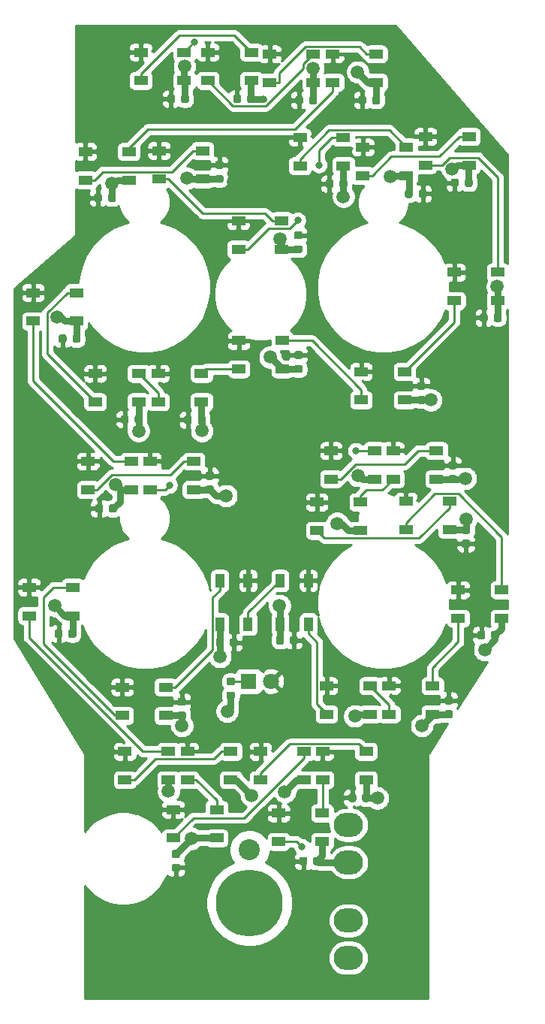
<source format=gbr>
%TF.GenerationSoftware,KiCad,Pcbnew,(5.1.10)-1*%
%TF.CreationDate,2021-11-16T18:51:36+11:00*%
%TF.ProjectId,SIM PWR PCB V3,53494d20-5057-4522-9050-43422056332e,rev?*%
%TF.SameCoordinates,Original*%
%TF.FileFunction,Copper,L1,Top*%
%TF.FilePolarity,Positive*%
%FSLAX46Y46*%
G04 Gerber Fmt 4.6, Leading zero omitted, Abs format (unit mm)*
G04 Created by KiCad (PCBNEW (5.1.10)-1) date 2021-11-16 18:51:36*
%MOMM*%
%LPD*%
G01*
G04 APERTURE LIST*
%TA.AperFunction,ComponentPad*%
%ADD10O,3.300000X2.700000*%
%TD*%
%TA.AperFunction,WasherPad*%
%ADD11C,2.381250*%
%TD*%
%TA.AperFunction,WasherPad*%
%ADD12C,7.540752*%
%TD*%
%TA.AperFunction,SMDPad,CuDef*%
%ADD13R,1.500000X1.000000*%
%TD*%
%TA.AperFunction,SMDPad,CuDef*%
%ADD14R,1.000000X1.500000*%
%TD*%
%TA.AperFunction,ComponentPad*%
%ADD15C,1.800000*%
%TD*%
%TA.AperFunction,ComponentPad*%
%ADD16R,1.800000X1.800000*%
%TD*%
%TA.AperFunction,ViaPad*%
%ADD17C,1.500000*%
%TD*%
%TA.AperFunction,ViaPad*%
%ADD18C,0.800000*%
%TD*%
%TA.AperFunction,Conductor*%
%ADD19C,0.750000*%
%TD*%
%TA.AperFunction,Conductor*%
%ADD20C,0.250000*%
%TD*%
%TA.AperFunction,Conductor*%
%ADD21C,0.254000*%
%TD*%
%TA.AperFunction,Conductor*%
%ADD22C,0.100000*%
%TD*%
G04 APERTURE END LIST*
D10*
%TO.P,J2,4*%
%TO.N,/DATAOUT*%
X247350000Y-149560000D03*
%TO.P,J2,3*%
%TO.N,/LEDGND*%
X247350000Y-153760000D03*
%TO.P,J2,2*%
%TO.N,/LED+5V*%
X252850000Y-149560000D03*
%TO.P,J2,1*%
%TA.AperFunction,ComponentPad*%
G36*
G01*
X254249999Y-155110000D02*
X251450001Y-155110000D01*
G75*
G02*
X251200000Y-154859999I0J250001D01*
G01*
X251200000Y-152660001D01*
G75*
G02*
X251450001Y-152410000I250001J0D01*
G01*
X254249999Y-152410000D01*
G75*
G02*
X254500000Y-152660001I0J-250001D01*
G01*
X254500000Y-154859999D01*
G75*
G02*
X254249999Y-155110000I-250001J0D01*
G01*
G37*
%TD.AperFunction*%
%TD*%
%TO.P,J1,4*%
%TO.N,/DATAIN*%
X247370000Y-138790000D03*
%TO.P,J1,3*%
%TO.N,/LEDGND*%
X247370000Y-142990000D03*
%TO.P,J1,2*%
%TO.N,/LED+5V*%
X252870000Y-138790000D03*
%TO.P,J1,1*%
%TA.AperFunction,ComponentPad*%
G36*
G01*
X254269999Y-144340000D02*
X251470001Y-144340000D01*
G75*
G02*
X251220000Y-144089999I0J250001D01*
G01*
X251220000Y-141890001D01*
G75*
G02*
X251470001Y-141640000I250001J0D01*
G01*
X254269999Y-141640000D01*
G75*
G02*
X254520000Y-141890001I0J-250001D01*
G01*
X254520000Y-144089999D01*
G75*
G02*
X254269999Y-144340000I-250001J0D01*
G01*
G37*
%TD.AperFunction*%
%TD*%
D11*
%TO.P,REF\u002A\u002A,*%
%TO.N,*%
X236200000Y-141600000D03*
D12*
X236200000Y-147600000D03*
%TD*%
%TO.P,C30,2*%
%TO.N,/LEDGND*%
%TA.AperFunction,SMDPad,CuDef*%
G36*
G01*
X243380000Y-143110000D02*
X243380000Y-142610000D01*
G75*
G02*
X243605000Y-142385000I225000J0D01*
G01*
X244055000Y-142385000D01*
G75*
G02*
X244280000Y-142610000I0J-225000D01*
G01*
X244280000Y-143110000D01*
G75*
G02*
X244055000Y-143335000I-225000J0D01*
G01*
X243605000Y-143335000D01*
G75*
G02*
X243380000Y-143110000I0J225000D01*
G01*
G37*
%TD.AperFunction*%
%TO.P,C30,1*%
%TO.N,/LED+5V*%
%TA.AperFunction,SMDPad,CuDef*%
G36*
G01*
X241830000Y-143110000D02*
X241830000Y-142610000D01*
G75*
G02*
X242055000Y-142385000I225000J0D01*
G01*
X242505000Y-142385000D01*
G75*
G02*
X242730000Y-142610000I0J-225000D01*
G01*
X242730000Y-143110000D01*
G75*
G02*
X242505000Y-143335000I-225000J0D01*
G01*
X242055000Y-143335000D01*
G75*
G02*
X241830000Y-143110000I0J225000D01*
G01*
G37*
%TD.AperFunction*%
%TD*%
%TO.P,C29,2*%
%TO.N,/LEDGND*%
%TA.AperFunction,SMDPad,CuDef*%
G36*
G01*
X248900000Y-135975000D02*
X248900000Y-135475000D01*
G75*
G02*
X249125000Y-135250000I225000J0D01*
G01*
X249575000Y-135250000D01*
G75*
G02*
X249800000Y-135475000I0J-225000D01*
G01*
X249800000Y-135975000D01*
G75*
G02*
X249575000Y-136200000I-225000J0D01*
G01*
X249125000Y-136200000D01*
G75*
G02*
X248900000Y-135975000I0J225000D01*
G01*
G37*
%TD.AperFunction*%
%TO.P,C29,1*%
%TO.N,/LED+5V*%
%TA.AperFunction,SMDPad,CuDef*%
G36*
G01*
X247350000Y-135975000D02*
X247350000Y-135475000D01*
G75*
G02*
X247575000Y-135250000I225000J0D01*
G01*
X248025000Y-135250000D01*
G75*
G02*
X248250000Y-135475000I0J-225000D01*
G01*
X248250000Y-135975000D01*
G75*
G02*
X248025000Y-136200000I-225000J0D01*
G01*
X247575000Y-136200000D01*
G75*
G02*
X247350000Y-135975000I0J225000D01*
G01*
G37*
%TD.AperFunction*%
%TD*%
%TO.P,C28,2*%
%TO.N,/LEDGND*%
%TA.AperFunction,SMDPad,CuDef*%
G36*
G01*
X228160000Y-142505000D02*
X227660000Y-142505000D01*
G75*
G02*
X227435000Y-142280000I0J225000D01*
G01*
X227435000Y-141830000D01*
G75*
G02*
X227660000Y-141605000I225000J0D01*
G01*
X228160000Y-141605000D01*
G75*
G02*
X228385000Y-141830000I0J-225000D01*
G01*
X228385000Y-142280000D01*
G75*
G02*
X228160000Y-142505000I-225000J0D01*
G01*
G37*
%TD.AperFunction*%
%TO.P,C28,1*%
%TO.N,/LED+5V*%
%TA.AperFunction,SMDPad,CuDef*%
G36*
G01*
X228160000Y-144055000D02*
X227660000Y-144055000D01*
G75*
G02*
X227435000Y-143830000I0J225000D01*
G01*
X227435000Y-143380000D01*
G75*
G02*
X227660000Y-143155000I225000J0D01*
G01*
X228160000Y-143155000D01*
G75*
G02*
X228385000Y-143380000I0J-225000D01*
G01*
X228385000Y-143830000D01*
G75*
G02*
X228160000Y-144055000I-225000J0D01*
G01*
G37*
%TD.AperFunction*%
%TD*%
%TO.P,C27,2*%
%TO.N,/LEDGND*%
%TA.AperFunction,SMDPad,CuDef*%
G36*
G01*
X228325000Y-126000000D02*
X228825000Y-126000000D01*
G75*
G02*
X229050000Y-126225000I0J-225000D01*
G01*
X229050000Y-126675000D01*
G75*
G02*
X228825000Y-126900000I-225000J0D01*
G01*
X228325000Y-126900000D01*
G75*
G02*
X228100000Y-126675000I0J225000D01*
G01*
X228100000Y-126225000D01*
G75*
G02*
X228325000Y-126000000I225000J0D01*
G01*
G37*
%TD.AperFunction*%
%TO.P,C27,1*%
%TO.N,/LED+5V*%
%TA.AperFunction,SMDPad,CuDef*%
G36*
G01*
X228325000Y-124450000D02*
X228825000Y-124450000D01*
G75*
G02*
X229050000Y-124675000I0J-225000D01*
G01*
X229050000Y-125125000D01*
G75*
G02*
X228825000Y-125350000I-225000J0D01*
G01*
X228325000Y-125350000D01*
G75*
G02*
X228100000Y-125125000I0J225000D01*
G01*
X228100000Y-124675000D01*
G75*
G02*
X228325000Y-124450000I225000J0D01*
G01*
G37*
%TD.AperFunction*%
%TD*%
%TO.P,C26,2*%
%TO.N,/LEDGND*%
%TA.AperFunction,SMDPad,CuDef*%
G36*
G01*
X215775000Y-117475000D02*
X215775000Y-116975000D01*
G75*
G02*
X216000000Y-116750000I225000J0D01*
G01*
X216450000Y-116750000D01*
G75*
G02*
X216675000Y-116975000I0J-225000D01*
G01*
X216675000Y-117475000D01*
G75*
G02*
X216450000Y-117700000I-225000J0D01*
G01*
X216000000Y-117700000D01*
G75*
G02*
X215775000Y-117475000I0J225000D01*
G01*
G37*
%TD.AperFunction*%
%TO.P,C26,1*%
%TO.N,/LED+5V*%
%TA.AperFunction,SMDPad,CuDef*%
G36*
G01*
X214225000Y-117475000D02*
X214225000Y-116975000D01*
G75*
G02*
X214450000Y-116750000I225000J0D01*
G01*
X214900000Y-116750000D01*
G75*
G02*
X215125000Y-116975000I0J-225000D01*
G01*
X215125000Y-117475000D01*
G75*
G02*
X214900000Y-117700000I-225000J0D01*
G01*
X214450000Y-117700000D01*
G75*
G02*
X214225000Y-117475000I0J225000D01*
G01*
G37*
%TD.AperFunction*%
%TD*%
%TO.P,C25,2*%
%TO.N,/LEDGND*%
%TA.AperFunction,SMDPad,CuDef*%
G36*
G01*
X240100000Y-117725000D02*
X240100000Y-118225000D01*
G75*
G02*
X239875000Y-118450000I-225000J0D01*
G01*
X239425000Y-118450000D01*
G75*
G02*
X239200000Y-118225000I0J225000D01*
G01*
X239200000Y-117725000D01*
G75*
G02*
X239425000Y-117500000I225000J0D01*
G01*
X239875000Y-117500000D01*
G75*
G02*
X240100000Y-117725000I0J-225000D01*
G01*
G37*
%TD.AperFunction*%
%TO.P,C25,1*%
%TO.N,/LED+5V*%
%TA.AperFunction,SMDPad,CuDef*%
G36*
G01*
X241650000Y-117725000D02*
X241650000Y-118225000D01*
G75*
G02*
X241425000Y-118450000I-225000J0D01*
G01*
X240975000Y-118450000D01*
G75*
G02*
X240750000Y-118225000I0J225000D01*
G01*
X240750000Y-117725000D01*
G75*
G02*
X240975000Y-117500000I225000J0D01*
G01*
X241425000Y-117500000D01*
G75*
G02*
X241650000Y-117725000I0J-225000D01*
G01*
G37*
%TD.AperFunction*%
%TD*%
%TO.P,C24,2*%
%TO.N,/LEDGND*%
%TA.AperFunction,SMDPad,CuDef*%
G36*
G01*
X233325000Y-117975000D02*
X233325000Y-118475000D01*
G75*
G02*
X233100000Y-118700000I-225000J0D01*
G01*
X232650000Y-118700000D01*
G75*
G02*
X232425000Y-118475000I0J225000D01*
G01*
X232425000Y-117975000D01*
G75*
G02*
X232650000Y-117750000I225000J0D01*
G01*
X233100000Y-117750000D01*
G75*
G02*
X233325000Y-117975000I0J-225000D01*
G01*
G37*
%TD.AperFunction*%
%TO.P,C24,1*%
%TO.N,/LED+5V*%
%TA.AperFunction,SMDPad,CuDef*%
G36*
G01*
X234875000Y-117975000D02*
X234875000Y-118475000D01*
G75*
G02*
X234650000Y-118700000I-225000J0D01*
G01*
X234200000Y-118700000D01*
G75*
G02*
X233975000Y-118475000I0J225000D01*
G01*
X233975000Y-117975000D01*
G75*
G02*
X234200000Y-117750000I225000J0D01*
G01*
X234650000Y-117750000D01*
G75*
G02*
X234875000Y-117975000I0J-225000D01*
G01*
G37*
%TD.AperFunction*%
%TD*%
%TO.P,C23,2*%
%TO.N,/LEDGND*%
%TA.AperFunction,SMDPad,CuDef*%
G36*
G01*
X258425000Y-125850000D02*
X258925000Y-125850000D01*
G75*
G02*
X259150000Y-126075000I0J-225000D01*
G01*
X259150000Y-126525000D01*
G75*
G02*
X258925000Y-126750000I-225000J0D01*
G01*
X258425000Y-126750000D01*
G75*
G02*
X258200000Y-126525000I0J225000D01*
G01*
X258200000Y-126075000D01*
G75*
G02*
X258425000Y-125850000I225000J0D01*
G01*
G37*
%TD.AperFunction*%
%TO.P,C23,1*%
%TO.N,/LED+5V*%
%TA.AperFunction,SMDPad,CuDef*%
G36*
G01*
X258425000Y-124300000D02*
X258925000Y-124300000D01*
G75*
G02*
X259150000Y-124525000I0J-225000D01*
G01*
X259150000Y-124975000D01*
G75*
G02*
X258925000Y-125200000I-225000J0D01*
G01*
X258425000Y-125200000D01*
G75*
G02*
X258200000Y-124975000I0J225000D01*
G01*
X258200000Y-124525000D01*
G75*
G02*
X258425000Y-124300000I225000J0D01*
G01*
G37*
%TD.AperFunction*%
%TD*%
%TO.P,C22,2*%
%TO.N,/LEDGND*%
%TA.AperFunction,SMDPad,CuDef*%
G36*
G01*
X263450000Y-117640000D02*
X263450000Y-117140000D01*
G75*
G02*
X263675000Y-116915000I225000J0D01*
G01*
X264125000Y-116915000D01*
G75*
G02*
X264350000Y-117140000I0J-225000D01*
G01*
X264350000Y-117640000D01*
G75*
G02*
X264125000Y-117865000I-225000J0D01*
G01*
X263675000Y-117865000D01*
G75*
G02*
X263450000Y-117640000I0J225000D01*
G01*
G37*
%TD.AperFunction*%
%TO.P,C22,1*%
%TO.N,/LED+5V*%
%TA.AperFunction,SMDPad,CuDef*%
G36*
G01*
X261900000Y-117640000D02*
X261900000Y-117140000D01*
G75*
G02*
X262125000Y-116915000I225000J0D01*
G01*
X262575000Y-116915000D01*
G75*
G02*
X262800000Y-117140000I0J-225000D01*
G01*
X262800000Y-117640000D01*
G75*
G02*
X262575000Y-117865000I-225000J0D01*
G01*
X262125000Y-117865000D01*
G75*
G02*
X261900000Y-117640000I0J225000D01*
G01*
G37*
%TD.AperFunction*%
%TD*%
%TO.P,C21,2*%
%TO.N,/LEDGND*%
%TA.AperFunction,SMDPad,CuDef*%
G36*
G01*
X260860000Y-105990000D02*
X260360000Y-105990000D01*
G75*
G02*
X260135000Y-105765000I0J225000D01*
G01*
X260135000Y-105315000D01*
G75*
G02*
X260360000Y-105090000I225000J0D01*
G01*
X260860000Y-105090000D01*
G75*
G02*
X261085000Y-105315000I0J-225000D01*
G01*
X261085000Y-105765000D01*
G75*
G02*
X260860000Y-105990000I-225000J0D01*
G01*
G37*
%TD.AperFunction*%
%TO.P,C21,1*%
%TO.N,/LED+5V*%
%TA.AperFunction,SMDPad,CuDef*%
G36*
G01*
X260860000Y-107540000D02*
X260360000Y-107540000D01*
G75*
G02*
X260135000Y-107315000I0J225000D01*
G01*
X260135000Y-106865000D01*
G75*
G02*
X260360000Y-106640000I225000J0D01*
G01*
X260860000Y-106640000D01*
G75*
G02*
X261085000Y-106865000I0J-225000D01*
G01*
X261085000Y-107315000D01*
G75*
G02*
X260860000Y-107540000I-225000J0D01*
G01*
G37*
%TD.AperFunction*%
%TD*%
%TO.P,C20,2*%
%TO.N,/LEDGND*%
%TA.AperFunction,SMDPad,CuDef*%
G36*
G01*
X258875000Y-99350000D02*
X259375000Y-99350000D01*
G75*
G02*
X259600000Y-99575000I0J-225000D01*
G01*
X259600000Y-100025000D01*
G75*
G02*
X259375000Y-100250000I-225000J0D01*
G01*
X258875000Y-100250000D01*
G75*
G02*
X258650000Y-100025000I0J225000D01*
G01*
X258650000Y-99575000D01*
G75*
G02*
X258875000Y-99350000I225000J0D01*
G01*
G37*
%TD.AperFunction*%
%TO.P,C20,1*%
%TO.N,/LED+5V*%
%TA.AperFunction,SMDPad,CuDef*%
G36*
G01*
X258875000Y-97800000D02*
X259375000Y-97800000D01*
G75*
G02*
X259600000Y-98025000I0J-225000D01*
G01*
X259600000Y-98475000D01*
G75*
G02*
X259375000Y-98700000I-225000J0D01*
G01*
X258875000Y-98700000D01*
G75*
G02*
X258650000Y-98475000I0J225000D01*
G01*
X258650000Y-98025000D01*
G75*
G02*
X258875000Y-97800000I225000J0D01*
G01*
G37*
%TD.AperFunction*%
%TD*%
%TO.P,C19,2*%
%TO.N,/LEDGND*%
%TA.AperFunction,SMDPad,CuDef*%
G36*
G01*
X231475000Y-100525000D02*
X231975000Y-100525000D01*
G75*
G02*
X232200000Y-100750000I0J-225000D01*
G01*
X232200000Y-101200000D01*
G75*
G02*
X231975000Y-101425000I-225000J0D01*
G01*
X231475000Y-101425000D01*
G75*
G02*
X231250000Y-101200000I0J225000D01*
G01*
X231250000Y-100750000D01*
G75*
G02*
X231475000Y-100525000I225000J0D01*
G01*
G37*
%TD.AperFunction*%
%TO.P,C19,1*%
%TO.N,/LED+5V*%
%TA.AperFunction,SMDPad,CuDef*%
G36*
G01*
X231475000Y-98975000D02*
X231975000Y-98975000D01*
G75*
G02*
X232200000Y-99200000I0J-225000D01*
G01*
X232200000Y-99650000D01*
G75*
G02*
X231975000Y-99875000I-225000J0D01*
G01*
X231475000Y-99875000D01*
G75*
G02*
X231250000Y-99650000I0J225000D01*
G01*
X231250000Y-99200000D01*
G75*
G02*
X231475000Y-98975000I225000J0D01*
G01*
G37*
%TD.AperFunction*%
%TD*%
%TO.P,C18,2*%
%TO.N,/LEDGND*%
%TA.AperFunction,SMDPad,CuDef*%
G36*
G01*
X220350000Y-103375000D02*
X220350000Y-102875000D01*
G75*
G02*
X220575000Y-102650000I225000J0D01*
G01*
X221025000Y-102650000D01*
G75*
G02*
X221250000Y-102875000I0J-225000D01*
G01*
X221250000Y-103375000D01*
G75*
G02*
X221025000Y-103600000I-225000J0D01*
G01*
X220575000Y-103600000D01*
G75*
G02*
X220350000Y-103375000I0J225000D01*
G01*
G37*
%TD.AperFunction*%
%TO.P,C18,1*%
%TO.N,/LED+5V*%
%TA.AperFunction,SMDPad,CuDef*%
G36*
G01*
X218800000Y-103375000D02*
X218800000Y-102875000D01*
G75*
G02*
X219025000Y-102650000I225000J0D01*
G01*
X219475000Y-102650000D01*
G75*
G02*
X219700000Y-102875000I0J-225000D01*
G01*
X219700000Y-103375000D01*
G75*
G02*
X219475000Y-103600000I-225000J0D01*
G01*
X219025000Y-103600000D01*
G75*
G02*
X218800000Y-103375000I0J225000D01*
G01*
G37*
%TD.AperFunction*%
%TD*%
D13*
%TO.P,D35,1*%
%TO.N,/LED+5V*%
X239500000Y-137450000D03*
%TO.P,D35,2*%
%TO.N,/DATAOUT*%
X239500000Y-140650000D03*
%TO.P,D35,4*%
%TO.N,Net-(D34-Pad2)*%
X244400000Y-137450000D03*
%TO.P,D35,3*%
%TO.N,/LEDGND*%
X244400000Y-140650000D03*
%TD*%
%TO.P,D34,1*%
%TO.N,/LED+5V*%
X244450000Y-130500000D03*
%TO.P,D34,2*%
%TO.N,Net-(D34-Pad2)*%
X244450000Y-133700000D03*
%TO.P,D34,4*%
%TO.N,Net-(D33-Pad2)*%
X249350000Y-130500000D03*
%TO.P,D34,3*%
%TO.N,/LEDGND*%
X249350000Y-133700000D03*
%TD*%
%TO.P,R1,2*%
%TO.N,/LEDGND*%
%TA.AperFunction,SMDPad,CuDef*%
G36*
G01*
X233834750Y-123753000D02*
X234347250Y-123753000D01*
G75*
G02*
X234566000Y-123971750I0J-218750D01*
G01*
X234566000Y-124409250D01*
G75*
G02*
X234347250Y-124628000I-218750J0D01*
G01*
X233834750Y-124628000D01*
G75*
G02*
X233616000Y-124409250I0J218750D01*
G01*
X233616000Y-123971750D01*
G75*
G02*
X233834750Y-123753000I218750J0D01*
G01*
G37*
%TD.AperFunction*%
%TO.P,R1,1*%
%TO.N,Net-(D36-Pad1)*%
%TA.AperFunction,SMDPad,CuDef*%
G36*
G01*
X233834750Y-122178000D02*
X234347250Y-122178000D01*
G75*
G02*
X234566000Y-122396750I0J-218750D01*
G01*
X234566000Y-122834250D01*
G75*
G02*
X234347250Y-123053000I-218750J0D01*
G01*
X233834750Y-123053000D01*
G75*
G02*
X233616000Y-122834250I0J218750D01*
G01*
X233616000Y-122396750D01*
G75*
G02*
X233834750Y-122178000I218750J0D01*
G01*
G37*
%TD.AperFunction*%
%TD*%
%TO.P,C17,2*%
%TO.N,/LEDGND*%
%TA.AperFunction,SMDPad,CuDef*%
G36*
G01*
X223262000Y-93331250D02*
X223262000Y-92818750D01*
G75*
G02*
X223480750Y-92600000I218750J0D01*
G01*
X223918250Y-92600000D01*
G75*
G02*
X224137000Y-92818750I0J-218750D01*
G01*
X224137000Y-93331250D01*
G75*
G02*
X223918250Y-93550000I-218750J0D01*
G01*
X223480750Y-93550000D01*
G75*
G02*
X223262000Y-93331250I0J218750D01*
G01*
G37*
%TD.AperFunction*%
%TO.P,C17,1*%
%TO.N,/LED+5V*%
%TA.AperFunction,SMDPad,CuDef*%
G36*
G01*
X221687000Y-93331250D02*
X221687000Y-92818750D01*
G75*
G02*
X221905750Y-92600000I218750J0D01*
G01*
X222343250Y-92600000D01*
G75*
G02*
X222562000Y-92818750I0J-218750D01*
G01*
X222562000Y-93331250D01*
G75*
G02*
X222343250Y-93550000I-218750J0D01*
G01*
X221905750Y-93550000D01*
G75*
G02*
X221687000Y-93331250I0J218750D01*
G01*
G37*
%TD.AperFunction*%
%TD*%
%TO.P,C16,2*%
%TO.N,/LEDGND*%
%TA.AperFunction,SMDPad,CuDef*%
G36*
G01*
X230388000Y-93381250D02*
X230388000Y-92868750D01*
G75*
G02*
X230606750Y-92650000I218750J0D01*
G01*
X231044250Y-92650000D01*
G75*
G02*
X231263000Y-92868750I0J-218750D01*
G01*
X231263000Y-93381250D01*
G75*
G02*
X231044250Y-93600000I-218750J0D01*
G01*
X230606750Y-93600000D01*
G75*
G02*
X230388000Y-93381250I0J218750D01*
G01*
G37*
%TD.AperFunction*%
%TO.P,C16,1*%
%TO.N,/LED+5V*%
%TA.AperFunction,SMDPad,CuDef*%
G36*
G01*
X228813000Y-93381250D02*
X228813000Y-92868750D01*
G75*
G02*
X229031750Y-92650000I218750J0D01*
G01*
X229469250Y-92650000D01*
G75*
G02*
X229688000Y-92868750I0J-218750D01*
G01*
X229688000Y-93381250D01*
G75*
G02*
X229469250Y-93600000I-218750J0D01*
G01*
X229031750Y-93600000D01*
G75*
G02*
X228813000Y-93381250I0J218750D01*
G01*
G37*
%TD.AperFunction*%
%TD*%
%TO.P,C15,2*%
%TO.N,/LEDGND*%
%TA.AperFunction,SMDPad,CuDef*%
G36*
G01*
X255318750Y-90462500D02*
X255831250Y-90462500D01*
G75*
G02*
X256050000Y-90681250I0J-218750D01*
G01*
X256050000Y-91118750D01*
G75*
G02*
X255831250Y-91337500I-218750J0D01*
G01*
X255318750Y-91337500D01*
G75*
G02*
X255100000Y-91118750I0J218750D01*
G01*
X255100000Y-90681250D01*
G75*
G02*
X255318750Y-90462500I218750J0D01*
G01*
G37*
%TD.AperFunction*%
%TO.P,C15,1*%
%TO.N,/LED+5V*%
%TA.AperFunction,SMDPad,CuDef*%
G36*
G01*
X255318750Y-88887500D02*
X255831250Y-88887500D01*
G75*
G02*
X256050000Y-89106250I0J-218750D01*
G01*
X256050000Y-89543750D01*
G75*
G02*
X255831250Y-89762500I-218750J0D01*
G01*
X255318750Y-89762500D01*
G75*
G02*
X255100000Y-89543750I0J218750D01*
G01*
X255100000Y-89106250D01*
G75*
G02*
X255318750Y-88887500I218750J0D01*
G01*
G37*
%TD.AperFunction*%
%TD*%
%TO.P,C14,2*%
%TO.N,/LEDGND*%
%TA.AperFunction,SMDPad,CuDef*%
G36*
G01*
X241468750Y-86962500D02*
X241981250Y-86962500D01*
G75*
G02*
X242200000Y-87181250I0J-218750D01*
G01*
X242200000Y-87618750D01*
G75*
G02*
X241981250Y-87837500I-218750J0D01*
G01*
X241468750Y-87837500D01*
G75*
G02*
X241250000Y-87618750I0J218750D01*
G01*
X241250000Y-87181250D01*
G75*
G02*
X241468750Y-86962500I218750J0D01*
G01*
G37*
%TD.AperFunction*%
%TO.P,C14,1*%
%TO.N,/LED+5V*%
%TA.AperFunction,SMDPad,CuDef*%
G36*
G01*
X241468750Y-85387500D02*
X241981250Y-85387500D01*
G75*
G02*
X242200000Y-85606250I0J-218750D01*
G01*
X242200000Y-86043750D01*
G75*
G02*
X241981250Y-86262500I-218750J0D01*
G01*
X241468750Y-86262500D01*
G75*
G02*
X241250000Y-86043750I0J218750D01*
G01*
X241250000Y-85606250D01*
G75*
G02*
X241468750Y-85387500I218750J0D01*
G01*
G37*
%TD.AperFunction*%
%TD*%
%TO.P,C13,2*%
%TO.N,/LEDGND*%
%TA.AperFunction,SMDPad,CuDef*%
G36*
G01*
X263762000Y-81881250D02*
X263762000Y-81368750D01*
G75*
G02*
X263980750Y-81150000I218750J0D01*
G01*
X264418250Y-81150000D01*
G75*
G02*
X264637000Y-81368750I0J-218750D01*
G01*
X264637000Y-81881250D01*
G75*
G02*
X264418250Y-82100000I-218750J0D01*
G01*
X263980750Y-82100000D01*
G75*
G02*
X263762000Y-81881250I0J218750D01*
G01*
G37*
%TD.AperFunction*%
%TO.P,C13,1*%
%TO.N,/LED+5V*%
%TA.AperFunction,SMDPad,CuDef*%
G36*
G01*
X262187000Y-81881250D02*
X262187000Y-81368750D01*
G75*
G02*
X262405750Y-81150000I218750J0D01*
G01*
X262843250Y-81150000D01*
G75*
G02*
X263062000Y-81368750I0J-218750D01*
G01*
X263062000Y-81881250D01*
G75*
G02*
X262843250Y-82100000I-218750J0D01*
G01*
X262405750Y-82100000D01*
G75*
G02*
X262187000Y-81881250I0J218750D01*
G01*
G37*
%TD.AperFunction*%
%TD*%
%TO.P,C12,2*%
%TO.N,/LEDGND*%
%TA.AperFunction,SMDPad,CuDef*%
G36*
G01*
X216262000Y-84231250D02*
X216262000Y-83718750D01*
G75*
G02*
X216480750Y-83500000I218750J0D01*
G01*
X216918250Y-83500000D01*
G75*
G02*
X217137000Y-83718750I0J-218750D01*
G01*
X217137000Y-84231250D01*
G75*
G02*
X216918250Y-84450000I-218750J0D01*
G01*
X216480750Y-84450000D01*
G75*
G02*
X216262000Y-84231250I0J218750D01*
G01*
G37*
%TD.AperFunction*%
%TO.P,C12,1*%
%TO.N,/LED+5V*%
%TA.AperFunction,SMDPad,CuDef*%
G36*
G01*
X214687000Y-84231250D02*
X214687000Y-83718750D01*
G75*
G02*
X214905750Y-83500000I218750J0D01*
G01*
X215343250Y-83500000D01*
G75*
G02*
X215562000Y-83718750I0J-218750D01*
G01*
X215562000Y-84231250D01*
G75*
G02*
X215343250Y-84450000I-218750J0D01*
G01*
X214905750Y-84450000D01*
G75*
G02*
X214687000Y-84231250I0J218750D01*
G01*
G37*
%TD.AperFunction*%
%TD*%
%TO.P,C11,2*%
%TO.N,/LEDGND*%
%TA.AperFunction,SMDPad,CuDef*%
G36*
G01*
X260500000Y-66656250D02*
X260500000Y-66143750D01*
G75*
G02*
X260718750Y-65925000I218750J0D01*
G01*
X261156250Y-65925000D01*
G75*
G02*
X261375000Y-66143750I0J-218750D01*
G01*
X261375000Y-66656250D01*
G75*
G02*
X261156250Y-66875000I-218750J0D01*
G01*
X260718750Y-66875000D01*
G75*
G02*
X260500000Y-66656250I0J218750D01*
G01*
G37*
%TD.AperFunction*%
%TO.P,C11,1*%
%TO.N,/LED+5V*%
%TA.AperFunction,SMDPad,CuDef*%
G36*
G01*
X258925000Y-66656250D02*
X258925000Y-66143750D01*
G75*
G02*
X259143750Y-65925000I218750J0D01*
G01*
X259581250Y-65925000D01*
G75*
G02*
X259800000Y-66143750I0J-218750D01*
G01*
X259800000Y-66656250D01*
G75*
G02*
X259581250Y-66875000I-218750J0D01*
G01*
X259143750Y-66875000D01*
G75*
G02*
X258925000Y-66656250I0J218750D01*
G01*
G37*
%TD.AperFunction*%
%TD*%
%TO.P,C10,2*%
%TO.N,/LEDGND*%
%TA.AperFunction,SMDPad,CuDef*%
G36*
G01*
X254612000Y-67393750D02*
X254612000Y-67906250D01*
G75*
G02*
X254393250Y-68125000I-218750J0D01*
G01*
X253955750Y-68125000D01*
G75*
G02*
X253737000Y-67906250I0J218750D01*
G01*
X253737000Y-67393750D01*
G75*
G02*
X253955750Y-67175000I218750J0D01*
G01*
X254393250Y-67175000D01*
G75*
G02*
X254612000Y-67393750I0J-218750D01*
G01*
G37*
%TD.AperFunction*%
%TO.P,C10,1*%
%TO.N,/LED+5V*%
%TA.AperFunction,SMDPad,CuDef*%
G36*
G01*
X256187000Y-67393750D02*
X256187000Y-67906250D01*
G75*
G02*
X255968250Y-68125000I-218750J0D01*
G01*
X255530750Y-68125000D01*
G75*
G02*
X255312000Y-67906250I0J218750D01*
G01*
X255312000Y-67393750D01*
G75*
G02*
X255530750Y-67175000I218750J0D01*
G01*
X255968250Y-67175000D01*
G75*
G02*
X256187000Y-67393750I0J-218750D01*
G01*
G37*
%TD.AperFunction*%
%TD*%
%TO.P,C9,2*%
%TO.N,/LEDGND*%
%TA.AperFunction,SMDPad,CuDef*%
G36*
G01*
X246362000Y-66781250D02*
X246362000Y-66268750D01*
G75*
G02*
X246580750Y-66050000I218750J0D01*
G01*
X247018250Y-66050000D01*
G75*
G02*
X247237000Y-66268750I0J-218750D01*
G01*
X247237000Y-66781250D01*
G75*
G02*
X247018250Y-67000000I-218750J0D01*
G01*
X246580750Y-67000000D01*
G75*
G02*
X246362000Y-66781250I0J218750D01*
G01*
G37*
%TD.AperFunction*%
%TO.P,C9,1*%
%TO.N,/LED+5V*%
%TA.AperFunction,SMDPad,CuDef*%
G36*
G01*
X244787000Y-66781250D02*
X244787000Y-66268750D01*
G75*
G02*
X245005750Y-66050000I218750J0D01*
G01*
X245443250Y-66050000D01*
G75*
G02*
X245662000Y-66268750I0J-218750D01*
G01*
X245662000Y-66781250D01*
G75*
G02*
X245443250Y-67000000I-218750J0D01*
G01*
X245005750Y-67000000D01*
G75*
G02*
X244787000Y-66781250I0J218750D01*
G01*
G37*
%TD.AperFunction*%
%TD*%
%TO.P,C8,2*%
%TO.N,/LEDGND*%
%TA.AperFunction,SMDPad,CuDef*%
G36*
G01*
X241443750Y-73462500D02*
X241956250Y-73462500D01*
G75*
G02*
X242175000Y-73681250I0J-218750D01*
G01*
X242175000Y-74118750D01*
G75*
G02*
X241956250Y-74337500I-218750J0D01*
G01*
X241443750Y-74337500D01*
G75*
G02*
X241225000Y-74118750I0J218750D01*
G01*
X241225000Y-73681250D01*
G75*
G02*
X241443750Y-73462500I218750J0D01*
G01*
G37*
%TD.AperFunction*%
%TO.P,C8,1*%
%TO.N,/LED+5V*%
%TA.AperFunction,SMDPad,CuDef*%
G36*
G01*
X241443750Y-71887500D02*
X241956250Y-71887500D01*
G75*
G02*
X242175000Y-72106250I0J-218750D01*
G01*
X242175000Y-72543750D01*
G75*
G02*
X241956250Y-72762500I-218750J0D01*
G01*
X241443750Y-72762500D01*
G75*
G02*
X241225000Y-72543750I0J218750D01*
G01*
X241225000Y-72106250D01*
G75*
G02*
X241443750Y-71887500I218750J0D01*
G01*
G37*
%TD.AperFunction*%
%TD*%
%TO.P,C7,2*%
%TO.N,/LEDGND*%
%TA.AperFunction,SMDPad,CuDef*%
G36*
G01*
X232543750Y-65537500D02*
X233056250Y-65537500D01*
G75*
G02*
X233275000Y-65756250I0J-218750D01*
G01*
X233275000Y-66193750D01*
G75*
G02*
X233056250Y-66412500I-218750J0D01*
G01*
X232543750Y-66412500D01*
G75*
G02*
X232325000Y-66193750I0J218750D01*
G01*
X232325000Y-65756250D01*
G75*
G02*
X232543750Y-65537500I218750J0D01*
G01*
G37*
%TD.AperFunction*%
%TO.P,C7,1*%
%TO.N,/LED+5V*%
%TA.AperFunction,SMDPad,CuDef*%
G36*
G01*
X232543750Y-63962500D02*
X233056250Y-63962500D01*
G75*
G02*
X233275000Y-64181250I0J-218750D01*
G01*
X233275000Y-64618750D01*
G75*
G02*
X233056250Y-64837500I-218750J0D01*
G01*
X232543750Y-64837500D01*
G75*
G02*
X232325000Y-64618750I0J218750D01*
G01*
X232325000Y-64181250D01*
G75*
G02*
X232543750Y-63962500I218750J0D01*
G01*
G37*
%TD.AperFunction*%
%TD*%
%TO.P,C6,2*%
%TO.N,/LEDGND*%
%TA.AperFunction,SMDPad,CuDef*%
G36*
G01*
X220262000Y-68356250D02*
X220262000Y-67843750D01*
G75*
G02*
X220480750Y-67625000I218750J0D01*
G01*
X220918250Y-67625000D01*
G75*
G02*
X221137000Y-67843750I0J-218750D01*
G01*
X221137000Y-68356250D01*
G75*
G02*
X220918250Y-68575000I-218750J0D01*
G01*
X220480750Y-68575000D01*
G75*
G02*
X220262000Y-68356250I0J218750D01*
G01*
G37*
%TD.AperFunction*%
%TO.P,C6,1*%
%TO.N,/LED+5V*%
%TA.AperFunction,SMDPad,CuDef*%
G36*
G01*
X218687000Y-68356250D02*
X218687000Y-67843750D01*
G75*
G02*
X218905750Y-67625000I218750J0D01*
G01*
X219343250Y-67625000D01*
G75*
G02*
X219562000Y-67843750I0J-218750D01*
G01*
X219562000Y-68356250D01*
G75*
G02*
X219343250Y-68575000I-218750J0D01*
G01*
X218905750Y-68575000D01*
G75*
G02*
X218687000Y-68356250I0J218750D01*
G01*
G37*
%TD.AperFunction*%
%TD*%
%TO.P,C5,2*%
%TO.N,/LEDGND*%
%TA.AperFunction,SMDPad,CuDef*%
G36*
G01*
X250050000Y-57356250D02*
X250050000Y-56843750D01*
G75*
G02*
X250268750Y-56625000I218750J0D01*
G01*
X250706250Y-56625000D01*
G75*
G02*
X250925000Y-56843750I0J-218750D01*
G01*
X250925000Y-57356250D01*
G75*
G02*
X250706250Y-57575000I-218750J0D01*
G01*
X250268750Y-57575000D01*
G75*
G02*
X250050000Y-57356250I0J218750D01*
G01*
G37*
%TD.AperFunction*%
%TO.P,C5,1*%
%TO.N,/LED+5V*%
%TA.AperFunction,SMDPad,CuDef*%
G36*
G01*
X248475000Y-57356250D02*
X248475000Y-56843750D01*
G75*
G02*
X248693750Y-56625000I218750J0D01*
G01*
X249131250Y-56625000D01*
G75*
G02*
X249350000Y-56843750I0J-218750D01*
G01*
X249350000Y-57356250D01*
G75*
G02*
X249131250Y-57575000I-218750J0D01*
G01*
X248693750Y-57575000D01*
G75*
G02*
X248475000Y-57356250I0J218750D01*
G01*
G37*
%TD.AperFunction*%
%TD*%
%TO.P,C4,2*%
%TO.N,/LEDGND*%
%TA.AperFunction,SMDPad,CuDef*%
G36*
G01*
X242938000Y-57356250D02*
X242938000Y-56843750D01*
G75*
G02*
X243156750Y-56625000I218750J0D01*
G01*
X243594250Y-56625000D01*
G75*
G02*
X243813000Y-56843750I0J-218750D01*
G01*
X243813000Y-57356250D01*
G75*
G02*
X243594250Y-57575000I-218750J0D01*
G01*
X243156750Y-57575000D01*
G75*
G02*
X242938000Y-57356250I0J218750D01*
G01*
G37*
%TD.AperFunction*%
%TO.P,C4,1*%
%TO.N,/LED+5V*%
%TA.AperFunction,SMDPad,CuDef*%
G36*
G01*
X241363000Y-57356250D02*
X241363000Y-56843750D01*
G75*
G02*
X241581750Y-56625000I218750J0D01*
G01*
X242019250Y-56625000D01*
G75*
G02*
X242238000Y-56843750I0J-218750D01*
G01*
X242238000Y-57356250D01*
G75*
G02*
X242019250Y-57575000I-218750J0D01*
G01*
X241581750Y-57575000D01*
G75*
G02*
X241363000Y-57356250I0J218750D01*
G01*
G37*
%TD.AperFunction*%
%TD*%
%TO.P,C3,2*%
%TO.N,/LEDGND*%
%TA.AperFunction,SMDPad,CuDef*%
G36*
G01*
X235950000Y-57206250D02*
X235950000Y-56693750D01*
G75*
G02*
X236168750Y-56475000I218750J0D01*
G01*
X236606250Y-56475000D01*
G75*
G02*
X236825000Y-56693750I0J-218750D01*
G01*
X236825000Y-57206250D01*
G75*
G02*
X236606250Y-57425000I-218750J0D01*
G01*
X236168750Y-57425000D01*
G75*
G02*
X235950000Y-57206250I0J218750D01*
G01*
G37*
%TD.AperFunction*%
%TO.P,C3,1*%
%TO.N,/LED+5V*%
%TA.AperFunction,SMDPad,CuDef*%
G36*
G01*
X234375000Y-57206250D02*
X234375000Y-56693750D01*
G75*
G02*
X234593750Y-56475000I218750J0D01*
G01*
X235031250Y-56475000D01*
G75*
G02*
X235250000Y-56693750I0J-218750D01*
G01*
X235250000Y-57206250D01*
G75*
G02*
X235031250Y-57425000I-218750J0D01*
G01*
X234593750Y-57425000D01*
G75*
G02*
X234375000Y-57206250I0J218750D01*
G01*
G37*
%TD.AperFunction*%
%TD*%
%TO.P,C2,2*%
%TO.N,/LEDGND*%
%TA.AperFunction,SMDPad,CuDef*%
G36*
G01*
X228488000Y-57206250D02*
X228488000Y-56693750D01*
G75*
G02*
X228706750Y-56475000I218750J0D01*
G01*
X229144250Y-56475000D01*
G75*
G02*
X229363000Y-56693750I0J-218750D01*
G01*
X229363000Y-57206250D01*
G75*
G02*
X229144250Y-57425000I-218750J0D01*
G01*
X228706750Y-57425000D01*
G75*
G02*
X228488000Y-57206250I0J218750D01*
G01*
G37*
%TD.AperFunction*%
%TO.P,C2,1*%
%TO.N,/LED+5V*%
%TA.AperFunction,SMDPad,CuDef*%
G36*
G01*
X226913000Y-57206250D02*
X226913000Y-56693750D01*
G75*
G02*
X227131750Y-56475000I218750J0D01*
G01*
X227569250Y-56475000D01*
G75*
G02*
X227788000Y-56693750I0J-218750D01*
G01*
X227788000Y-57206250D01*
G75*
G02*
X227569250Y-57425000I-218750J0D01*
G01*
X227131750Y-57425000D01*
G75*
G02*
X226913000Y-57206250I0J218750D01*
G01*
G37*
%TD.AperFunction*%
%TD*%
%TO.P,D33,1*%
%TO.N,/LED+5V*%
X237450000Y-130500000D03*
%TO.P,D33,2*%
%TO.N,Net-(D33-Pad2)*%
X237450000Y-133700000D03*
%TO.P,D33,4*%
%TO.N,Net-(D32-Pad2)*%
X242350000Y-130500000D03*
%TO.P,D33,3*%
%TO.N,/LEDGND*%
X242350000Y-133700000D03*
%TD*%
%TO.P,D32,1*%
%TO.N,/LED+5V*%
X227600000Y-137050000D03*
%TO.P,D32,2*%
%TO.N,Net-(D32-Pad2)*%
X227600000Y-140250000D03*
%TO.P,D32,4*%
%TO.N,Net-(D31-Pad2)*%
X232500000Y-137050000D03*
%TO.P,D32,3*%
%TO.N,/LEDGND*%
X232500000Y-140250000D03*
%TD*%
%TO.P,D31,1*%
%TO.N,/LED+5V*%
X229200000Y-130500000D03*
%TO.P,D31,2*%
%TO.N,Net-(D31-Pad2)*%
X229200000Y-133700000D03*
%TO.P,D31,4*%
%TO.N,Net-(D30-Pad2)*%
X234100000Y-130500000D03*
%TO.P,D31,3*%
%TO.N,/LEDGND*%
X234100000Y-133700000D03*
%TD*%
%TO.P,D30,1*%
%TO.N,/LED+5V*%
X222150000Y-130500000D03*
%TO.P,D30,2*%
%TO.N,Net-(D30-Pad2)*%
X222150000Y-133700000D03*
%TO.P,D30,4*%
%TO.N,Net-(D29-Pad2)*%
X227050000Y-130500000D03*
%TO.P,D30,3*%
%TO.N,/LEDGND*%
X227050000Y-133700000D03*
%TD*%
%TO.P,D29,1*%
%TO.N,/LED+5V*%
X211350000Y-112000000D03*
%TO.P,D29,2*%
%TO.N,Net-(D29-Pad2)*%
X211350000Y-115200000D03*
%TO.P,D29,4*%
%TO.N,Net-(D28-Pad2)*%
X216250000Y-112000000D03*
%TO.P,D29,3*%
%TO.N,/LEDGND*%
X216250000Y-115200000D03*
%TD*%
%TO.P,D28,1*%
%TO.N,/LED+5V*%
X221850000Y-123250000D03*
%TO.P,D28,2*%
%TO.N,Net-(D28-Pad2)*%
X221850000Y-126450000D03*
%TO.P,D28,4*%
%TO.N,Net-(D27-Pad2)*%
X226750000Y-123250000D03*
%TO.P,D28,3*%
%TO.N,/LEDGND*%
X226750000Y-126450000D03*
%TD*%
D14*
%TO.P,D27,1*%
%TO.N,/LED+5V*%
X236050000Y-111250000D03*
%TO.P,D27,2*%
%TO.N,Net-(D27-Pad2)*%
X232850000Y-111250000D03*
%TO.P,D27,4*%
%TO.N,Net-(D26-Pad2)*%
X236050000Y-116150000D03*
%TO.P,D27,3*%
%TO.N,/LEDGND*%
X232850000Y-116150000D03*
%TD*%
%TO.P,D26,1*%
%TO.N,/LED+5V*%
X242850000Y-111250000D03*
%TO.P,D26,2*%
%TO.N,Net-(D26-Pad2)*%
X239650000Y-111250000D03*
%TO.P,D26,4*%
%TO.N,Net-(D25-Pad2)*%
X242850000Y-116150000D03*
%TO.P,D26,3*%
%TO.N,/LEDGND*%
X239650000Y-116150000D03*
%TD*%
D13*
%TO.P,D25,1*%
%TO.N,/LED+5V*%
X244900000Y-123100000D03*
%TO.P,D25,2*%
%TO.N,Net-(D25-Pad2)*%
X244900000Y-126300000D03*
%TO.P,D25,4*%
%TO.N,Net-(D24-Pad2)*%
X249800000Y-123100000D03*
%TO.P,D25,3*%
%TO.N,/LEDGND*%
X249800000Y-126300000D03*
%TD*%
%TO.P,D24,1*%
%TO.N,/LED+5V*%
X251950000Y-123100000D03*
%TO.P,D24,2*%
%TO.N,Net-(D24-Pad2)*%
X251950000Y-126300000D03*
%TO.P,D24,4*%
%TO.N,Net-(D23-Pad2)*%
X256850000Y-123100000D03*
%TO.P,D24,3*%
%TO.N,/LEDGND*%
X256850000Y-126300000D03*
%TD*%
%TO.P,D23,1*%
%TO.N,/LED+5V*%
X259750000Y-112300000D03*
%TO.P,D23,2*%
%TO.N,Net-(D23-Pad2)*%
X259750000Y-115500000D03*
%TO.P,D23,4*%
%TO.N,Net-(D22-Pad2)*%
X264650000Y-112300000D03*
%TO.P,D23,3*%
%TO.N,/LEDGND*%
X264650000Y-115500000D03*
%TD*%
%TO.P,D22,1*%
%TO.N,/LED+5V*%
X253850000Y-102300000D03*
%TO.P,D22,2*%
%TO.N,Net-(D22-Pad2)*%
X253850000Y-105500000D03*
%TO.P,D22,4*%
%TO.N,Net-(D21-Pad2)*%
X258750000Y-102300000D03*
%TO.P,D22,3*%
%TO.N,/LEDGND*%
X258750000Y-105500000D03*
%TD*%
%TO.P,D21,1*%
%TO.N,/LED+5V*%
X243800000Y-102400000D03*
%TO.P,D21,2*%
%TO.N,Net-(D21-Pad2)*%
X243800000Y-105600000D03*
%TO.P,D21,4*%
%TO.N,Net-(D20-Pad2)*%
X248700000Y-102400000D03*
%TO.P,D21,3*%
%TO.N,/LEDGND*%
X248700000Y-105600000D03*
%TD*%
%TO.P,D20,1*%
%TO.N,/LED+5V*%
X252400000Y-96600000D03*
%TO.P,D20,2*%
%TO.N,Net-(D20-Pad2)*%
X252400000Y-99800000D03*
%TO.P,D20,4*%
%TO.N,Net-(D19-Pad2)*%
X257300000Y-96600000D03*
%TO.P,D20,3*%
%TO.N,/LEDGND*%
X257300000Y-99800000D03*
%TD*%
%TO.P,D19,1*%
%TO.N,/LED+5V*%
X245400000Y-96600000D03*
%TO.P,D19,2*%
%TO.N,Net-(D19-Pad2)*%
X245400000Y-99800000D03*
%TO.P,D19,4*%
%TO.N,Net-(D18-Pad2)*%
X250300000Y-96600000D03*
%TO.P,D19,3*%
%TO.N,/LEDGND*%
X250300000Y-99800000D03*
%TD*%
%TO.P,D18,1*%
%TO.N,/LED+5V*%
X225000000Y-97800000D03*
%TO.P,D18,2*%
%TO.N,Net-(D18-Pad2)*%
X225000000Y-101000000D03*
%TO.P,D18,4*%
%TO.N,Net-(D17-Pad2)*%
X229900000Y-97800000D03*
%TO.P,D18,3*%
%TO.N,/LEDGND*%
X229900000Y-101000000D03*
%TD*%
%TO.P,D17,1*%
%TO.N,/LED+5V*%
X218000000Y-97800000D03*
%TO.P,D17,2*%
%TO.N,Net-(D17-Pad2)*%
X218000000Y-101000000D03*
%TO.P,D17,4*%
%TO.N,Net-(D16-Pad2)*%
X222900000Y-97800000D03*
%TO.P,D17,3*%
%TO.N,/LEDGND*%
X222900000Y-101000000D03*
%TD*%
%TO.P,D16,1*%
%TO.N,/LED+5V*%
X211800000Y-78800000D03*
%TO.P,D16,2*%
%TO.N,Net-(D16-Pad2)*%
X211800000Y-82000000D03*
%TO.P,D16,4*%
%TO.N,Net-(D15-Pad2)*%
X216700000Y-78800000D03*
%TO.P,D16,3*%
%TO.N,/LEDGND*%
X216700000Y-82000000D03*
%TD*%
%TO.P,D15,1*%
%TO.N,/LED+5V*%
X218800000Y-87900000D03*
%TO.P,D15,2*%
%TO.N,Net-(D15-Pad2)*%
X218800000Y-91100000D03*
%TO.P,D15,4*%
%TO.N,Net-(D14-Pad2)*%
X223700000Y-87900000D03*
%TO.P,D15,3*%
%TO.N,/LEDGND*%
X223700000Y-91100000D03*
%TD*%
%TO.P,D14,1*%
%TO.N,/LED+5V*%
X225900000Y-87900000D03*
%TO.P,D14,2*%
%TO.N,Net-(D14-Pad2)*%
X225900000Y-91100000D03*
%TO.P,D14,4*%
%TO.N,Net-(D13-Pad2)*%
X230800000Y-87900000D03*
%TO.P,D14,3*%
%TO.N,/LEDGND*%
X230800000Y-91100000D03*
%TD*%
%TO.P,D13,1*%
%TO.N,/LED+5V*%
X235000000Y-84200000D03*
%TO.P,D13,2*%
%TO.N,Net-(D13-Pad2)*%
X235000000Y-87400000D03*
%TO.P,D13,4*%
%TO.N,Net-(D12-Pad2)*%
X239900000Y-84200000D03*
%TO.P,D13,3*%
%TO.N,/LEDGND*%
X239900000Y-87400000D03*
%TD*%
%TO.P,D12,1*%
%TO.N,/LED+5V*%
X248800000Y-87700000D03*
%TO.P,D12,2*%
%TO.N,Net-(D12-Pad2)*%
X248800000Y-90900000D03*
%TO.P,D12,4*%
%TO.N,Net-(D11-Pad2)*%
X253700000Y-87700000D03*
%TO.P,D12,3*%
%TO.N,/LEDGND*%
X253700000Y-90900000D03*
%TD*%
%TO.P,D11,1*%
%TO.N,/LED+5V*%
X259300000Y-76500000D03*
%TO.P,D11,2*%
%TO.N,Net-(D11-Pad2)*%
X259300000Y-79700000D03*
%TO.P,D11,4*%
%TO.N,Net-(D10-Pad2)*%
X264200000Y-76500000D03*
%TO.P,D11,3*%
%TO.N,/LEDGND*%
X264200000Y-79700000D03*
%TD*%
%TO.P,D10,1*%
%TO.N,/LED+5V*%
X256050000Y-61200000D03*
%TO.P,D10,2*%
%TO.N,Net-(D10-Pad2)*%
X256050000Y-64400000D03*
%TO.P,D10,4*%
%TO.N,Net-(D10-Pad4)*%
X260950000Y-61200000D03*
%TO.P,D10,3*%
%TO.N,/LEDGND*%
X260950000Y-64400000D03*
%TD*%
%TO.P,D9,1*%
%TO.N,/LED+5V*%
X249000000Y-62400000D03*
%TO.P,D9,2*%
%TO.N,Net-(D10-Pad4)*%
X249000000Y-65600000D03*
%TO.P,D9,4*%
%TO.N,Net-(D8-Pad2)*%
X253900000Y-62400000D03*
%TO.P,D9,3*%
%TO.N,/LEDGND*%
X253900000Y-65600000D03*
%TD*%
%TO.P,D8,1*%
%TO.N,/LED+5V*%
X241900000Y-61300000D03*
%TO.P,D8,2*%
%TO.N,Net-(D8-Pad2)*%
X241900000Y-64500000D03*
%TO.P,D8,4*%
%TO.N,Net-(D7-Pad2)*%
X246800000Y-61300000D03*
%TO.P,D8,3*%
%TO.N,/LEDGND*%
X246800000Y-64500000D03*
%TD*%
%TO.P,D7,1*%
%TO.N,/LED+5V*%
X234950000Y-70700000D03*
%TO.P,D7,2*%
%TO.N,Net-(D7-Pad2)*%
X234950000Y-73900000D03*
%TO.P,D7,4*%
%TO.N,Net-(D6-Pad2)*%
X239850000Y-70700000D03*
%TO.P,D7,3*%
%TO.N,/LEDGND*%
X239850000Y-73900000D03*
%TD*%
%TO.P,D6,1*%
%TO.N,/LED+5V*%
X226000000Y-62800000D03*
%TO.P,D6,2*%
%TO.N,Net-(D6-Pad2)*%
X226000000Y-66000000D03*
%TO.P,D6,4*%
%TO.N,Net-(D5-Pad2)*%
X230900000Y-62800000D03*
%TO.P,D6,3*%
%TO.N,/LEDGND*%
X230900000Y-66000000D03*
%TD*%
%TO.P,D5,1*%
%TO.N,/LED+5V*%
X217700000Y-62900000D03*
%TO.P,D5,2*%
%TO.N,Net-(D5-Pad2)*%
X217700000Y-66100000D03*
%TO.P,D5,4*%
%TO.N,Net-(D4-Pad2)*%
X222600000Y-62900000D03*
%TO.P,D5,3*%
%TO.N,/LEDGND*%
X222600000Y-66100000D03*
%TD*%
%TO.P,D4,1*%
%TO.N,/LED+5V*%
X245600000Y-51900000D03*
%TO.P,D4,2*%
%TO.N,Net-(D4-Pad2)*%
X245600000Y-55100000D03*
%TO.P,D4,4*%
%TO.N,Net-(D3-Pad2)*%
X250500000Y-51900000D03*
%TO.P,D4,3*%
%TO.N,/LEDGND*%
X250500000Y-55100000D03*
%TD*%
%TO.P,D3,1*%
%TO.N,/LED+5V*%
X238500000Y-51900000D03*
%TO.P,D3,2*%
%TO.N,Net-(D3-Pad2)*%
X238500000Y-55100000D03*
%TO.P,D3,4*%
%TO.N,Net-(D2-Pad2)*%
X243400000Y-51900000D03*
%TO.P,D3,3*%
%TO.N,/LEDGND*%
X243400000Y-55100000D03*
%TD*%
%TO.P,D2,1*%
%TO.N,/LED+5V*%
X231500000Y-51700000D03*
%TO.P,D2,2*%
%TO.N,Net-(D2-Pad2)*%
X231500000Y-54900000D03*
%TO.P,D2,4*%
%TO.N,Net-(D1-Pad2)*%
X236400000Y-51700000D03*
%TO.P,D2,3*%
%TO.N,/LEDGND*%
X236400000Y-54900000D03*
%TD*%
%TO.P,D1,1*%
%TO.N,/LED+5V*%
X223950000Y-51700000D03*
%TO.P,D1,2*%
%TO.N,Net-(D1-Pad2)*%
X223950000Y-54900000D03*
%TO.P,D1,4*%
%TO.N,/DATAIN*%
X228850000Y-51700000D03*
%TO.P,D1,3*%
%TO.N,/LEDGND*%
X228850000Y-54900000D03*
%TD*%
D15*
%TO.P,D36,2*%
%TO.N,/LED+5V*%
X238653000Y-122588000D03*
D16*
%TO.P,D36,1*%
%TO.N,Net-(D36-Pad1)*%
X236113000Y-122588000D03*
%TD*%
D17*
%TO.N,/LEDGND*%
X233560500Y-101687400D03*
X243372800Y-53500000D03*
X264138800Y-78100000D03*
X259072700Y-64854100D03*
X246083700Y-104796500D03*
X248093200Y-126512800D03*
X220674200Y-66461900D03*
X214475200Y-81584600D03*
X239591100Y-114072400D03*
X221141000Y-100393400D03*
X248441600Y-99413700D03*
X252087200Y-65745200D03*
X229189800Y-65901100D03*
X248392000Y-53933000D03*
X228883700Y-53300000D03*
X233687100Y-125978400D03*
D18*
X237760000Y-56950000D03*
D17*
X246799500Y-67970500D03*
X256650000Y-90900000D03*
X230840000Y-94370000D03*
X223690000Y-94380000D03*
X260550000Y-99740000D03*
X250640000Y-135750000D03*
X240190000Y-135040000D03*
X227060000Y-134980000D03*
X236440000Y-135470000D03*
X228575000Y-127595000D03*
X214280000Y-114090000D03*
X232875000Y-119825000D03*
X260610000Y-104310000D03*
X262755000Y-119045000D03*
X239650000Y-72740000D03*
X238540000Y-86070000D03*
X229642500Y-140322500D03*
X255650000Y-127600000D03*
%TO.N,/LED+5V*%
X234434800Y-66296900D03*
D18*
%TO.N,/DATAIN*%
X229970000Y-50530000D03*
%TO.N,Net-(D7-Pad2)*%
X241652400Y-70642400D03*
X244036400Y-64413600D03*
%TO.N,Net-(D18-Pad2)*%
X248210000Y-96600000D03*
X227180000Y-100490000D03*
%TO.N,/DATAOUT*%
X242140000Y-141240000D03*
%TD*%
D19*
%TO.N,/LEDGND*%
X233560500Y-101687400D02*
X232437400Y-101687400D01*
X232437400Y-101687400D02*
X231725000Y-100975000D01*
X229900000Y-101000000D02*
X231225300Y-101000000D01*
X231725000Y-100975000D02*
X231250300Y-100975000D01*
X231250300Y-100975000D02*
X231225300Y-101000000D01*
X243372800Y-53500000D02*
X243400000Y-53527200D01*
X243400000Y-53527200D02*
X243400000Y-55100000D01*
X232850000Y-116150000D02*
X232850000Y-117475300D01*
X232850000Y-117475300D02*
X232875000Y-117500300D01*
X232875000Y-117500300D02*
X232875000Y-118225000D01*
X260950000Y-64400000D02*
X259624700Y-64400000D01*
X259072700Y-64854100D02*
X259170600Y-64854100D01*
X259170600Y-64854100D02*
X259624700Y-64400000D01*
X255575000Y-90900000D02*
X255025300Y-90900000D01*
X253700000Y-90900000D02*
X255025300Y-90900000D01*
X248700000Y-105600000D02*
X247374700Y-105600000D01*
X246083700Y-104796500D02*
X246571200Y-104796500D01*
X246571200Y-104796500D02*
X247374700Y-105600000D01*
X249800000Y-126300000D02*
X248474700Y-126300000D01*
X248093200Y-126512800D02*
X248261900Y-126512800D01*
X248261900Y-126512800D02*
X248474700Y-126300000D01*
X223700000Y-91100000D02*
X223699500Y-91100500D01*
X223699500Y-91100500D02*
X223699500Y-93075000D01*
X220699500Y-66461900D02*
X220912800Y-66461900D01*
X220912800Y-66461900D02*
X221274700Y-66100000D01*
X220674200Y-66461900D02*
X220699500Y-66461900D01*
X220699500Y-66461900D02*
X220699500Y-68100000D01*
X222600000Y-66100000D02*
X221274700Y-66100000D01*
X249145400Y-133700000D02*
X249350000Y-133904600D01*
X249350000Y-133904600D02*
X249350000Y-135725000D01*
X249350000Y-133700000D02*
X249145400Y-133700000D01*
X216700000Y-82000000D02*
X215374700Y-82000000D01*
X214475200Y-81584600D02*
X214959300Y-81584600D01*
X214959300Y-81584600D02*
X215374700Y-82000000D01*
X258175300Y-126300000D02*
X258675000Y-126300000D01*
X256850000Y-126300000D02*
X258175300Y-126300000D01*
X226750000Y-126450000D02*
X228575000Y-126450000D01*
X239591100Y-114072400D02*
X239650000Y-114131300D01*
X239650000Y-114131300D02*
X239650000Y-116150000D01*
X221141000Y-100393400D02*
X221574700Y-100827100D01*
X221574700Y-100827100D02*
X221574700Y-101000000D01*
X216225000Y-117225000D02*
X216250000Y-117200000D01*
X216250000Y-117200000D02*
X216250000Y-115200000D01*
X239650000Y-117975000D02*
X239650000Y-116150000D01*
X259125000Y-99800000D02*
X257300000Y-99800000D01*
X250300000Y-99800000D02*
X248974700Y-99800000D01*
X248441600Y-99413700D02*
X248588400Y-99413700D01*
X248588400Y-99413700D02*
X248974700Y-99800000D01*
X222900000Y-101000000D02*
X221574700Y-101000000D01*
X220800000Y-103125000D02*
X221574700Y-102350300D01*
X221574700Y-102350300D02*
X221574700Y-101000000D01*
X253900000Y-65600000D02*
X252574700Y-65600000D01*
X252087200Y-65745200D02*
X252429500Y-65745200D01*
X252429500Y-65745200D02*
X252574700Y-65600000D01*
X230900000Y-66000000D02*
X229574700Y-66000000D01*
X229189800Y-65901100D02*
X229475800Y-65901100D01*
X229475800Y-65901100D02*
X229574700Y-66000000D01*
X228883700Y-53300000D02*
X228850000Y-53333700D01*
X228850000Y-53333700D02*
X228850000Y-54900000D01*
X233687100Y-125978400D02*
X234091000Y-125574500D01*
X234091000Y-125574500D02*
X234091000Y-124190500D01*
X239900000Y-87400000D02*
X241725000Y-87400000D01*
X264200000Y-79700000D02*
X264199500Y-79700500D01*
X264199500Y-79700500D02*
X264199500Y-81625000D01*
X216700000Y-82000000D02*
X216699500Y-82000500D01*
X216699500Y-82000500D02*
X216699500Y-83975000D01*
X260950000Y-64400000D02*
X260937500Y-64412500D01*
X260937500Y-64412500D02*
X260937500Y-66400000D01*
X253900000Y-65600000D02*
X254174500Y-65874500D01*
X254174500Y-65874500D02*
X254174500Y-67650000D01*
X246800000Y-64500000D02*
X246799500Y-64500500D01*
X246799500Y-64500500D02*
X246799500Y-66525000D01*
X239850000Y-73900000D02*
X241700000Y-73900000D01*
X230900000Y-66000000D02*
X232775000Y-66000000D01*
X232775000Y-66000000D02*
X232800000Y-65975000D01*
X250500000Y-55100000D02*
X250487500Y-55112500D01*
X250487500Y-55112500D02*
X250487500Y-57100000D01*
X243400000Y-55100000D02*
X243400000Y-57075500D01*
X243400000Y-57075500D02*
X243375500Y-57100000D01*
X236400000Y-54900000D02*
X236387500Y-54912500D01*
X236387500Y-54912500D02*
X236387500Y-56950000D01*
X228850000Y-54900000D02*
X228925500Y-54975500D01*
X228925500Y-54975500D02*
X228925500Y-56950000D01*
X236387500Y-56950000D02*
X237760000Y-56950000D01*
X237760000Y-56950000D02*
X237760000Y-56950000D01*
X249559000Y-55100000D02*
X248392000Y-53933000D01*
X250500000Y-55100000D02*
X249559000Y-55100000D01*
X246799500Y-66525000D02*
X246799500Y-67970500D01*
X246799500Y-67970500D02*
X246799500Y-67970500D01*
X255575000Y-90900000D02*
X256650000Y-90900000D01*
X256650000Y-90900000D02*
X256650000Y-90900000D01*
X230800000Y-93099500D02*
X230825500Y-93125000D01*
X230800000Y-91100000D02*
X230800000Y-93099500D01*
X230825500Y-93125000D02*
X230840000Y-94370000D01*
X230840000Y-94370000D02*
X230825500Y-94345500D01*
X223699500Y-93075000D02*
X223690000Y-94380000D01*
X223690000Y-94380000D02*
X223699500Y-94370500D01*
X259125000Y-99800000D02*
X260550000Y-99740000D01*
X260550000Y-99740000D02*
X260480000Y-99800000D01*
X249350000Y-135725000D02*
X250640000Y-135750000D01*
X250640000Y-135750000D02*
X250615000Y-135725000D01*
X242350000Y-133700000D02*
X241530000Y-133700000D01*
X241530000Y-133700000D02*
X240190000Y-135040000D01*
X240190000Y-135040000D02*
X240190000Y-135040000D01*
X227050000Y-133700000D02*
X227060000Y-134980000D01*
X227060000Y-134980000D02*
X227050000Y-134960000D01*
X236440000Y-135470000D02*
X236360000Y-135550000D01*
X228575000Y-126450000D02*
X228575000Y-127595000D01*
X228575000Y-127595000D02*
X228575000Y-127595000D01*
X216250000Y-115200000D02*
X215390000Y-115200000D01*
X215390000Y-115200000D02*
X214280000Y-114090000D01*
X232875000Y-118225000D02*
X232875000Y-119825000D01*
X232875000Y-119825000D02*
X232875000Y-119825000D01*
X258790000Y-105540000D02*
X258750000Y-105500000D01*
X260610000Y-105540000D02*
X258790000Y-105540000D01*
X260610000Y-105540000D02*
X260610000Y-104310000D01*
X260610000Y-104310000D02*
X260610000Y-104310000D01*
X264200000Y-78161200D02*
X264138800Y-78100000D01*
X264200000Y-79700000D02*
X264200000Y-78161200D01*
X264650000Y-116640000D02*
X263900000Y-117390000D01*
X264650000Y-115500000D02*
X264650000Y-116640000D01*
X263900000Y-117390000D02*
X263900000Y-117900000D01*
X263900000Y-117900000D02*
X262755000Y-119045000D01*
X262755000Y-119045000D02*
X262740000Y-119060000D01*
X234670000Y-133700000D02*
X236440000Y-135470000D01*
X234100000Y-133700000D02*
X234670000Y-133700000D01*
X239850000Y-73900000D02*
X239850000Y-72940000D01*
X239850000Y-72940000D02*
X239650000Y-72740000D01*
X239900000Y-87400000D02*
X239890000Y-87400000D01*
X239890000Y-87400000D02*
X238540000Y-86070000D01*
X238540000Y-86070000D02*
X238560000Y-86070000D01*
X229715000Y-140250000D02*
X229642500Y-140322500D01*
X232500000Y-140250000D02*
X229715000Y-140250000D01*
X229642500Y-140322500D02*
X227910000Y-142055000D01*
X256850000Y-126300000D02*
X256850000Y-126400000D01*
X256850000Y-126400000D02*
X255650000Y-127600000D01*
X255650000Y-127600000D02*
X255650000Y-127600000D01*
X244400000Y-142290000D02*
X243830000Y-142860000D01*
X244400000Y-140650000D02*
X244400000Y-142290000D01*
X243960000Y-142990000D02*
X243830000Y-142860000D01*
X247370000Y-142990000D02*
X243960000Y-142990000D01*
D20*
%TO.N,Net-(D2-Pad2)*%
X234350010Y-57750010D02*
X231500000Y-54900000D01*
X238032992Y-57750010D02*
X234350010Y-57750010D01*
X242297799Y-53485203D02*
X238032992Y-57750010D01*
X242297799Y-53002201D02*
X242297799Y-53485203D01*
X243400000Y-51900000D02*
X242297799Y-53002201D01*
%TO.N,/DATAIN*%
X228850000Y-51650000D02*
X229970000Y-50530000D01*
X228850000Y-51700000D02*
X228850000Y-51650000D01*
%TO.N,Net-(D3-Pad2)*%
X250500000Y-51900000D02*
X249424700Y-51900000D01*
X238500000Y-55100000D02*
X239575300Y-55100000D01*
X239575300Y-55100000D02*
X239575300Y-53999500D01*
X239575300Y-53999500D02*
X242500100Y-51074700D01*
X242500100Y-51074700D02*
X248599400Y-51074700D01*
X248599400Y-51074700D02*
X249424700Y-51900000D01*
%TO.N,Net-(D4-Pad2)*%
X245600000Y-56119494D02*
X245600000Y-55100000D01*
X241351844Y-60367650D02*
X245600000Y-56119494D01*
X224762350Y-60367650D02*
X241351844Y-60367650D01*
X222600000Y-62530000D02*
X224762350Y-60367650D01*
X222600000Y-62900000D02*
X222600000Y-62530000D01*
%TO.N,Net-(D5-Pad2)*%
X230900000Y-62800000D02*
X229824700Y-62800000D01*
X217700000Y-66100000D02*
X218775300Y-66100000D01*
X218775300Y-66100000D02*
X219700700Y-65174600D01*
X219700700Y-65174600D02*
X227450100Y-65174600D01*
X227450100Y-65174600D02*
X229824700Y-62800000D01*
%TO.N,Net-(D6-Pad2)*%
X239850000Y-70700000D02*
X238774700Y-70700000D01*
X226000000Y-66000000D02*
X227075300Y-66000000D01*
X227075300Y-66000000D02*
X230950000Y-69874700D01*
X230950000Y-69874700D02*
X237949400Y-69874700D01*
X237949400Y-69874700D02*
X238774700Y-70700000D01*
%TO.N,Net-(D7-Pad2)*%
X245724700Y-61300000D02*
X245508500Y-61300000D01*
X245508500Y-61300000D02*
X244036400Y-62772100D01*
X244036400Y-62772100D02*
X244036400Y-64413600D01*
X240733500Y-71561300D02*
X238364000Y-71561300D01*
X238364000Y-71561300D02*
X236025300Y-73900000D01*
X246800000Y-61300000D02*
X245724700Y-61300000D01*
X234950000Y-73900000D02*
X236025300Y-73900000D01*
X241652400Y-70642400D02*
X240733500Y-71561300D01*
%TO.N,Net-(D8-Pad2)*%
X251974999Y-60474999D02*
X253900000Y-62400000D01*
X241900000Y-63750000D02*
X245175001Y-60474999D01*
X245175001Y-60474999D02*
X251974999Y-60474999D01*
X241900000Y-64500000D02*
X241900000Y-63750000D01*
%TO.N,Net-(D10-Pad4)*%
X260950000Y-61200000D02*
X259874700Y-61200000D01*
X249000000Y-65600000D02*
X250075300Y-65600000D01*
X250075300Y-65600000D02*
X252219100Y-63456200D01*
X252219100Y-63456200D02*
X257618500Y-63456200D01*
X257618500Y-63456200D02*
X259874700Y-61200000D01*
%TO.N,Net-(D10-Pad2)*%
X264200000Y-65814998D02*
X264200000Y-76500000D01*
X261960001Y-63574999D02*
X264200000Y-65814998D01*
X258760799Y-63574999D02*
X261960001Y-63574999D01*
X257935798Y-64400000D02*
X258760799Y-63574999D01*
X256050000Y-64400000D02*
X257935798Y-64400000D01*
%TO.N,Net-(D11-Pad2)*%
X259300000Y-82100000D02*
X253700000Y-87700000D01*
X259300000Y-79700000D02*
X259300000Y-82100000D01*
%TO.N,Net-(D12-Pad2)*%
X239900000Y-84200000D02*
X243270000Y-84200000D01*
X248800000Y-89730000D02*
X248800000Y-90900000D01*
X243270000Y-84200000D02*
X248800000Y-89730000D01*
%TO.N,Net-(D13-Pad2)*%
X231300000Y-87400000D02*
X230800000Y-87900000D01*
X235000000Y-87400000D02*
X231300000Y-87400000D01*
%TO.N,Net-(D14-Pad2)*%
X225900000Y-90100000D02*
X223700000Y-87900000D01*
X225900000Y-91100000D02*
X225900000Y-90100000D01*
%TO.N,Net-(D15-Pad2)*%
X213400199Y-85700199D02*
X218800000Y-91100000D01*
X213400199Y-81068599D02*
X213400199Y-85700199D01*
X215668798Y-78800000D02*
X213400199Y-81068599D01*
X216700000Y-78800000D02*
X215668798Y-78800000D01*
%TO.N,Net-(D16-Pad2)*%
X211800000Y-85935002D02*
X211810000Y-85945002D01*
X211800000Y-82000000D02*
X211800000Y-85935002D01*
X211810000Y-85945002D02*
X211810000Y-88750000D01*
X220860000Y-97800000D02*
X222900000Y-97800000D01*
X211810000Y-88750000D02*
X220860000Y-97800000D01*
%TO.N,Net-(D17-Pad2)*%
X228824700Y-97800000D02*
X227306600Y-99318100D01*
X227306600Y-99318100D02*
X220695600Y-99318100D01*
X220695600Y-99318100D02*
X219075300Y-100938400D01*
X219075300Y-100938400D02*
X219075300Y-101000000D01*
X229900000Y-97800000D02*
X228824700Y-97800000D01*
X218000000Y-101000000D02*
X219075300Y-101000000D01*
%TO.N,Net-(D18-Pad2)*%
X225000000Y-101000000D02*
X226670000Y-101000000D01*
X227180000Y-100490000D02*
X227180000Y-100490000D01*
X226670000Y-101000000D02*
X227180000Y-100490000D01*
X250300000Y-96600000D02*
X248210000Y-96600000D01*
X248210000Y-96600000D02*
X248210000Y-96600000D01*
%TO.N,Net-(D19-Pad2)*%
X245400000Y-99800000D02*
X246475300Y-99800000D01*
X246475300Y-99800000D02*
X248164300Y-98111000D01*
X248164300Y-98111000D02*
X253727600Y-98111000D01*
X253727600Y-98111000D02*
X255238600Y-96600000D01*
X255238600Y-96600000D02*
X257300000Y-96600000D01*
%TO.N,Net-(D20-Pad2)*%
X248700000Y-102400000D02*
X248700000Y-101690000D01*
X248700000Y-101690000D02*
X249380000Y-101010000D01*
X251190000Y-101010000D02*
X252400000Y-99800000D01*
X249380000Y-101010000D02*
X251190000Y-101010000D01*
%TO.N,Net-(D21-Pad2)*%
X258750000Y-102300000D02*
X258750000Y-103010000D01*
X244625001Y-106425001D02*
X243800000Y-105600000D01*
X255334999Y-106425001D02*
X244625001Y-106425001D01*
X258750000Y-103010000D02*
X255334999Y-106425001D01*
%TO.N,Net-(D22-Pad2)*%
X253850000Y-104750000D02*
X253850000Y-105500000D01*
X257125001Y-101474999D02*
X253850000Y-104750000D01*
X259760001Y-101474999D02*
X257125001Y-101474999D01*
X264650000Y-106364998D02*
X259760001Y-101474999D01*
X264650000Y-112300000D02*
X264650000Y-106364998D01*
%TO.N,Net-(D23-Pad2)*%
X256850000Y-123100000D02*
X256850000Y-121050000D01*
X259750000Y-118150000D02*
X259750000Y-115500000D01*
X256850000Y-121050000D02*
X259750000Y-118150000D01*
%TO.N,Net-(D24-Pad2)*%
X251950000Y-126300000D02*
X251950000Y-125250000D01*
X251950000Y-125250000D02*
X249800000Y-123100000D01*
%TO.N,Net-(D25-Pad2)*%
X242850000Y-116150000D02*
X242850000Y-117225300D01*
X243824700Y-118200000D02*
X242850000Y-117225300D01*
X244900000Y-126240600D02*
X243824700Y-125165300D01*
X244900000Y-126300000D02*
X244900000Y-126240600D01*
X243824700Y-125165300D02*
X243824700Y-118200000D01*
%TO.N,Net-(D26-Pad2)*%
X236050000Y-114850000D02*
X236050000Y-116150000D01*
X239650000Y-111250000D02*
X236050000Y-114850000D01*
%TO.N,Net-(D27-Pad2)*%
X226750000Y-123250000D02*
X227825300Y-123250000D01*
X232850000Y-111250000D02*
X232850000Y-112325300D01*
X232850000Y-112325300D02*
X232024700Y-113150600D01*
X232024700Y-113150600D02*
X232024700Y-119050600D01*
X232024700Y-119050600D02*
X227825300Y-123250000D01*
%TO.N,Net-(D28-Pad2)*%
X221850000Y-126450000D02*
X221030000Y-126450000D01*
X221030000Y-126450000D02*
X212950000Y-118370000D01*
X212950000Y-118370000D02*
X212950000Y-113160000D01*
X214110000Y-112000000D02*
X216250000Y-112000000D01*
X212950000Y-113160000D02*
X214110000Y-112000000D01*
%TO.N,Net-(D29-Pad2)*%
X224182600Y-130500000D02*
X227050000Y-130500000D01*
X211350000Y-117667400D02*
X224182600Y-130500000D01*
X211350000Y-115200000D02*
X211350000Y-117667400D01*
%TO.N,Net-(D30-Pad2)*%
X234100000Y-130500000D02*
X233024700Y-130500000D01*
X222150000Y-133700000D02*
X223225300Y-133700000D01*
X223225300Y-133700000D02*
X225600000Y-131325300D01*
X225600000Y-131325300D02*
X232199400Y-131325300D01*
X232199400Y-131325300D02*
X233024700Y-130500000D01*
%TO.N,Net-(D31-Pad2)*%
X232500000Y-136000000D02*
X232500000Y-137050000D01*
X230200000Y-133700000D02*
X232500000Y-136000000D01*
X229200000Y-133700000D02*
X230200000Y-133700000D01*
%TO.N,Net-(D32-Pad2)*%
X229874990Y-137975010D02*
X227600000Y-140250000D01*
X235624990Y-137975010D02*
X229874990Y-137975010D01*
X242350000Y-131250000D02*
X235624990Y-137975010D01*
X242350000Y-130500000D02*
X242350000Y-131250000D01*
%TO.N,/DATAOUT*%
X239500000Y-140650000D02*
X241550000Y-140650000D01*
X241550000Y-140650000D02*
X242140000Y-141240000D01*
X242140000Y-141240000D02*
X242140000Y-141240000D01*
%TO.N,Net-(D33-Pad2)*%
X240725001Y-129674999D02*
X248524999Y-129674999D01*
X237450000Y-132950000D02*
X240725001Y-129674999D01*
X248524999Y-129674999D02*
X249350000Y-130500000D01*
X237450000Y-133700000D02*
X237450000Y-132950000D01*
%TO.N,Net-(D1-Pad2)*%
X234504999Y-49804999D02*
X236400000Y-51700000D01*
X228295001Y-49804999D02*
X234504999Y-49804999D01*
X223950000Y-54150000D02*
X228295001Y-49804999D01*
X223950000Y-54900000D02*
X223950000Y-54150000D01*
%TO.N,Net-(D34-Pad2)*%
X244450000Y-137400000D02*
X244400000Y-137450000D01*
X244450000Y-133700000D02*
X244450000Y-137400000D01*
%TO.N,Net-(D36-Pad1)*%
X236113000Y-122588000D02*
X234118500Y-122588000D01*
X234118500Y-122588000D02*
X234091000Y-122615500D01*
%TD*%
D21*
%TO.N,/LED+5V*%
X265340001Y-63246203D02*
X265340001Y-75498603D01*
X265304494Y-75469463D01*
X265194180Y-75410498D01*
X265074482Y-75374188D01*
X264960000Y-75362913D01*
X264960000Y-65852321D01*
X264963676Y-65814998D01*
X264960000Y-65777675D01*
X264960000Y-65777665D01*
X264949003Y-65666012D01*
X264905546Y-65522751D01*
X264885966Y-65486120D01*
X264834974Y-65390721D01*
X264763799Y-65303995D01*
X264740001Y-65274997D01*
X264711004Y-65251200D01*
X262523805Y-63064002D01*
X262500002Y-63034998D01*
X262384277Y-62940025D01*
X262252248Y-62869453D01*
X262108987Y-62825996D01*
X261997334Y-62814999D01*
X261997323Y-62814999D01*
X261960001Y-62811323D01*
X261922679Y-62814999D01*
X259334503Y-62814999D01*
X259893377Y-62256125D01*
X259955820Y-62289502D01*
X260075518Y-62325812D01*
X260200000Y-62338072D01*
X261700000Y-62338072D01*
X261824482Y-62325812D01*
X261944180Y-62289502D01*
X262054494Y-62230537D01*
X262151185Y-62151185D01*
X262230537Y-62054494D01*
X262289502Y-61944180D01*
X262325812Y-61824482D01*
X262338072Y-61700000D01*
X262338072Y-60700000D01*
X262325812Y-60575518D01*
X262289502Y-60455820D01*
X262230537Y-60345506D01*
X262151185Y-60248815D01*
X262054494Y-60169463D01*
X261944180Y-60110498D01*
X261824482Y-60074188D01*
X261700000Y-60061928D01*
X260200000Y-60061928D01*
X260075518Y-60074188D01*
X259955820Y-60110498D01*
X259845506Y-60169463D01*
X259748815Y-60248815D01*
X259669463Y-60345506D01*
X259610498Y-60455820D01*
X259600433Y-60489000D01*
X259582453Y-60494454D01*
X259450424Y-60565026D01*
X259334699Y-60659999D01*
X259310901Y-60688997D01*
X257303699Y-62696200D01*
X255288072Y-62696200D01*
X255288072Y-62336897D01*
X255300000Y-62338072D01*
X255764250Y-62335000D01*
X255923000Y-62176250D01*
X255923000Y-61327000D01*
X256177000Y-61327000D01*
X256177000Y-62176250D01*
X256335750Y-62335000D01*
X256800000Y-62338072D01*
X256924482Y-62325812D01*
X257044180Y-62289502D01*
X257154494Y-62230537D01*
X257251185Y-62151185D01*
X257330537Y-62054494D01*
X257389502Y-61944180D01*
X257425812Y-61824482D01*
X257438072Y-61700000D01*
X257435000Y-61485750D01*
X257276250Y-61327000D01*
X256177000Y-61327000D01*
X255923000Y-61327000D01*
X254925053Y-61327000D01*
X254894180Y-61310498D01*
X254774482Y-61274188D01*
X254650000Y-61261928D01*
X253836730Y-61261928D01*
X253274802Y-60700000D01*
X254661928Y-60700000D01*
X254665000Y-60914250D01*
X254823750Y-61073000D01*
X255923000Y-61073000D01*
X255923000Y-60223750D01*
X256177000Y-60223750D01*
X256177000Y-61073000D01*
X257276250Y-61073000D01*
X257435000Y-60914250D01*
X257438072Y-60700000D01*
X257425812Y-60575518D01*
X257389502Y-60455820D01*
X257330537Y-60345506D01*
X257251185Y-60248815D01*
X257154494Y-60169463D01*
X257044180Y-60110498D01*
X256924482Y-60074188D01*
X256800000Y-60061928D01*
X256335750Y-60065000D01*
X256177000Y-60223750D01*
X255923000Y-60223750D01*
X255764250Y-60065000D01*
X255300000Y-60061928D01*
X255175518Y-60074188D01*
X255055820Y-60110498D01*
X254945506Y-60169463D01*
X254848815Y-60248815D01*
X254769463Y-60345506D01*
X254710498Y-60455820D01*
X254674188Y-60575518D01*
X254661928Y-60700000D01*
X253274802Y-60700000D01*
X252538803Y-59964002D01*
X252515000Y-59934998D01*
X252399275Y-59840025D01*
X252267246Y-59769453D01*
X252123985Y-59725996D01*
X252012332Y-59714999D01*
X252012321Y-59714999D01*
X251974999Y-59711323D01*
X251937677Y-59714999D01*
X245212324Y-59714999D01*
X245175001Y-59711323D01*
X245137678Y-59714999D01*
X245137668Y-59714999D01*
X245026015Y-59725996D01*
X244882754Y-59769453D01*
X244750725Y-59840025D01*
X244635000Y-59934998D01*
X244611202Y-59963996D01*
X243285000Y-61290198D01*
X243285000Y-61172998D01*
X243126252Y-61172998D01*
X243285000Y-61014250D01*
X243288072Y-60800000D01*
X243275812Y-60675518D01*
X243239502Y-60555820D01*
X243180537Y-60445506D01*
X243101185Y-60348815D01*
X243004494Y-60269463D01*
X242894180Y-60210498D01*
X242774482Y-60174188D01*
X242650000Y-60161928D01*
X242632250Y-60162045D01*
X245219295Y-57575000D01*
X247836928Y-57575000D01*
X247849188Y-57699482D01*
X247885498Y-57819180D01*
X247944463Y-57929494D01*
X248023815Y-58026185D01*
X248120506Y-58105537D01*
X248230820Y-58164502D01*
X248350518Y-58200812D01*
X248475000Y-58213072D01*
X248626750Y-58210000D01*
X248785500Y-58051250D01*
X248785500Y-57227000D01*
X247998750Y-57227000D01*
X247840000Y-57385750D01*
X247836928Y-57575000D01*
X245219295Y-57575000D01*
X246111004Y-56683292D01*
X246140001Y-56659495D01*
X246168310Y-56625000D01*
X247836928Y-56625000D01*
X247840000Y-56814250D01*
X247998750Y-56973000D01*
X248785500Y-56973000D01*
X248785500Y-56148750D01*
X248626750Y-55990000D01*
X248475000Y-55986928D01*
X248350518Y-55999188D01*
X248230820Y-56035498D01*
X248120506Y-56094463D01*
X248023815Y-56173815D01*
X247944463Y-56270506D01*
X247885498Y-56380820D01*
X247849188Y-56500518D01*
X247836928Y-56625000D01*
X246168310Y-56625000D01*
X246234974Y-56543770D01*
X246305546Y-56411741D01*
X246349003Y-56268480D01*
X246352018Y-56237873D01*
X246474482Y-56225812D01*
X246594180Y-56189502D01*
X246704494Y-56130537D01*
X246801185Y-56051185D01*
X246880537Y-55954494D01*
X246939502Y-55844180D01*
X246975812Y-55724482D01*
X246988072Y-55600000D01*
X246988072Y-54600000D01*
X246975812Y-54475518D01*
X246939502Y-54355820D01*
X246880537Y-54245506D01*
X246801185Y-54148815D01*
X246704494Y-54069463D01*
X246594180Y-54010498D01*
X246474482Y-53974188D01*
X246350000Y-53961928D01*
X244850000Y-53961928D01*
X244725518Y-53974188D01*
X244668309Y-53991542D01*
X244704575Y-53903989D01*
X244725938Y-53796589D01*
X247007000Y-53796589D01*
X247007000Y-54069411D01*
X247060225Y-54336989D01*
X247164629Y-54589043D01*
X247316201Y-54815886D01*
X247509114Y-55008799D01*
X247735957Y-55160371D01*
X247988011Y-55264775D01*
X248255589Y-55318000D01*
X248348645Y-55318000D01*
X248809739Y-55779094D01*
X248841367Y-55817633D01*
X248995160Y-55943847D01*
X249157585Y-56030665D01*
X249039500Y-56148750D01*
X249039500Y-56973000D01*
X249059500Y-56973000D01*
X249059500Y-57227000D01*
X249039500Y-57227000D01*
X249039500Y-58051250D01*
X249198250Y-58210000D01*
X249350000Y-58213072D01*
X249474482Y-58200812D01*
X249594180Y-58164502D01*
X249704494Y-58105537D01*
X249771070Y-58050900D01*
X249792725Y-58068671D01*
X249940858Y-58147850D01*
X250101592Y-58196608D01*
X250268750Y-58213072D01*
X250706250Y-58213072D01*
X250873408Y-58196608D01*
X251034142Y-58147850D01*
X251182275Y-58068671D01*
X251312115Y-57962115D01*
X251418671Y-57832275D01*
X251497850Y-57684142D01*
X251546608Y-57523408D01*
X251563072Y-57356250D01*
X251563072Y-56843750D01*
X251546608Y-56676592D01*
X251497850Y-56515858D01*
X251497500Y-56515203D01*
X251497500Y-56187727D01*
X251604494Y-56130537D01*
X251701185Y-56051185D01*
X251780537Y-55954494D01*
X251839502Y-55844180D01*
X251875812Y-55724482D01*
X251888072Y-55600000D01*
X251888072Y-54600000D01*
X251875812Y-54475518D01*
X251839502Y-54355820D01*
X251780537Y-54245506D01*
X251701185Y-54148815D01*
X251604494Y-54069463D01*
X251494180Y-54010498D01*
X251374482Y-53974188D01*
X251250000Y-53961928D01*
X249849283Y-53961928D01*
X249777000Y-53889645D01*
X249777000Y-53796589D01*
X249723775Y-53529011D01*
X249619371Y-53276957D01*
X249467799Y-53050114D01*
X249274886Y-52857201D01*
X249048043Y-52705629D01*
X248795989Y-52601225D01*
X248528411Y-52548000D01*
X248255589Y-52548000D01*
X247988011Y-52601225D01*
X247735957Y-52705629D01*
X247509114Y-52857201D01*
X247316201Y-53050114D01*
X247164629Y-53276957D01*
X247060225Y-53529011D01*
X247007000Y-53796589D01*
X244725938Y-53796589D01*
X244757800Y-53636411D01*
X244757800Y-53363589D01*
X244704575Y-53096011D01*
X244668309Y-53008458D01*
X244725518Y-53025812D01*
X244850000Y-53038072D01*
X245314250Y-53035000D01*
X245473000Y-52876250D01*
X245473000Y-52027000D01*
X245727000Y-52027000D01*
X245727000Y-52876250D01*
X245885750Y-53035000D01*
X246350000Y-53038072D01*
X246474482Y-53025812D01*
X246594180Y-52989502D01*
X246704494Y-52930537D01*
X246801185Y-52851185D01*
X246880537Y-52754494D01*
X246939502Y-52644180D01*
X246975812Y-52524482D01*
X246988072Y-52400000D01*
X246985000Y-52185750D01*
X246826250Y-52027000D01*
X245727000Y-52027000D01*
X245473000Y-52027000D01*
X245453000Y-52027000D01*
X245453000Y-51834700D01*
X248284598Y-51834700D01*
X248860905Y-52411008D01*
X248884699Y-52440001D01*
X248913692Y-52463795D01*
X248913696Y-52463799D01*
X248963431Y-52504615D01*
X249000424Y-52534974D01*
X249132453Y-52605546D01*
X249150433Y-52611000D01*
X249160498Y-52644180D01*
X249219463Y-52754494D01*
X249298815Y-52851185D01*
X249395506Y-52930537D01*
X249505820Y-52989502D01*
X249625518Y-53025812D01*
X249750000Y-53038072D01*
X251250000Y-53038072D01*
X251374482Y-53025812D01*
X251494180Y-52989502D01*
X251604494Y-52930537D01*
X251701185Y-52851185D01*
X251780537Y-52754494D01*
X251839502Y-52644180D01*
X251875812Y-52524482D01*
X251888072Y-52400000D01*
X251888072Y-51400000D01*
X251875812Y-51275518D01*
X251839502Y-51155820D01*
X251780537Y-51045506D01*
X251701185Y-50948815D01*
X251604494Y-50869463D01*
X251494180Y-50810498D01*
X251374482Y-50774188D01*
X251250000Y-50761928D01*
X249750000Y-50761928D01*
X249625518Y-50774188D01*
X249505820Y-50810498D01*
X249443377Y-50843875D01*
X249163203Y-50563702D01*
X249139401Y-50534699D01*
X249023676Y-50439726D01*
X248891647Y-50369154D01*
X248748386Y-50325697D01*
X248636733Y-50314700D01*
X248636722Y-50314700D01*
X248599400Y-50311024D01*
X248562078Y-50314700D01*
X242537423Y-50314700D01*
X242500100Y-50311024D01*
X242462777Y-50314700D01*
X242462767Y-50314700D01*
X242351114Y-50325697D01*
X242207853Y-50369154D01*
X242075824Y-50439726D01*
X241960099Y-50534699D01*
X241936301Y-50563697D01*
X239820765Y-52679234D01*
X239839502Y-52644180D01*
X239875812Y-52524482D01*
X239888072Y-52400000D01*
X239885000Y-52185750D01*
X239726250Y-52027000D01*
X238627000Y-52027000D01*
X238627000Y-52876250D01*
X238785750Y-53035000D01*
X239250000Y-53038072D01*
X239374482Y-53025812D01*
X239494180Y-52989502D01*
X239529234Y-52970765D01*
X239064298Y-53435701D01*
X239035300Y-53459499D01*
X239011502Y-53488497D01*
X239011501Y-53488498D01*
X238940326Y-53575224D01*
X238869754Y-53707254D01*
X238851972Y-53765877D01*
X238826298Y-53850514D01*
X238819738Y-53917115D01*
X238815325Y-53961928D01*
X237750000Y-53961928D01*
X237625518Y-53974188D01*
X237622708Y-53975041D01*
X237601185Y-53948815D01*
X237504494Y-53869463D01*
X237394180Y-53810498D01*
X237274482Y-53774188D01*
X237150000Y-53761928D01*
X235650000Y-53761928D01*
X235525518Y-53774188D01*
X235405820Y-53810498D01*
X235295506Y-53869463D01*
X235198815Y-53948815D01*
X235119463Y-54045506D01*
X235060498Y-54155820D01*
X235024188Y-54275518D01*
X235011928Y-54400000D01*
X235011928Y-55400000D01*
X235024188Y-55524482D01*
X235060498Y-55644180D01*
X235119463Y-55754494D01*
X235188142Y-55838180D01*
X235098250Y-55840000D01*
X234939500Y-55998750D01*
X234939500Y-56823000D01*
X234959500Y-56823000D01*
X234959500Y-56990010D01*
X234665500Y-56990010D01*
X234665500Y-56823000D01*
X234685500Y-56823000D01*
X234685500Y-55998750D01*
X234526750Y-55840000D01*
X234375000Y-55836928D01*
X234250518Y-55849188D01*
X234130820Y-55885498D01*
X234020506Y-55944463D01*
X233923815Y-56023815D01*
X233844463Y-56120506D01*
X233827341Y-56152539D01*
X232888072Y-55213271D01*
X232888072Y-54400000D01*
X232875812Y-54275518D01*
X232839502Y-54155820D01*
X232780537Y-54045506D01*
X232701185Y-53948815D01*
X232604494Y-53869463D01*
X232494180Y-53810498D01*
X232374482Y-53774188D01*
X232250000Y-53761928D01*
X230750000Y-53761928D01*
X230625518Y-53774188D01*
X230505820Y-53810498D01*
X230395506Y-53869463D01*
X230298815Y-53948815D01*
X230219463Y-54045506D01*
X230175000Y-54128689D01*
X230130537Y-54045506D01*
X230086857Y-53992282D01*
X230111071Y-53956043D01*
X230215475Y-53703989D01*
X230268700Y-53436411D01*
X230268700Y-53163589D01*
X230215475Y-52896011D01*
X230111071Y-52643957D01*
X230086857Y-52607718D01*
X230130537Y-52554494D01*
X230175000Y-52471311D01*
X230219463Y-52554494D01*
X230298815Y-52651185D01*
X230395506Y-52730537D01*
X230505820Y-52789502D01*
X230625518Y-52825812D01*
X230750000Y-52838072D01*
X231214250Y-52835000D01*
X231373000Y-52676250D01*
X231373000Y-51827000D01*
X231627000Y-51827000D01*
X231627000Y-52676250D01*
X231785750Y-52835000D01*
X232250000Y-52838072D01*
X232374482Y-52825812D01*
X232494180Y-52789502D01*
X232604494Y-52730537D01*
X232701185Y-52651185D01*
X232780537Y-52554494D01*
X232839502Y-52444180D01*
X232875812Y-52324482D01*
X232888072Y-52200000D01*
X232885000Y-51985750D01*
X232726250Y-51827000D01*
X231627000Y-51827000D01*
X231373000Y-51827000D01*
X231353000Y-51827000D01*
X231353000Y-51573000D01*
X231373000Y-51573000D01*
X231373000Y-50723750D01*
X231214250Y-50565000D01*
X231214099Y-50564999D01*
X231785901Y-50564999D01*
X231785750Y-50565000D01*
X231627000Y-50723750D01*
X231627000Y-51573000D01*
X232726250Y-51573000D01*
X232885000Y-51414250D01*
X232888072Y-51200000D01*
X232875812Y-51075518D01*
X232839502Y-50955820D01*
X232780537Y-50845506D01*
X232701185Y-50748815D01*
X232604494Y-50669463D01*
X232494180Y-50610498D01*
X232374482Y-50574188D01*
X232281181Y-50564999D01*
X234190198Y-50564999D01*
X235011928Y-51386730D01*
X235011928Y-52200000D01*
X235024188Y-52324482D01*
X235060498Y-52444180D01*
X235119463Y-52554494D01*
X235198815Y-52651185D01*
X235295506Y-52730537D01*
X235405820Y-52789502D01*
X235525518Y-52825812D01*
X235650000Y-52838072D01*
X237150000Y-52838072D01*
X237274482Y-52825812D01*
X237277292Y-52824959D01*
X237298815Y-52851185D01*
X237395506Y-52930537D01*
X237505820Y-52989502D01*
X237625518Y-53025812D01*
X237750000Y-53038072D01*
X238214250Y-53035000D01*
X238373000Y-52876250D01*
X238373000Y-52027000D01*
X238353000Y-52027000D01*
X238353000Y-51773000D01*
X238373000Y-51773000D01*
X238373000Y-50923750D01*
X238627000Y-50923750D01*
X238627000Y-51773000D01*
X239726250Y-51773000D01*
X239885000Y-51614250D01*
X239888072Y-51400000D01*
X239875812Y-51275518D01*
X239839502Y-51155820D01*
X239780537Y-51045506D01*
X239701185Y-50948815D01*
X239604494Y-50869463D01*
X239494180Y-50810498D01*
X239374482Y-50774188D01*
X239250000Y-50761928D01*
X238785750Y-50765000D01*
X238627000Y-50923750D01*
X238373000Y-50923750D01*
X238214250Y-50765000D01*
X237750000Y-50761928D01*
X237625518Y-50774188D01*
X237622708Y-50775041D01*
X237601185Y-50748815D01*
X237504494Y-50669463D01*
X237394180Y-50610498D01*
X237274482Y-50574188D01*
X237150000Y-50561928D01*
X236336730Y-50561928D01*
X235068803Y-49294002D01*
X235045000Y-49264998D01*
X234929275Y-49170025D01*
X234797246Y-49099453D01*
X234653985Y-49055996D01*
X234542332Y-49044999D01*
X234542321Y-49044999D01*
X234504999Y-49041323D01*
X234467677Y-49044999D01*
X228332323Y-49044999D01*
X228295000Y-49041323D01*
X228257677Y-49044999D01*
X228257668Y-49044999D01*
X228146015Y-49055996D01*
X228002754Y-49099453D01*
X227870725Y-49170025D01*
X227755000Y-49264998D01*
X227731202Y-49293996D01*
X225335000Y-51690198D01*
X225335000Y-51572998D01*
X225176252Y-51572998D01*
X225335000Y-51414250D01*
X225338072Y-51200000D01*
X225325812Y-51075518D01*
X225289502Y-50955820D01*
X225230537Y-50845506D01*
X225151185Y-50748815D01*
X225054494Y-50669463D01*
X224944180Y-50610498D01*
X224824482Y-50574188D01*
X224700000Y-50561928D01*
X224235750Y-50565000D01*
X224077000Y-50723750D01*
X224077000Y-51573000D01*
X224097000Y-51573000D01*
X224097000Y-51827000D01*
X224077000Y-51827000D01*
X224077000Y-52676250D01*
X224212974Y-52812224D01*
X223438998Y-53586201D01*
X223410000Y-53609999D01*
X223386202Y-53638997D01*
X223386201Y-53638998D01*
X223315026Y-53725724D01*
X223295674Y-53761928D01*
X223200000Y-53761928D01*
X223075518Y-53774188D01*
X222955820Y-53810498D01*
X222845506Y-53869463D01*
X222748815Y-53948815D01*
X222669463Y-54045506D01*
X222610498Y-54155820D01*
X222574188Y-54275518D01*
X222561928Y-54400000D01*
X222561928Y-55400000D01*
X222574188Y-55524482D01*
X222610498Y-55644180D01*
X222669463Y-55754494D01*
X222748815Y-55851185D01*
X222845506Y-55930537D01*
X222955820Y-55989502D01*
X223075518Y-56025812D01*
X223200000Y-56038072D01*
X224700000Y-56038072D01*
X224824482Y-56025812D01*
X224944180Y-55989502D01*
X225054494Y-55930537D01*
X225151185Y-55851185D01*
X225230537Y-55754494D01*
X225289502Y-55644180D01*
X225325812Y-55524482D01*
X225338072Y-55400000D01*
X225338072Y-54400000D01*
X225325812Y-54275518D01*
X225289502Y-54155820D01*
X225230537Y-54045506D01*
X225184902Y-53989899D01*
X227461928Y-51712874D01*
X227461928Y-52200000D01*
X227474188Y-52324482D01*
X227510498Y-52444180D01*
X227569463Y-52554494D01*
X227648815Y-52651185D01*
X227652188Y-52653953D01*
X227551925Y-52896011D01*
X227498700Y-53163589D01*
X227498700Y-53436411D01*
X227551925Y-53703989D01*
X227652188Y-53946047D01*
X227648815Y-53948815D01*
X227569463Y-54045506D01*
X227510498Y-54155820D01*
X227474188Y-54275518D01*
X227461928Y-54400000D01*
X227461928Y-55400000D01*
X227474188Y-55524482D01*
X227510498Y-55644180D01*
X227569463Y-55754494D01*
X227639580Y-55839933D01*
X227636250Y-55840000D01*
X227477500Y-55998750D01*
X227477500Y-56823000D01*
X227497500Y-56823000D01*
X227497500Y-57077000D01*
X227477500Y-57077000D01*
X227477500Y-57901250D01*
X227636250Y-58060000D01*
X227788000Y-58063072D01*
X227912482Y-58050812D01*
X228032180Y-58014502D01*
X228142494Y-57955537D01*
X228209070Y-57900900D01*
X228230725Y-57918671D01*
X228378858Y-57997850D01*
X228539592Y-58046608D01*
X228706750Y-58063072D01*
X229144250Y-58063072D01*
X229311408Y-58046608D01*
X229472142Y-57997850D01*
X229620275Y-57918671D01*
X229750115Y-57812115D01*
X229856671Y-57682275D01*
X229935850Y-57534142D01*
X229984608Y-57373408D01*
X230001072Y-57206250D01*
X230001072Y-56693750D01*
X229984608Y-56526592D01*
X229935850Y-56365858D01*
X229935500Y-56365203D01*
X229935500Y-55940690D01*
X229954494Y-55930537D01*
X230051185Y-55851185D01*
X230130537Y-55754494D01*
X230175000Y-55671311D01*
X230219463Y-55754494D01*
X230298815Y-55851185D01*
X230395506Y-55930537D01*
X230505820Y-55989502D01*
X230625518Y-56025812D01*
X230750000Y-56038072D01*
X231563271Y-56038072D01*
X233786211Y-58261013D01*
X233810009Y-58290011D01*
X233925734Y-58384984D01*
X234057763Y-58455556D01*
X234201024Y-58499013D01*
X234312677Y-58510010D01*
X234312685Y-58510010D01*
X234350010Y-58513686D01*
X234387335Y-58510010D01*
X237995670Y-58510010D01*
X238032992Y-58513686D01*
X238070314Y-58510010D01*
X238070325Y-58510010D01*
X238181978Y-58499013D01*
X238325239Y-58455556D01*
X238457268Y-58384984D01*
X238572993Y-58290011D01*
X238596796Y-58261007D01*
X239282803Y-57575000D01*
X240724928Y-57575000D01*
X240737188Y-57699482D01*
X240773498Y-57819180D01*
X240832463Y-57929494D01*
X240911815Y-58026185D01*
X241008506Y-58105537D01*
X241118820Y-58164502D01*
X241238518Y-58200812D01*
X241363000Y-58213072D01*
X241514750Y-58210000D01*
X241673500Y-58051250D01*
X241673500Y-57227000D01*
X240886750Y-57227000D01*
X240728000Y-57385750D01*
X240724928Y-57575000D01*
X239282803Y-57575000D01*
X240232803Y-56625000D01*
X240724928Y-56625000D01*
X240728000Y-56814250D01*
X240886750Y-56973000D01*
X241673500Y-56973000D01*
X241673500Y-56148750D01*
X241514750Y-55990000D01*
X241363000Y-55986928D01*
X241238518Y-55999188D01*
X241118820Y-56035498D01*
X241008506Y-56094463D01*
X240911815Y-56173815D01*
X240832463Y-56270506D01*
X240773498Y-56380820D01*
X240737188Y-56500518D01*
X240724928Y-56625000D01*
X240232803Y-56625000D01*
X242011928Y-54845876D01*
X242011928Y-55600000D01*
X242024188Y-55724482D01*
X242060498Y-55844180D01*
X242119463Y-55954494D01*
X242147583Y-55988758D01*
X242086250Y-55990000D01*
X241927500Y-56148750D01*
X241927500Y-56973000D01*
X241947500Y-56973000D01*
X241947500Y-57227000D01*
X241927500Y-57227000D01*
X241927500Y-58051250D01*
X242086250Y-58210000D01*
X242238000Y-58213072D01*
X242362482Y-58200812D01*
X242479324Y-58165368D01*
X241037043Y-59607650D01*
X224799675Y-59607650D01*
X224762350Y-59603974D01*
X224725025Y-59607650D01*
X224725017Y-59607650D01*
X224613364Y-59618647D01*
X224470103Y-59662104D01*
X224338074Y-59732676D01*
X224222349Y-59827649D01*
X224198551Y-59856647D01*
X222293271Y-61761928D01*
X221850000Y-61761928D01*
X221725518Y-61774188D01*
X221605820Y-61810498D01*
X221495506Y-61869463D01*
X221398815Y-61948815D01*
X221319463Y-62045506D01*
X221260498Y-62155820D01*
X221224188Y-62275518D01*
X221211928Y-62400000D01*
X221211928Y-63400000D01*
X221224188Y-63524482D01*
X221260498Y-63644180D01*
X221319463Y-63754494D01*
X221398815Y-63851185D01*
X221495506Y-63930537D01*
X221605820Y-63989502D01*
X221725518Y-64025812D01*
X221850000Y-64038072D01*
X223350000Y-64038072D01*
X223474482Y-64025812D01*
X223594180Y-63989502D01*
X223704494Y-63930537D01*
X223801185Y-63851185D01*
X223880537Y-63754494D01*
X223939502Y-63644180D01*
X223975812Y-63524482D01*
X223988072Y-63400000D01*
X223988072Y-63300000D01*
X224611928Y-63300000D01*
X224624188Y-63424482D01*
X224660498Y-63544180D01*
X224719463Y-63654494D01*
X224798815Y-63751185D01*
X224895506Y-63830537D01*
X225005820Y-63889502D01*
X225125518Y-63925812D01*
X225250000Y-63938072D01*
X225714250Y-63935000D01*
X225873000Y-63776250D01*
X225873000Y-62927000D01*
X226127000Y-62927000D01*
X226127000Y-63776250D01*
X226285750Y-63935000D01*
X226750000Y-63938072D01*
X226874482Y-63925812D01*
X226994180Y-63889502D01*
X227104494Y-63830537D01*
X227201185Y-63751185D01*
X227280537Y-63654494D01*
X227339502Y-63544180D01*
X227375812Y-63424482D01*
X227388072Y-63300000D01*
X227385000Y-63085750D01*
X227226250Y-62927000D01*
X226127000Y-62927000D01*
X225873000Y-62927000D01*
X224773750Y-62927000D01*
X224615000Y-63085750D01*
X224611928Y-63300000D01*
X223988072Y-63300000D01*
X223988072Y-62400000D01*
X223978224Y-62300000D01*
X224611928Y-62300000D01*
X224615000Y-62514250D01*
X224773750Y-62673000D01*
X225873000Y-62673000D01*
X225873000Y-61823750D01*
X226127000Y-61823750D01*
X226127000Y-62673000D01*
X227226250Y-62673000D01*
X227385000Y-62514250D01*
X227388072Y-62300000D01*
X227375812Y-62175518D01*
X227339502Y-62055820D01*
X227280537Y-61945506D01*
X227201185Y-61848815D01*
X227104494Y-61769463D01*
X226994180Y-61710498D01*
X226874482Y-61674188D01*
X226750000Y-61661928D01*
X226285750Y-61665000D01*
X226127000Y-61823750D01*
X225873000Y-61823750D01*
X225714250Y-61665000D01*
X225250000Y-61661928D01*
X225125518Y-61674188D01*
X225005820Y-61710498D01*
X224895506Y-61769463D01*
X224798815Y-61848815D01*
X224719463Y-61945506D01*
X224660498Y-62055820D01*
X224624188Y-62175518D01*
X224611928Y-62300000D01*
X223978224Y-62300000D01*
X223975812Y-62275518D01*
X223964983Y-62239819D01*
X225077152Y-61127650D01*
X240628400Y-61127650D01*
X240673750Y-61173000D01*
X241773000Y-61173000D01*
X241773000Y-61153000D01*
X242027000Y-61153000D01*
X242027000Y-61173000D01*
X242047000Y-61173000D01*
X242047000Y-61427000D01*
X242027000Y-61427000D01*
X242027000Y-62276250D01*
X242162974Y-62412224D01*
X241388998Y-63186201D01*
X241360000Y-63209999D01*
X241336202Y-63238997D01*
X241336201Y-63238998D01*
X241265026Y-63325724D01*
X241245674Y-63361928D01*
X241150000Y-63361928D01*
X241025518Y-63374188D01*
X240905820Y-63410498D01*
X240795506Y-63469463D01*
X240698815Y-63548815D01*
X240619463Y-63645506D01*
X240560498Y-63755820D01*
X240524188Y-63875518D01*
X240511928Y-64000000D01*
X240511928Y-65000000D01*
X240524188Y-65124482D01*
X240560498Y-65244180D01*
X240619463Y-65354494D01*
X240698815Y-65451185D01*
X240795506Y-65530537D01*
X240905820Y-65589502D01*
X241025518Y-65625812D01*
X241150000Y-65638072D01*
X242650000Y-65638072D01*
X242774482Y-65625812D01*
X242894180Y-65589502D01*
X243004494Y-65530537D01*
X243101185Y-65451185D01*
X243180537Y-65354494D01*
X243239502Y-65244180D01*
X243275812Y-65124482D01*
X243276508Y-65117419D01*
X243376626Y-65217537D01*
X243546144Y-65330805D01*
X243734502Y-65408826D01*
X243934461Y-65448600D01*
X244138339Y-65448600D01*
X244338298Y-65408826D01*
X244526656Y-65330805D01*
X244696174Y-65217537D01*
X244840337Y-65073374D01*
X244953605Y-64903856D01*
X245031626Y-64715498D01*
X245071400Y-64515539D01*
X245071400Y-64311661D01*
X245031626Y-64111702D01*
X244953605Y-63923344D01*
X244840337Y-63753826D01*
X244796400Y-63709889D01*
X244796400Y-63086901D01*
X245617106Y-62266196D01*
X245695506Y-62330537D01*
X245805820Y-62389502D01*
X245925518Y-62425812D01*
X246050000Y-62438072D01*
X247550000Y-62438072D01*
X247615000Y-62431670D01*
X247615000Y-62527002D01*
X247773748Y-62527002D01*
X247615000Y-62685750D01*
X247611928Y-62900000D01*
X247624188Y-63024482D01*
X247660498Y-63144180D01*
X247719463Y-63254494D01*
X247798815Y-63351185D01*
X247895506Y-63430537D01*
X248005820Y-63489502D01*
X248125518Y-63525812D01*
X248250000Y-63538072D01*
X248714250Y-63535000D01*
X248873000Y-63376250D01*
X248873000Y-62527000D01*
X249127000Y-62527000D01*
X249127000Y-63376250D01*
X249285750Y-63535000D01*
X249750000Y-63538072D01*
X249874482Y-63525812D01*
X249994180Y-63489502D01*
X250104494Y-63430537D01*
X250201185Y-63351185D01*
X250280537Y-63254494D01*
X250339502Y-63144180D01*
X250375812Y-63024482D01*
X250388072Y-62900000D01*
X250385000Y-62685750D01*
X250226250Y-62527000D01*
X249127000Y-62527000D01*
X248873000Y-62527000D01*
X248853000Y-62527000D01*
X248853000Y-62273000D01*
X248873000Y-62273000D01*
X248873000Y-61423750D01*
X249127000Y-61423750D01*
X249127000Y-62273000D01*
X250226250Y-62273000D01*
X250385000Y-62114250D01*
X250388072Y-61900000D01*
X250375812Y-61775518D01*
X250339502Y-61655820D01*
X250280537Y-61545506D01*
X250201185Y-61448815D01*
X250104494Y-61369463D01*
X249994180Y-61310498D01*
X249874482Y-61274188D01*
X249750000Y-61261928D01*
X249285750Y-61265000D01*
X249127000Y-61423750D01*
X248873000Y-61423750D01*
X248714250Y-61265000D01*
X248250000Y-61261928D01*
X248188072Y-61268027D01*
X248188072Y-61234999D01*
X251660198Y-61234999D01*
X252511928Y-62086730D01*
X252511928Y-62696200D01*
X252256422Y-62696200D01*
X252219099Y-62692524D01*
X252181776Y-62696200D01*
X252181767Y-62696200D01*
X252070114Y-62707197D01*
X251941513Y-62746207D01*
X251926853Y-62750654D01*
X251794823Y-62821226D01*
X251736059Y-62869453D01*
X251679099Y-62916199D01*
X251655301Y-62945197D01*
X250056623Y-64543875D01*
X249994180Y-64510498D01*
X249874482Y-64474188D01*
X249750000Y-64461928D01*
X248250000Y-64461928D01*
X248188072Y-64468027D01*
X248188072Y-64000000D01*
X248175812Y-63875518D01*
X248139502Y-63755820D01*
X248080537Y-63645506D01*
X248001185Y-63548815D01*
X247904494Y-63469463D01*
X247794180Y-63410498D01*
X247674482Y-63374188D01*
X247550000Y-63361928D01*
X246050000Y-63361928D01*
X245925518Y-63374188D01*
X245805820Y-63410498D01*
X245695506Y-63469463D01*
X245598815Y-63548815D01*
X245519463Y-63645506D01*
X245460498Y-63755820D01*
X245424188Y-63875518D01*
X245411928Y-64000000D01*
X245411928Y-65000000D01*
X245424188Y-65124482D01*
X245460498Y-65244180D01*
X245519463Y-65354494D01*
X245568157Y-65413828D01*
X245510250Y-65415000D01*
X245351500Y-65573750D01*
X245351500Y-66398000D01*
X245371500Y-66398000D01*
X245371500Y-66652000D01*
X245351500Y-66652000D01*
X245351500Y-67476250D01*
X245463417Y-67588167D01*
X245414500Y-67834089D01*
X245414500Y-68106911D01*
X245467725Y-68374489D01*
X245572129Y-68626543D01*
X245723701Y-68853386D01*
X245916614Y-69046299D01*
X246143457Y-69197871D01*
X246395511Y-69302275D01*
X246663089Y-69355500D01*
X246935911Y-69355500D01*
X247203489Y-69302275D01*
X247455543Y-69197871D01*
X247682386Y-69046299D01*
X247875299Y-68853386D01*
X248026871Y-68626543D01*
X248131275Y-68374489D01*
X248184500Y-68106911D01*
X248184500Y-67834089D01*
X248131275Y-67566511D01*
X248026871Y-67314457D01*
X247875299Y-67087614D01*
X247830093Y-67042408D01*
X247858608Y-66948408D01*
X247875072Y-66781250D01*
X247875072Y-66613767D01*
X247895506Y-66630537D01*
X248005820Y-66689502D01*
X248125518Y-66725812D01*
X248250000Y-66738072D01*
X249067324Y-66738072D01*
X249017325Y-66788071D01*
X248698533Y-67265177D01*
X248478945Y-67795309D01*
X248367000Y-68358095D01*
X248367000Y-68931905D01*
X248478945Y-69494691D01*
X248698533Y-70024823D01*
X249017325Y-70501929D01*
X249423071Y-70907675D01*
X249432537Y-70914000D01*
X249099040Y-70980337D01*
X247738312Y-71543969D01*
X246513690Y-72362235D01*
X245472235Y-73403690D01*
X244653969Y-74628312D01*
X244090337Y-75989040D01*
X243803000Y-77433580D01*
X243803000Y-78906420D01*
X244090337Y-80350960D01*
X244653969Y-81711688D01*
X245472235Y-82936310D01*
X246513690Y-83977765D01*
X247738312Y-84796031D01*
X249099040Y-85359663D01*
X250543580Y-85647000D01*
X252016420Y-85647000D01*
X253460960Y-85359663D01*
X254821688Y-84796031D01*
X256046310Y-83977765D01*
X257087765Y-82936310D01*
X257906031Y-81711688D01*
X258291241Y-80781709D01*
X258305820Y-80789502D01*
X258425518Y-80825812D01*
X258540000Y-80837087D01*
X258540001Y-81785197D01*
X253763271Y-86561928D01*
X252950000Y-86561928D01*
X252825518Y-86574188D01*
X252705820Y-86610498D01*
X252595506Y-86669463D01*
X252498815Y-86748815D01*
X252419463Y-86845506D01*
X252360498Y-86955820D01*
X252324188Y-87075518D01*
X252311928Y-87200000D01*
X252311928Y-88200000D01*
X252324188Y-88324482D01*
X252360498Y-88444180D01*
X252419463Y-88554494D01*
X252498815Y-88651185D01*
X252595506Y-88730537D01*
X252705820Y-88789502D01*
X252825518Y-88825812D01*
X252950000Y-88838072D01*
X254450000Y-88838072D01*
X254466961Y-88836402D01*
X254461928Y-88887500D01*
X254465000Y-89039250D01*
X254623750Y-89198000D01*
X255448000Y-89198000D01*
X255448000Y-88411250D01*
X255702000Y-88411250D01*
X255702000Y-89198000D01*
X256526250Y-89198000D01*
X256685000Y-89039250D01*
X256688072Y-88887500D01*
X256675812Y-88763018D01*
X256639502Y-88643320D01*
X256580537Y-88533006D01*
X256501185Y-88436315D01*
X256404494Y-88356963D01*
X256294180Y-88297998D01*
X256174482Y-88261688D01*
X256050000Y-88249428D01*
X255860750Y-88252500D01*
X255702000Y-88411250D01*
X255448000Y-88411250D01*
X255289250Y-88252500D01*
X255100000Y-88249428D01*
X255083039Y-88251098D01*
X255088072Y-88200000D01*
X255088072Y-87386729D01*
X259811003Y-82663799D01*
X259840001Y-82640001D01*
X259892320Y-82576250D01*
X259934974Y-82524277D01*
X260005546Y-82392247D01*
X260016154Y-82357275D01*
X260049003Y-82248986D01*
X260060000Y-82137333D01*
X260060000Y-82137323D01*
X260063676Y-82100000D01*
X261548928Y-82100000D01*
X261561188Y-82224482D01*
X261597498Y-82344180D01*
X261656463Y-82454494D01*
X261735815Y-82551185D01*
X261832506Y-82630537D01*
X261942820Y-82689502D01*
X262062518Y-82725812D01*
X262187000Y-82738072D01*
X262338750Y-82735000D01*
X262497500Y-82576250D01*
X262497500Y-81752000D01*
X261710750Y-81752000D01*
X261552000Y-81910750D01*
X261548928Y-82100000D01*
X260063676Y-82100000D01*
X260060000Y-82062677D01*
X260060000Y-81150000D01*
X261548928Y-81150000D01*
X261552000Y-81339250D01*
X261710750Y-81498000D01*
X262497500Y-81498000D01*
X262497500Y-80673750D01*
X262338750Y-80515000D01*
X262187000Y-80511928D01*
X262062518Y-80524188D01*
X261942820Y-80560498D01*
X261832506Y-80619463D01*
X261735815Y-80698815D01*
X261656463Y-80795506D01*
X261597498Y-80905820D01*
X261561188Y-81025518D01*
X261548928Y-81150000D01*
X260060000Y-81150000D01*
X260060000Y-80837087D01*
X260174482Y-80825812D01*
X260294180Y-80789502D01*
X260404494Y-80730537D01*
X260501185Y-80651185D01*
X260580537Y-80554494D01*
X260639502Y-80444180D01*
X260675812Y-80324482D01*
X260688072Y-80200000D01*
X260688072Y-79200000D01*
X260675812Y-79075518D01*
X260639502Y-78955820D01*
X260580537Y-78845506D01*
X260501185Y-78748815D01*
X260404494Y-78669463D01*
X260294180Y-78610498D01*
X260174482Y-78574188D01*
X260050000Y-78561928D01*
X258757000Y-78561928D01*
X258757000Y-77636702D01*
X259014250Y-77635000D01*
X259173000Y-77476250D01*
X259173000Y-76627000D01*
X259427000Y-76627000D01*
X259427000Y-77476250D01*
X259585750Y-77635000D01*
X260050000Y-77638072D01*
X260174482Y-77625812D01*
X260294180Y-77589502D01*
X260404494Y-77530537D01*
X260501185Y-77451185D01*
X260580537Y-77354494D01*
X260639502Y-77244180D01*
X260675812Y-77124482D01*
X260688072Y-77000000D01*
X260685000Y-76785750D01*
X260526250Y-76627000D01*
X259427000Y-76627000D01*
X259173000Y-76627000D01*
X259153000Y-76627000D01*
X259153000Y-76373000D01*
X259173000Y-76373000D01*
X259173000Y-75523750D01*
X259427000Y-75523750D01*
X259427000Y-76373000D01*
X260526250Y-76373000D01*
X260685000Y-76214250D01*
X260688072Y-76000000D01*
X260675812Y-75875518D01*
X260639502Y-75755820D01*
X260580537Y-75645506D01*
X260501185Y-75548815D01*
X260404494Y-75469463D01*
X260294180Y-75410498D01*
X260174482Y-75374188D01*
X260050000Y-75361928D01*
X259585750Y-75365000D01*
X259427000Y-75523750D01*
X259173000Y-75523750D01*
X259014250Y-75365000D01*
X258550000Y-75361928D01*
X258425518Y-75374188D01*
X258305820Y-75410498D01*
X258243763Y-75443669D01*
X257906031Y-74628312D01*
X257087765Y-73403690D01*
X256046310Y-72362235D01*
X254821688Y-71543969D01*
X253460960Y-70980337D01*
X253127463Y-70914000D01*
X253136929Y-70907675D01*
X253542675Y-70501929D01*
X253861467Y-70024823D01*
X254081055Y-69494691D01*
X254193000Y-68931905D01*
X254193000Y-68763072D01*
X254393250Y-68763072D01*
X254560408Y-68746608D01*
X254721142Y-68697850D01*
X254869275Y-68618671D01*
X254890930Y-68600900D01*
X254957506Y-68655537D01*
X255067820Y-68714502D01*
X255187518Y-68750812D01*
X255312000Y-68763072D01*
X255463750Y-68760000D01*
X255622500Y-68601250D01*
X255622500Y-67777000D01*
X255876500Y-67777000D01*
X255876500Y-68601250D01*
X256035250Y-68760000D01*
X256187000Y-68763072D01*
X256311482Y-68750812D01*
X256431180Y-68714502D01*
X256541494Y-68655537D01*
X256638185Y-68576185D01*
X256717537Y-68479494D01*
X256776502Y-68369180D01*
X256812812Y-68249482D01*
X256825072Y-68125000D01*
X256822000Y-67935750D01*
X256663250Y-67777000D01*
X255876500Y-67777000D01*
X255622500Y-67777000D01*
X255602500Y-67777000D01*
X255602500Y-67523000D01*
X255622500Y-67523000D01*
X255622500Y-66698750D01*
X255876500Y-66698750D01*
X255876500Y-67523000D01*
X256663250Y-67523000D01*
X256822000Y-67364250D01*
X256825072Y-67175000D01*
X256812812Y-67050518D01*
X256776502Y-66930820D01*
X256746666Y-66875000D01*
X258286928Y-66875000D01*
X258299188Y-66999482D01*
X258335498Y-67119180D01*
X258394463Y-67229494D01*
X258473815Y-67326185D01*
X258570506Y-67405537D01*
X258680820Y-67464502D01*
X258800518Y-67500812D01*
X258925000Y-67513072D01*
X259076750Y-67510000D01*
X259235500Y-67351250D01*
X259235500Y-66527000D01*
X258448750Y-66527000D01*
X258290000Y-66685750D01*
X258286928Y-66875000D01*
X256746666Y-66875000D01*
X256717537Y-66820506D01*
X256638185Y-66723815D01*
X256541494Y-66644463D01*
X256431180Y-66585498D01*
X256311482Y-66549188D01*
X256187000Y-66536928D01*
X256035250Y-66540000D01*
X255876500Y-66698750D01*
X255622500Y-66698750D01*
X255463750Y-66540000D01*
X255312000Y-66536928D01*
X255187518Y-66549188D01*
X255184500Y-66550104D01*
X255184500Y-66447080D01*
X255239502Y-66344180D01*
X255275812Y-66224482D01*
X255288072Y-66100000D01*
X255288072Y-65536897D01*
X255300000Y-65538072D01*
X256800000Y-65538072D01*
X256924482Y-65525812D01*
X257044180Y-65489502D01*
X257154494Y-65430537D01*
X257251185Y-65351185D01*
X257330537Y-65254494D01*
X257381046Y-65160000D01*
X257721414Y-65160000D01*
X257740925Y-65258089D01*
X257845329Y-65510143D01*
X257996901Y-65736986D01*
X258189814Y-65929899D01*
X258288073Y-65995554D01*
X258290000Y-66114250D01*
X258448750Y-66273000D01*
X259235500Y-66273000D01*
X259235500Y-66253000D01*
X259489500Y-66253000D01*
X259489500Y-66273000D01*
X259509500Y-66273000D01*
X259509500Y-66527000D01*
X259489500Y-66527000D01*
X259489500Y-67351250D01*
X259648250Y-67510000D01*
X259800000Y-67513072D01*
X259924482Y-67500812D01*
X260044180Y-67464502D01*
X260154494Y-67405537D01*
X260221070Y-67350900D01*
X260242725Y-67368671D01*
X260390858Y-67447850D01*
X260551592Y-67496608D01*
X260718750Y-67513072D01*
X261156250Y-67513072D01*
X261323408Y-67496608D01*
X261484142Y-67447850D01*
X261632275Y-67368671D01*
X261762115Y-67262115D01*
X261868671Y-67132275D01*
X261947850Y-66984142D01*
X261996608Y-66823408D01*
X262013072Y-66656250D01*
X262013072Y-66143750D01*
X261996608Y-65976592D01*
X261947850Y-65815858D01*
X261947500Y-65815203D01*
X261947500Y-65487727D01*
X262054494Y-65430537D01*
X262151185Y-65351185D01*
X262230537Y-65254494D01*
X262289502Y-65144180D01*
X262325812Y-65024482D01*
X262326607Y-65016407D01*
X263440000Y-66129800D01*
X263440001Y-75362913D01*
X263325518Y-75374188D01*
X263205820Y-75410498D01*
X263095506Y-75469463D01*
X262998815Y-75548815D01*
X262919463Y-75645506D01*
X262860498Y-75755820D01*
X262824188Y-75875518D01*
X262811928Y-76000000D01*
X262811928Y-77000000D01*
X262824188Y-77124482D01*
X262860498Y-77244180D01*
X262919463Y-77354494D01*
X262947985Y-77389248D01*
X262911429Y-77443957D01*
X262807025Y-77696011D01*
X262753800Y-77963589D01*
X262753800Y-78236411D01*
X262807025Y-78503989D01*
X262911429Y-78756043D01*
X262947985Y-78810752D01*
X262919463Y-78845506D01*
X262860498Y-78955820D01*
X262824188Y-79075518D01*
X262811928Y-79200000D01*
X262811928Y-80200000D01*
X262824188Y-80324482D01*
X262860498Y-80444180D01*
X262902497Y-80522753D01*
X262751500Y-80673750D01*
X262751500Y-81498000D01*
X262771500Y-81498000D01*
X262771500Y-81752000D01*
X262751500Y-81752000D01*
X262751500Y-82576250D01*
X262910250Y-82735000D01*
X263062000Y-82738072D01*
X263186482Y-82725812D01*
X263306180Y-82689502D01*
X263416494Y-82630537D01*
X263483070Y-82575900D01*
X263504725Y-82593671D01*
X263652858Y-82672850D01*
X263813592Y-82721608D01*
X263980750Y-82738072D01*
X264418250Y-82738072D01*
X264585408Y-82721608D01*
X264746142Y-82672850D01*
X264894275Y-82593671D01*
X265024115Y-82487115D01*
X265130671Y-82357275D01*
X265209850Y-82209142D01*
X265258608Y-82048408D01*
X265275072Y-81881250D01*
X265275072Y-81368750D01*
X265258608Y-81201592D01*
X265209850Y-81040858D01*
X265209500Y-81040203D01*
X265209500Y-80781313D01*
X265304494Y-80730537D01*
X265340001Y-80701398D01*
X265340000Y-106043667D01*
X265317047Y-106000725D01*
X265284974Y-105940721D01*
X265213799Y-105853995D01*
X265190001Y-105824997D01*
X265161003Y-105801199D01*
X260484803Y-101125000D01*
X260686411Y-101125000D01*
X260953989Y-101071775D01*
X261206043Y-100967371D01*
X261432886Y-100815799D01*
X261625799Y-100622886D01*
X261777371Y-100396043D01*
X261881775Y-100143989D01*
X261935000Y-99876411D01*
X261935000Y-99603589D01*
X261881775Y-99336011D01*
X261777371Y-99083957D01*
X261625799Y-98857114D01*
X261432886Y-98664201D01*
X261206043Y-98512629D01*
X260953989Y-98408225D01*
X260686411Y-98355000D01*
X260413589Y-98355000D01*
X260146011Y-98408225D01*
X260118762Y-98419512D01*
X260076250Y-98377000D01*
X259252000Y-98377000D01*
X259252000Y-98397000D01*
X258998000Y-98397000D01*
X258998000Y-98377000D01*
X258173750Y-98377000D01*
X258015000Y-98535750D01*
X258012640Y-98661928D01*
X256550000Y-98661928D01*
X256425518Y-98674188D01*
X256305820Y-98710498D01*
X256195506Y-98769463D01*
X256098815Y-98848815D01*
X256019463Y-98945506D01*
X255960498Y-99055820D01*
X255924188Y-99175518D01*
X255911928Y-99300000D01*
X255911928Y-100300000D01*
X255924188Y-100424482D01*
X255960498Y-100544180D01*
X256019463Y-100654494D01*
X256098815Y-100751185D01*
X256195506Y-100830537D01*
X256305820Y-100889502D01*
X256425518Y-100925812D01*
X256550000Y-100938072D01*
X256582477Y-100938072D01*
X256561202Y-100963996D01*
X255235000Y-102290198D01*
X255235000Y-102172998D01*
X255076252Y-102172998D01*
X255235000Y-102014250D01*
X255238072Y-101800000D01*
X255225812Y-101675518D01*
X255189502Y-101555820D01*
X255130537Y-101445506D01*
X255051185Y-101348815D01*
X254954494Y-101269463D01*
X254844180Y-101210498D01*
X254724482Y-101174188D01*
X254600000Y-101161928D01*
X254135750Y-101165000D01*
X253977000Y-101323750D01*
X253977000Y-102173000D01*
X253997000Y-102173000D01*
X253997000Y-102427000D01*
X253977000Y-102427000D01*
X253977000Y-102447000D01*
X253723000Y-102447000D01*
X253723000Y-102427000D01*
X253703000Y-102427000D01*
X253703000Y-102173000D01*
X253723000Y-102173000D01*
X253723000Y-101323750D01*
X253564250Y-101165000D01*
X253100000Y-101161928D01*
X252975518Y-101174188D01*
X252855820Y-101210498D01*
X252745506Y-101269463D01*
X252648815Y-101348815D01*
X252569463Y-101445506D01*
X252510498Y-101555820D01*
X252498139Y-101596561D01*
X252129691Y-101443945D01*
X251880436Y-101394365D01*
X252336730Y-100938072D01*
X253150000Y-100938072D01*
X253274482Y-100925812D01*
X253394180Y-100889502D01*
X253504494Y-100830537D01*
X253601185Y-100751185D01*
X253680537Y-100654494D01*
X253739502Y-100544180D01*
X253775812Y-100424482D01*
X253788072Y-100300000D01*
X253788072Y-99300000D01*
X253775812Y-99175518D01*
X253739502Y-99055820D01*
X253680537Y-98945506D01*
X253619392Y-98871000D01*
X253690278Y-98871000D01*
X253727600Y-98874676D01*
X253764922Y-98871000D01*
X253764933Y-98871000D01*
X253876586Y-98860003D01*
X254019847Y-98816546D01*
X254151876Y-98745974D01*
X254267601Y-98651001D01*
X254291404Y-98621997D01*
X255553402Y-97360000D01*
X255968954Y-97360000D01*
X256019463Y-97454494D01*
X256098815Y-97551185D01*
X256195506Y-97630537D01*
X256305820Y-97689502D01*
X256425518Y-97725812D01*
X256550000Y-97738072D01*
X258018027Y-97738072D01*
X258011928Y-97800000D01*
X258015000Y-97964250D01*
X258173750Y-98123000D01*
X258998000Y-98123000D01*
X258998000Y-97323750D01*
X259252000Y-97323750D01*
X259252000Y-98123000D01*
X260076250Y-98123000D01*
X260235000Y-97964250D01*
X260238072Y-97800000D01*
X260225812Y-97675518D01*
X260189502Y-97555820D01*
X260130537Y-97445506D01*
X260051185Y-97348815D01*
X259954494Y-97269463D01*
X259844180Y-97210498D01*
X259724482Y-97174188D01*
X259600000Y-97161928D01*
X259410750Y-97165000D01*
X259252000Y-97323750D01*
X258998000Y-97323750D01*
X258839250Y-97165000D01*
X258681922Y-97162446D01*
X258688072Y-97100000D01*
X258688072Y-96100000D01*
X258675812Y-95975518D01*
X258639502Y-95855820D01*
X258580537Y-95745506D01*
X258501185Y-95648815D01*
X258404494Y-95569463D01*
X258294180Y-95510498D01*
X258174482Y-95474188D01*
X258050000Y-95461928D01*
X256550000Y-95461928D01*
X256425518Y-95474188D01*
X256305820Y-95510498D01*
X256195506Y-95569463D01*
X256098815Y-95648815D01*
X256019463Y-95745506D01*
X255968954Y-95840000D01*
X255275925Y-95840000D01*
X255238600Y-95836324D01*
X255201275Y-95840000D01*
X255201267Y-95840000D01*
X255089614Y-95850997D01*
X254946353Y-95894454D01*
X254814324Y-95965026D01*
X254698599Y-96059999D01*
X254674801Y-96088997D01*
X253786315Y-96977483D01*
X253785000Y-96885750D01*
X253626250Y-96727000D01*
X252527000Y-96727000D01*
X252527000Y-96747000D01*
X252273000Y-96747000D01*
X252273000Y-96727000D01*
X252253000Y-96727000D01*
X252253000Y-96473000D01*
X252273000Y-96473000D01*
X252273000Y-95623750D01*
X252527000Y-95623750D01*
X252527000Y-96473000D01*
X253626250Y-96473000D01*
X253785000Y-96314250D01*
X253788072Y-96100000D01*
X253775812Y-95975518D01*
X253739502Y-95855820D01*
X253680537Y-95745506D01*
X253601185Y-95648815D01*
X253504494Y-95569463D01*
X253394180Y-95510498D01*
X253274482Y-95474188D01*
X253150000Y-95461928D01*
X252685750Y-95465000D01*
X252527000Y-95623750D01*
X252273000Y-95623750D01*
X252114250Y-95465000D01*
X251650000Y-95461928D01*
X251525518Y-95474188D01*
X251405820Y-95510498D01*
X251350000Y-95540335D01*
X251294180Y-95510498D01*
X251174482Y-95474188D01*
X251050000Y-95461928D01*
X249550000Y-95461928D01*
X249425518Y-95474188D01*
X249305820Y-95510498D01*
X249195506Y-95569463D01*
X249098815Y-95648815D01*
X249019463Y-95745506D01*
X248968954Y-95840000D01*
X248913711Y-95840000D01*
X248869774Y-95796063D01*
X248700256Y-95682795D01*
X248511898Y-95604774D01*
X248311939Y-95565000D01*
X248108061Y-95565000D01*
X247908102Y-95604774D01*
X247719744Y-95682795D01*
X247550226Y-95796063D01*
X247406063Y-95940226D01*
X247292795Y-96109744D01*
X247214774Y-96298102D01*
X247175000Y-96498061D01*
X247175000Y-96701939D01*
X247214774Y-96901898D01*
X247292795Y-97090256D01*
X247406063Y-97259774D01*
X247550226Y-97403937D01*
X247703264Y-97506194D01*
X247624299Y-97570999D01*
X247600501Y-97599997D01*
X246456623Y-98743875D01*
X246394180Y-98710498D01*
X246274482Y-98674188D01*
X246150000Y-98661928D01*
X244650000Y-98661928D01*
X244525518Y-98674188D01*
X244405820Y-98710498D01*
X244295506Y-98769463D01*
X244198815Y-98848815D01*
X244119463Y-98945506D01*
X244060498Y-99055820D01*
X244024188Y-99175518D01*
X244011928Y-99300000D01*
X244011928Y-100300000D01*
X244024188Y-100424482D01*
X244060498Y-100544180D01*
X244119463Y-100654494D01*
X244198815Y-100751185D01*
X244295506Y-100830537D01*
X244405820Y-100889502D01*
X244525518Y-100925812D01*
X244650000Y-100938072D01*
X246150000Y-100938072D01*
X246274482Y-100925812D01*
X246394180Y-100889502D01*
X246504494Y-100830537D01*
X246601185Y-100751185D01*
X246680537Y-100654494D01*
X246739502Y-100544180D01*
X246749567Y-100511000D01*
X246767547Y-100505546D01*
X246899576Y-100434974D01*
X247015301Y-100340001D01*
X247039104Y-100310997D01*
X247240717Y-100109384D01*
X247365801Y-100296586D01*
X247558714Y-100489499D01*
X247785557Y-100641071D01*
X248037611Y-100745475D01*
X248305189Y-100798700D01*
X248516498Y-100798700D01*
X248188998Y-101126201D01*
X248160000Y-101149999D01*
X248136202Y-101178997D01*
X248136201Y-101178998D01*
X248068141Y-101261928D01*
X247950000Y-101261928D01*
X247825518Y-101274188D01*
X247705820Y-101310498D01*
X247595506Y-101369463D01*
X247498815Y-101448815D01*
X247419463Y-101545506D01*
X247360498Y-101655820D01*
X247324188Y-101775518D01*
X247311928Y-101900000D01*
X247311928Y-102900000D01*
X247324188Y-103024482D01*
X247360498Y-103144180D01*
X247419463Y-103254494D01*
X247498815Y-103351185D01*
X247595506Y-103430537D01*
X247705820Y-103489502D01*
X247825518Y-103525812D01*
X247950000Y-103538072D01*
X248450548Y-103538072D01*
X248367000Y-103958095D01*
X248367000Y-104461928D01*
X247950000Y-104461928D01*
X247825518Y-104474188D01*
X247711754Y-104508698D01*
X247320460Y-104117405D01*
X247288833Y-104078867D01*
X247246952Y-104044496D01*
X247159499Y-103913614D01*
X246966586Y-103720701D01*
X246739743Y-103569129D01*
X246487689Y-103464725D01*
X246220111Y-103411500D01*
X245947289Y-103411500D01*
X245679711Y-103464725D01*
X245427657Y-103569129D01*
X245200814Y-103720701D01*
X245007901Y-103913614D01*
X244856329Y-104140457D01*
X244751925Y-104392511D01*
X244732196Y-104491695D01*
X244674482Y-104474188D01*
X244550000Y-104461928D01*
X243050000Y-104461928D01*
X242925518Y-104474188D01*
X242805820Y-104510498D01*
X242695506Y-104569463D01*
X242598815Y-104648815D01*
X242519463Y-104745506D01*
X242460498Y-104855820D01*
X242424188Y-104975518D01*
X242411928Y-105100000D01*
X242411928Y-106100000D01*
X242424188Y-106224482D01*
X242460498Y-106344180D01*
X242519463Y-106454494D01*
X242598815Y-106551185D01*
X242695506Y-106630537D01*
X242805820Y-106689502D01*
X242925518Y-106725812D01*
X243050000Y-106738072D01*
X243863270Y-106738072D01*
X244061202Y-106936003D01*
X244085000Y-106965002D01*
X244113998Y-106988800D01*
X244200725Y-107059975D01*
X244332754Y-107130547D01*
X244476015Y-107174004D01*
X244625001Y-107188678D01*
X244662334Y-107185001D01*
X247676903Y-107185001D01*
X246513690Y-107962235D01*
X245472235Y-109003690D01*
X244653969Y-110228312D01*
X244090337Y-111589040D01*
X243803000Y-113033580D01*
X243803000Y-114506420D01*
X243927830Y-115133984D01*
X243880537Y-115045506D01*
X243801185Y-114948815D01*
X243704494Y-114869463D01*
X243594180Y-114810498D01*
X243474482Y-114774188D01*
X243350000Y-114761928D01*
X242350000Y-114761928D01*
X242225518Y-114774188D01*
X242105820Y-114810498D01*
X241995506Y-114869463D01*
X241898815Y-114948815D01*
X241819463Y-115045506D01*
X241760498Y-115155820D01*
X241724188Y-115275518D01*
X241711928Y-115400000D01*
X241711928Y-116868027D01*
X241650000Y-116861928D01*
X241485750Y-116865000D01*
X241327000Y-117023750D01*
X241327000Y-117848000D01*
X242126250Y-117848000D01*
X242264451Y-117709799D01*
X242276926Y-117725000D01*
X242310000Y-117765301D01*
X242338998Y-117789099D01*
X243064701Y-118514803D01*
X243064700Y-125127977D01*
X243061024Y-125165300D01*
X243064700Y-125202622D01*
X243064700Y-125202632D01*
X243075697Y-125314285D01*
X243112922Y-125437001D01*
X243119154Y-125457546D01*
X243189726Y-125589576D01*
X243203331Y-125606153D01*
X243284699Y-125705301D01*
X243313702Y-125729104D01*
X243511928Y-125927329D01*
X243511928Y-126800000D01*
X243524188Y-126924482D01*
X243560498Y-127044180D01*
X243619463Y-127154494D01*
X243698815Y-127251185D01*
X243795506Y-127330537D01*
X243905820Y-127389502D01*
X244025518Y-127425812D01*
X244150000Y-127438072D01*
X245650000Y-127438072D01*
X245774482Y-127425812D01*
X245894180Y-127389502D01*
X246004494Y-127330537D01*
X246101185Y-127251185D01*
X246180537Y-127154494D01*
X246239502Y-127044180D01*
X246275812Y-126924482D01*
X246288072Y-126800000D01*
X246288072Y-126376389D01*
X246708200Y-126376389D01*
X246708200Y-126649211D01*
X246761425Y-126916789D01*
X246865829Y-127168843D01*
X247017401Y-127395686D01*
X247210314Y-127588599D01*
X247437157Y-127740171D01*
X247689211Y-127844575D01*
X247956789Y-127897800D01*
X248229611Y-127897800D01*
X248497189Y-127844575D01*
X248749243Y-127740171D01*
X248976086Y-127588599D01*
X249126613Y-127438072D01*
X250550000Y-127438072D01*
X250674482Y-127425812D01*
X250794180Y-127389502D01*
X250875000Y-127346302D01*
X250955820Y-127389502D01*
X251075518Y-127425812D01*
X251200000Y-127438072D01*
X252700000Y-127438072D01*
X252824482Y-127425812D01*
X252944180Y-127389502D01*
X253054494Y-127330537D01*
X253151185Y-127251185D01*
X253230537Y-127154494D01*
X253289502Y-127044180D01*
X253325812Y-126924482D01*
X253338072Y-126800000D01*
X253338072Y-125800000D01*
X253325812Y-125675518D01*
X253289502Y-125555820D01*
X253230537Y-125445506D01*
X253151185Y-125348815D01*
X253054494Y-125269463D01*
X252944180Y-125210498D01*
X252824482Y-125174188D01*
X252705052Y-125162426D01*
X252699003Y-125101014D01*
X252655546Y-124957753D01*
X252584974Y-124825724D01*
X252490001Y-124709999D01*
X252461003Y-124686201D01*
X252009802Y-124235000D01*
X252077002Y-124235000D01*
X252077002Y-124076252D01*
X252235750Y-124235000D01*
X252700000Y-124238072D01*
X252824482Y-124225812D01*
X252944180Y-124189502D01*
X253054494Y-124130537D01*
X253151185Y-124051185D01*
X253230537Y-123954494D01*
X253289502Y-123844180D01*
X253325812Y-123724482D01*
X253338072Y-123600000D01*
X253335000Y-123385750D01*
X253176250Y-123227000D01*
X252077000Y-123227000D01*
X252077000Y-123247000D01*
X251823000Y-123247000D01*
X251823000Y-123227000D01*
X251803000Y-123227000D01*
X251803000Y-122973000D01*
X251823000Y-122973000D01*
X251823000Y-122123750D01*
X252077000Y-122123750D01*
X252077000Y-122973000D01*
X253176250Y-122973000D01*
X253335000Y-122814250D01*
X253338072Y-122600000D01*
X253325812Y-122475518D01*
X253289502Y-122355820D01*
X253230537Y-122245506D01*
X253151185Y-122148815D01*
X253054494Y-122069463D01*
X252944180Y-122010498D01*
X252824482Y-121974188D01*
X252700000Y-121961928D01*
X252235750Y-121965000D01*
X252077000Y-122123750D01*
X251823000Y-122123750D01*
X251664250Y-121965000D01*
X251200000Y-121961928D01*
X251075518Y-121974188D01*
X250955820Y-122010498D01*
X250875000Y-122053698D01*
X250794180Y-122010498D01*
X250674482Y-121974188D01*
X250550000Y-121961928D01*
X249050000Y-121961928D01*
X248925518Y-121974188D01*
X248805820Y-122010498D01*
X248695506Y-122069463D01*
X248598815Y-122148815D01*
X248519463Y-122245506D01*
X248460498Y-122355820D01*
X248424188Y-122475518D01*
X248411928Y-122600000D01*
X248411928Y-123600000D01*
X248424188Y-123724482D01*
X248460498Y-123844180D01*
X248519463Y-123954494D01*
X248598815Y-124051185D01*
X248695506Y-124130537D01*
X248805820Y-124189502D01*
X248925518Y-124225812D01*
X249050000Y-124238072D01*
X249863271Y-124238072D01*
X250877539Y-125252341D01*
X250875000Y-125253698D01*
X250794180Y-125210498D01*
X250674482Y-125174188D01*
X250550000Y-125161928D01*
X249050000Y-125161928D01*
X248925518Y-125174188D01*
X248805820Y-125210498D01*
X248702139Y-125265918D01*
X248497189Y-125181025D01*
X248229611Y-125127800D01*
X247956789Y-125127800D01*
X247689211Y-125181025D01*
X247437157Y-125285429D01*
X247210314Y-125437001D01*
X247017401Y-125629914D01*
X246865829Y-125856757D01*
X246761425Y-126108811D01*
X246708200Y-126376389D01*
X246288072Y-126376389D01*
X246288072Y-125800000D01*
X246275812Y-125675518D01*
X246239502Y-125555820D01*
X246180537Y-125445506D01*
X246101185Y-125348815D01*
X246004494Y-125269463D01*
X245894180Y-125210498D01*
X245774482Y-125174188D01*
X245650000Y-125161928D01*
X244896129Y-125161928D01*
X244584700Y-124850499D01*
X244584700Y-124235196D01*
X244614250Y-124235000D01*
X244773000Y-124076250D01*
X244773000Y-123227000D01*
X245027000Y-123227000D01*
X245027000Y-124076250D01*
X245185750Y-124235000D01*
X245650000Y-124238072D01*
X245774482Y-124225812D01*
X245894180Y-124189502D01*
X246004494Y-124130537D01*
X246101185Y-124051185D01*
X246180537Y-123954494D01*
X246239502Y-123844180D01*
X246275812Y-123724482D01*
X246288072Y-123600000D01*
X246285000Y-123385750D01*
X246126250Y-123227000D01*
X245027000Y-123227000D01*
X244773000Y-123227000D01*
X244753000Y-123227000D01*
X244753000Y-122973000D01*
X244773000Y-122973000D01*
X244773000Y-122123750D01*
X245027000Y-122123750D01*
X245027000Y-122973000D01*
X246126250Y-122973000D01*
X246285000Y-122814250D01*
X246288072Y-122600000D01*
X246275812Y-122475518D01*
X246239502Y-122355820D01*
X246180537Y-122245506D01*
X246101185Y-122148815D01*
X246004494Y-122069463D01*
X245894180Y-122010498D01*
X245774482Y-121974188D01*
X245650000Y-121961928D01*
X245185750Y-121965000D01*
X245027000Y-122123750D01*
X244773000Y-122123750D01*
X244614250Y-121965000D01*
X244584700Y-121964804D01*
X244584700Y-118237323D01*
X244588376Y-118200000D01*
X244584700Y-118162677D01*
X244584700Y-118162667D01*
X244573703Y-118051014D01*
X244530246Y-117907753D01*
X244477128Y-117808377D01*
X244459674Y-117775723D01*
X244388499Y-117688997D01*
X244364701Y-117659999D01*
X244335703Y-117636201D01*
X243906125Y-117206623D01*
X243939502Y-117144180D01*
X243975812Y-117024482D01*
X243988072Y-116900000D01*
X243988072Y-115436839D01*
X244090337Y-115950960D01*
X244653969Y-117311688D01*
X245472235Y-118536310D01*
X246513690Y-119577765D01*
X247738312Y-120396031D01*
X249099040Y-120959663D01*
X250543580Y-121247000D01*
X252016420Y-121247000D01*
X253460960Y-120959663D01*
X254821688Y-120396031D01*
X256046310Y-119577765D01*
X257087765Y-118536310D01*
X257906031Y-117311688D01*
X258384165Y-116157371D01*
X258410498Y-116244180D01*
X258469463Y-116354494D01*
X258548815Y-116451185D01*
X258645506Y-116530537D01*
X258755820Y-116589502D01*
X258875518Y-116625812D01*
X258990001Y-116637087D01*
X258990000Y-117835198D01*
X256338998Y-120486201D01*
X256310000Y-120509999D01*
X256286202Y-120538997D01*
X256286201Y-120538998D01*
X256215026Y-120625724D01*
X256144454Y-120757754D01*
X256125456Y-120820385D01*
X256101064Y-120900799D01*
X256100998Y-120901015D01*
X256086324Y-121050000D01*
X256090001Y-121087332D01*
X256090001Y-121962913D01*
X255975518Y-121974188D01*
X255855820Y-122010498D01*
X255745506Y-122069463D01*
X255648815Y-122148815D01*
X255569463Y-122245506D01*
X255510498Y-122355820D01*
X255474188Y-122475518D01*
X255461928Y-122600000D01*
X255461928Y-123600000D01*
X255474188Y-123724482D01*
X255510498Y-123844180D01*
X255569463Y-123954494D01*
X255648815Y-124051185D01*
X255745506Y-124130537D01*
X255855820Y-124189502D01*
X255975518Y-124225812D01*
X256100000Y-124238072D01*
X257568027Y-124238072D01*
X257561928Y-124300000D01*
X257565000Y-124464250D01*
X257723750Y-124623000D01*
X258548000Y-124623000D01*
X258548000Y-123823750D01*
X258802000Y-123823750D01*
X258802000Y-124623000D01*
X259626250Y-124623000D01*
X259785000Y-124464250D01*
X259788072Y-124300000D01*
X259775812Y-124175518D01*
X259739502Y-124055820D01*
X259680537Y-123945506D01*
X259601185Y-123848815D01*
X259504494Y-123769463D01*
X259394180Y-123710498D01*
X259274482Y-123674188D01*
X259150000Y-123661928D01*
X258960750Y-123665000D01*
X258802000Y-123823750D01*
X258548000Y-123823750D01*
X258389250Y-123665000D01*
X258231922Y-123662446D01*
X258238072Y-123600000D01*
X258238072Y-122600000D01*
X258225812Y-122475518D01*
X258189502Y-122355820D01*
X258130537Y-122245506D01*
X258051185Y-122148815D01*
X257954494Y-122069463D01*
X257844180Y-122010498D01*
X257724482Y-121974188D01*
X257610000Y-121962913D01*
X257610000Y-121364801D01*
X260261004Y-118713798D01*
X260290001Y-118690001D01*
X260384974Y-118574276D01*
X260455546Y-118442247D01*
X260499003Y-118298986D01*
X260510000Y-118187333D01*
X260510000Y-118187324D01*
X260513676Y-118150001D01*
X260510000Y-118112678D01*
X260510000Y-116915000D01*
X261261928Y-116915000D01*
X261265000Y-117104250D01*
X261423750Y-117263000D01*
X262223000Y-117263000D01*
X262223000Y-116438750D01*
X262064250Y-116280000D01*
X261900000Y-116276928D01*
X261775518Y-116289188D01*
X261655820Y-116325498D01*
X261545506Y-116384463D01*
X261448815Y-116463815D01*
X261369463Y-116560506D01*
X261310498Y-116670820D01*
X261274188Y-116790518D01*
X261261928Y-116915000D01*
X260510000Y-116915000D01*
X260510000Y-116637087D01*
X260624482Y-116625812D01*
X260744180Y-116589502D01*
X260854494Y-116530537D01*
X260951185Y-116451185D01*
X261030537Y-116354494D01*
X261089502Y-116244180D01*
X261125812Y-116124482D01*
X261138072Y-116000000D01*
X261138072Y-115000000D01*
X261125812Y-114875518D01*
X261089502Y-114755820D01*
X261030537Y-114645506D01*
X260951185Y-114548815D01*
X260854494Y-114469463D01*
X260744180Y-114410498D01*
X260624482Y-114374188D01*
X260500000Y-114361928D01*
X259000000Y-114361928D01*
X258875518Y-114374188D01*
X258757000Y-114410140D01*
X258757000Y-113389860D01*
X258875518Y-113425812D01*
X259000000Y-113438072D01*
X259464250Y-113435000D01*
X259623000Y-113276250D01*
X259623000Y-112427000D01*
X259877000Y-112427000D01*
X259877000Y-113276250D01*
X260035750Y-113435000D01*
X260500000Y-113438072D01*
X260624482Y-113425812D01*
X260744180Y-113389502D01*
X260854494Y-113330537D01*
X260951185Y-113251185D01*
X261030537Y-113154494D01*
X261089502Y-113044180D01*
X261125812Y-112924482D01*
X261138072Y-112800000D01*
X261135000Y-112585750D01*
X260976250Y-112427000D01*
X259877000Y-112427000D01*
X259623000Y-112427000D01*
X259603000Y-112427000D01*
X259603000Y-112173000D01*
X259623000Y-112173000D01*
X259623000Y-111323750D01*
X259877000Y-111323750D01*
X259877000Y-112173000D01*
X260976250Y-112173000D01*
X261135000Y-112014250D01*
X261138072Y-111800000D01*
X261125812Y-111675518D01*
X261089502Y-111555820D01*
X261030537Y-111445506D01*
X260951185Y-111348815D01*
X260854494Y-111269463D01*
X260744180Y-111210498D01*
X260624482Y-111174188D01*
X260500000Y-111161928D01*
X260035750Y-111165000D01*
X259877000Y-111323750D01*
X259623000Y-111323750D01*
X259464250Y-111165000D01*
X259000000Y-111161928D01*
X258875518Y-111174188D01*
X258755820Y-111210498D01*
X258645506Y-111269463D01*
X258548815Y-111348815D01*
X258469463Y-111445506D01*
X258436079Y-111507962D01*
X257906031Y-110228312D01*
X257087765Y-109003690D01*
X256046310Y-107962235D01*
X255414391Y-107540000D01*
X259496928Y-107540000D01*
X259509188Y-107664482D01*
X259545498Y-107784180D01*
X259604463Y-107894494D01*
X259683815Y-107991185D01*
X259780506Y-108070537D01*
X259890820Y-108129502D01*
X260010518Y-108165812D01*
X260135000Y-108178072D01*
X260324250Y-108175000D01*
X260483000Y-108016250D01*
X260483000Y-107217000D01*
X260737000Y-107217000D01*
X260737000Y-108016250D01*
X260895750Y-108175000D01*
X261085000Y-108178072D01*
X261209482Y-108165812D01*
X261329180Y-108129502D01*
X261439494Y-108070537D01*
X261536185Y-107991185D01*
X261615537Y-107894494D01*
X261674502Y-107784180D01*
X261710812Y-107664482D01*
X261723072Y-107540000D01*
X261720000Y-107375750D01*
X261561250Y-107217000D01*
X260737000Y-107217000D01*
X260483000Y-107217000D01*
X259658750Y-107217000D01*
X259500000Y-107375750D01*
X259496928Y-107540000D01*
X255414391Y-107540000D01*
X254883097Y-107185001D01*
X255297677Y-107185001D01*
X255334999Y-107188677D01*
X255372321Y-107185001D01*
X255372332Y-107185001D01*
X255483985Y-107174004D01*
X255627246Y-107130547D01*
X255759275Y-107059975D01*
X255875000Y-106965002D01*
X255898803Y-106935998D01*
X257361928Y-105472873D01*
X257361928Y-106000000D01*
X257374188Y-106124482D01*
X257410498Y-106244180D01*
X257469463Y-106354494D01*
X257548815Y-106451185D01*
X257645506Y-106530537D01*
X257755820Y-106589502D01*
X257875518Y-106625812D01*
X258000000Y-106638072D01*
X259497118Y-106638072D01*
X259496928Y-106640000D01*
X259500000Y-106804250D01*
X259658750Y-106963000D01*
X260483000Y-106963000D01*
X260483000Y-106943000D01*
X260737000Y-106943000D01*
X260737000Y-106963000D01*
X261561250Y-106963000D01*
X261720000Y-106804250D01*
X261723072Y-106640000D01*
X261710812Y-106515518D01*
X261674502Y-106395820D01*
X261615537Y-106285506D01*
X261579300Y-106241351D01*
X261657375Y-106095283D01*
X261706488Y-105933377D01*
X261723072Y-105765000D01*
X261723072Y-105315000D01*
X261707801Y-105159957D01*
X261837371Y-104966043D01*
X261936624Y-104726424D01*
X263890001Y-106679801D01*
X263890000Y-111162913D01*
X263775518Y-111174188D01*
X263655820Y-111210498D01*
X263545506Y-111269463D01*
X263448815Y-111348815D01*
X263369463Y-111445506D01*
X263310498Y-111555820D01*
X263274188Y-111675518D01*
X263261928Y-111800000D01*
X263261928Y-112800000D01*
X263274188Y-112924482D01*
X263310498Y-113044180D01*
X263369463Y-113154494D01*
X263448815Y-113251185D01*
X263545506Y-113330537D01*
X263655820Y-113389502D01*
X263775518Y-113425812D01*
X263900000Y-113438072D01*
X265340000Y-113438072D01*
X265340000Y-114361928D01*
X263900000Y-114361928D01*
X263775518Y-114374188D01*
X263655820Y-114410498D01*
X263545506Y-114469463D01*
X263448815Y-114548815D01*
X263369463Y-114645506D01*
X263310498Y-114755820D01*
X263274188Y-114875518D01*
X263261928Y-115000000D01*
X263261928Y-116000000D01*
X263274188Y-116124482D01*
X263310498Y-116244180D01*
X263360551Y-116337822D01*
X263344717Y-116342625D01*
X263198649Y-116420700D01*
X263154494Y-116384463D01*
X263044180Y-116325498D01*
X262924482Y-116289188D01*
X262800000Y-116276928D01*
X262635750Y-116280000D01*
X262477000Y-116438750D01*
X262477000Y-117263000D01*
X262497000Y-117263000D01*
X262497000Y-117517000D01*
X262477000Y-117517000D01*
X262477000Y-117537000D01*
X262223000Y-117537000D01*
X262223000Y-117517000D01*
X261423750Y-117517000D01*
X261265000Y-117675750D01*
X261261928Y-117865000D01*
X261274188Y-117989482D01*
X261310498Y-118109180D01*
X261369463Y-118219494D01*
X261448815Y-118316185D01*
X261531121Y-118383731D01*
X261527629Y-118388957D01*
X261423225Y-118641011D01*
X261370000Y-118908589D01*
X261370000Y-119181411D01*
X261423225Y-119448989D01*
X261527629Y-119701043D01*
X261679201Y-119927886D01*
X261872114Y-120120799D01*
X262098957Y-120272371D01*
X262351011Y-120376775D01*
X262618589Y-120430000D01*
X262891411Y-120430000D01*
X263027831Y-120402864D01*
X259663996Y-125635498D01*
X259644300Y-125598649D01*
X259680537Y-125554494D01*
X259739502Y-125444180D01*
X259775812Y-125324482D01*
X259788072Y-125200000D01*
X259785000Y-125035750D01*
X259626250Y-124877000D01*
X258802000Y-124877000D01*
X258802000Y-124897000D01*
X258548000Y-124897000D01*
X258548000Y-124877000D01*
X257723750Y-124877000D01*
X257565000Y-125035750D01*
X257562640Y-125161928D01*
X256100000Y-125161928D01*
X255975518Y-125174188D01*
X255855820Y-125210498D01*
X255745506Y-125269463D01*
X255648815Y-125348815D01*
X255569463Y-125445506D01*
X255510498Y-125555820D01*
X255474188Y-125675518D01*
X255461928Y-125800000D01*
X255461928Y-126225276D01*
X255246011Y-126268225D01*
X254993957Y-126372629D01*
X254767114Y-126524201D01*
X254574201Y-126717114D01*
X254422629Y-126943957D01*
X254318225Y-127196011D01*
X254265000Y-127463589D01*
X254265000Y-127736411D01*
X254318225Y-128003989D01*
X254422629Y-128256043D01*
X254574201Y-128482886D01*
X254767114Y-128675799D01*
X254993957Y-128827371D01*
X255246011Y-128931775D01*
X255513589Y-128985000D01*
X255786411Y-128985000D01*
X256053989Y-128931775D01*
X256306043Y-128827371D01*
X256532886Y-128675799D01*
X256725799Y-128482886D01*
X256877371Y-128256043D01*
X256981775Y-128003989D01*
X257035000Y-127736411D01*
X257035000Y-127643355D01*
X257240283Y-127438072D01*
X257600000Y-127438072D01*
X257724482Y-127425812D01*
X257844180Y-127389502D01*
X257954494Y-127330537D01*
X257979518Y-127310000D01*
X258071565Y-127310000D01*
X258094717Y-127322375D01*
X258256623Y-127371488D01*
X258425000Y-127388072D01*
X258537341Y-127388072D01*
X256465524Y-130610899D01*
X256448576Y-130631550D01*
X256430460Y-130665444D01*
X256427292Y-130670371D01*
X256415171Y-130694047D01*
X256387291Y-130746207D01*
X256385581Y-130751846D01*
X256382891Y-130757099D01*
X256366721Y-130814017D01*
X256349551Y-130870617D01*
X256348973Y-130876488D01*
X256347362Y-130882158D01*
X256342608Y-130941116D01*
X256340001Y-130967581D01*
X256340001Y-130973439D01*
X256336912Y-131011744D01*
X256340001Y-131038281D01*
X256340000Y-158340000D01*
X217660000Y-158340000D01*
X217660000Y-153760000D01*
X245055396Y-153760000D01*
X245093722Y-154149128D01*
X245207226Y-154523302D01*
X245391547Y-154868143D01*
X245639602Y-155170398D01*
X245941857Y-155418453D01*
X246286698Y-155602774D01*
X246660872Y-155716278D01*
X246952490Y-155745000D01*
X247747510Y-155745000D01*
X248039128Y-155716278D01*
X248413302Y-155602774D01*
X248758143Y-155418453D01*
X249060398Y-155170398D01*
X249308453Y-154868143D01*
X249492774Y-154523302D01*
X249606278Y-154149128D01*
X249644604Y-153760000D01*
X249606278Y-153370872D01*
X249492774Y-152996698D01*
X249308453Y-152651857D01*
X249060398Y-152349602D01*
X248758143Y-152101547D01*
X248413302Y-151917226D01*
X248039128Y-151803722D01*
X247747510Y-151775000D01*
X246952490Y-151775000D01*
X246660872Y-151803722D01*
X246286698Y-151917226D01*
X245941857Y-152101547D01*
X245639602Y-152349602D01*
X245391547Y-152651857D01*
X245207226Y-152996698D01*
X245093722Y-153370872D01*
X245055396Y-153760000D01*
X217660000Y-153760000D01*
X217660000Y-145632944D01*
X217861087Y-145933891D01*
X218596109Y-146668913D01*
X219460403Y-147246417D01*
X220420756Y-147644208D01*
X221440261Y-147847000D01*
X222479739Y-147847000D01*
X223499244Y-147644208D01*
X224459597Y-147246417D01*
X225323891Y-146668913D01*
X226058913Y-145933891D01*
X226636417Y-145069597D01*
X226908037Y-144413849D01*
X226983815Y-144506185D01*
X227080506Y-144585537D01*
X227190820Y-144644502D01*
X227310518Y-144680812D01*
X227435000Y-144693072D01*
X227624250Y-144690000D01*
X227783000Y-144531250D01*
X227783000Y-143732000D01*
X228037000Y-143732000D01*
X228037000Y-144531250D01*
X228195750Y-144690000D01*
X228385000Y-144693072D01*
X228509482Y-144680812D01*
X228629180Y-144644502D01*
X228739494Y-144585537D01*
X228836185Y-144506185D01*
X228915537Y-144409494D01*
X228974502Y-144299180D01*
X229010812Y-144179482D01*
X229023072Y-144055000D01*
X229020000Y-143890750D01*
X228861250Y-143732000D01*
X228037000Y-143732000D01*
X227783000Y-143732000D01*
X227763000Y-143732000D01*
X227763000Y-143478000D01*
X227783000Y-143478000D01*
X227783000Y-143458000D01*
X228037000Y-143458000D01*
X228037000Y-143478000D01*
X228861250Y-143478000D01*
X229020000Y-143319250D01*
X229023072Y-143155000D01*
X229010812Y-143030518D01*
X228974502Y-142910820D01*
X228915537Y-142800506D01*
X228879300Y-142756351D01*
X228957375Y-142610283D01*
X229006488Y-142448377D01*
X229013208Y-142380147D01*
X229685856Y-141707500D01*
X229778911Y-141707500D01*
X230046489Y-141654275D01*
X230298543Y-141549871D01*
X230525386Y-141398299D01*
X230663685Y-141260000D01*
X231370482Y-141260000D01*
X231395506Y-141280537D01*
X231505820Y-141339502D01*
X231625518Y-141375812D01*
X231750000Y-141388072D01*
X233250000Y-141388072D01*
X233374482Y-141375812D01*
X233494180Y-141339502D01*
X233604494Y-141280537D01*
X233701185Y-141201185D01*
X233780537Y-141104494D01*
X233839502Y-140994180D01*
X233875812Y-140874482D01*
X233888072Y-140750000D01*
X233888072Y-139750000D01*
X233875812Y-139625518D01*
X233839502Y-139505820D01*
X233780537Y-139395506D01*
X233701185Y-139298815D01*
X233604494Y-139219463D01*
X233494180Y-139160498D01*
X233374482Y-139124188D01*
X233250000Y-139111928D01*
X231750000Y-139111928D01*
X231625518Y-139124188D01*
X231505820Y-139160498D01*
X231395506Y-139219463D01*
X231370482Y-139240000D01*
X230515357Y-139240000D01*
X230298543Y-139095129D01*
X230046489Y-138990725D01*
X229952727Y-138972074D01*
X230189792Y-138735010D01*
X235587668Y-138735010D01*
X235624990Y-138738686D01*
X235662312Y-138735010D01*
X235662323Y-138735010D01*
X235773976Y-138724013D01*
X235917237Y-138680556D01*
X236049266Y-138609984D01*
X236164991Y-138515011D01*
X236188794Y-138486007D01*
X236724801Y-137950000D01*
X238111928Y-137950000D01*
X238124188Y-138074482D01*
X238160498Y-138194180D01*
X238219463Y-138304494D01*
X238298815Y-138401185D01*
X238395506Y-138480537D01*
X238505820Y-138539502D01*
X238625518Y-138575812D01*
X238750000Y-138588072D01*
X239214250Y-138585000D01*
X239373000Y-138426250D01*
X239373000Y-137577000D01*
X239627000Y-137577000D01*
X239627000Y-138426250D01*
X239785750Y-138585000D01*
X240250000Y-138588072D01*
X240374482Y-138575812D01*
X240494180Y-138539502D01*
X240604494Y-138480537D01*
X240701185Y-138401185D01*
X240780537Y-138304494D01*
X240839502Y-138194180D01*
X240875812Y-138074482D01*
X240888072Y-137950000D01*
X240885000Y-137735750D01*
X240726250Y-137577000D01*
X239627000Y-137577000D01*
X239373000Y-137577000D01*
X238273750Y-137577000D01*
X238115000Y-137735750D01*
X238111928Y-137950000D01*
X236724801Y-137950000D01*
X237724801Y-136950000D01*
X238111928Y-136950000D01*
X238115000Y-137164250D01*
X238273750Y-137323000D01*
X239373000Y-137323000D01*
X239373000Y-136473750D01*
X239214250Y-136315000D01*
X238750000Y-136311928D01*
X238625518Y-136324188D01*
X238505820Y-136360498D01*
X238395506Y-136419463D01*
X238298815Y-136498815D01*
X238219463Y-136595506D01*
X238160498Y-136705820D01*
X238124188Y-136825518D01*
X238111928Y-136950000D01*
X237724801Y-136950000D01*
X238969090Y-135705712D01*
X239114201Y-135922886D01*
X239307114Y-136115799D01*
X239533957Y-136267371D01*
X239745680Y-136355070D01*
X239627000Y-136473750D01*
X239627000Y-137323000D01*
X240726250Y-137323000D01*
X240885000Y-137164250D01*
X240888072Y-136950000D01*
X240875812Y-136825518D01*
X240839502Y-136705820D01*
X240780537Y-136595506D01*
X240701185Y-136498815D01*
X240604494Y-136419463D01*
X240536625Y-136383186D01*
X240593989Y-136371775D01*
X240846043Y-136267371D01*
X241072886Y-136115799D01*
X241265799Y-135922886D01*
X241417371Y-135696043D01*
X241521775Y-135443989D01*
X241575000Y-135176411D01*
X241575000Y-135083355D01*
X241820283Y-134838072D01*
X243100000Y-134838072D01*
X243224482Y-134825812D01*
X243344180Y-134789502D01*
X243400000Y-134759665D01*
X243455820Y-134789502D01*
X243575518Y-134825812D01*
X243690000Y-134837087D01*
X243690001Y-136311928D01*
X243650000Y-136311928D01*
X243525518Y-136324188D01*
X243405820Y-136360498D01*
X243295506Y-136419463D01*
X243198815Y-136498815D01*
X243119463Y-136595506D01*
X243060498Y-136705820D01*
X243024188Y-136825518D01*
X243011928Y-136950000D01*
X243011928Y-137950000D01*
X243024188Y-138074482D01*
X243060498Y-138194180D01*
X243119463Y-138304494D01*
X243198815Y-138401185D01*
X243295506Y-138480537D01*
X243405820Y-138539502D01*
X243525518Y-138575812D01*
X243650000Y-138588072D01*
X245095284Y-138588072D01*
X245075396Y-138790000D01*
X245113722Y-139179128D01*
X245216667Y-139518494D01*
X245150000Y-139511928D01*
X243650000Y-139511928D01*
X243525518Y-139524188D01*
X243405820Y-139560498D01*
X243295506Y-139619463D01*
X243198815Y-139698815D01*
X243119463Y-139795506D01*
X243060498Y-139905820D01*
X243024188Y-140025518D01*
X243011928Y-140150000D01*
X243011928Y-140681982D01*
X242943937Y-140580226D01*
X242799774Y-140436063D01*
X242630256Y-140322795D01*
X242441898Y-140244774D01*
X242241939Y-140205000D01*
X242179801Y-140205000D01*
X242113803Y-140139002D01*
X242090001Y-140109999D01*
X241974276Y-140015026D01*
X241842247Y-139944454D01*
X241698986Y-139900997D01*
X241587333Y-139890000D01*
X241587322Y-139890000D01*
X241550000Y-139886324D01*
X241512678Y-139890000D01*
X240831046Y-139890000D01*
X240780537Y-139795506D01*
X240701185Y-139698815D01*
X240604494Y-139619463D01*
X240494180Y-139560498D01*
X240374482Y-139524188D01*
X240250000Y-139511928D01*
X238750000Y-139511928D01*
X238625518Y-139524188D01*
X238505820Y-139560498D01*
X238395506Y-139619463D01*
X238298815Y-139698815D01*
X238219463Y-139795506D01*
X238160498Y-139905820D01*
X238124188Y-140025518D01*
X238111928Y-140150000D01*
X238111928Y-140289787D01*
X238000217Y-140122600D01*
X237677400Y-139799783D01*
X237297807Y-139546147D01*
X236876026Y-139371440D01*
X236428266Y-139282375D01*
X235971734Y-139282375D01*
X235523974Y-139371440D01*
X235102193Y-139546147D01*
X234722600Y-139799783D01*
X234399783Y-140122600D01*
X234146147Y-140502193D01*
X233971440Y-140923974D01*
X233882375Y-141371734D01*
X233882375Y-141828266D01*
X233971440Y-142276026D01*
X234146147Y-142697807D01*
X234382719Y-143051861D01*
X233880223Y-143260002D01*
X233078105Y-143795960D01*
X232395960Y-144478105D01*
X231860002Y-145280223D01*
X231490828Y-146171488D01*
X231302624Y-147117651D01*
X231302624Y-148082349D01*
X231490828Y-149028512D01*
X231860002Y-149919777D01*
X232395960Y-150721895D01*
X233078105Y-151404040D01*
X233880223Y-151939998D01*
X234771488Y-152309172D01*
X235717651Y-152497376D01*
X236682349Y-152497376D01*
X237628512Y-152309172D01*
X238519777Y-151939998D01*
X239321895Y-151404040D01*
X240004040Y-150721895D01*
X240539998Y-149919777D01*
X240689022Y-149560000D01*
X245055396Y-149560000D01*
X245093722Y-149949128D01*
X245207226Y-150323302D01*
X245391547Y-150668143D01*
X245639602Y-150970398D01*
X245941857Y-151218453D01*
X246286698Y-151402774D01*
X246660872Y-151516278D01*
X246952490Y-151545000D01*
X247747510Y-151545000D01*
X248039128Y-151516278D01*
X248413302Y-151402774D01*
X248758143Y-151218453D01*
X249060398Y-150970398D01*
X249308453Y-150668143D01*
X249492774Y-150323302D01*
X249606278Y-149949128D01*
X249644604Y-149560000D01*
X249606278Y-149170872D01*
X249492774Y-148796698D01*
X249308453Y-148451857D01*
X249060398Y-148149602D01*
X248758143Y-147901547D01*
X248413302Y-147717226D01*
X248039128Y-147603722D01*
X247747510Y-147575000D01*
X246952490Y-147575000D01*
X246660872Y-147603722D01*
X246286698Y-147717226D01*
X245941857Y-147901547D01*
X245639602Y-148149602D01*
X245391547Y-148451857D01*
X245207226Y-148796698D01*
X245093722Y-149170872D01*
X245055396Y-149560000D01*
X240689022Y-149560000D01*
X240909172Y-149028512D01*
X241097376Y-148082349D01*
X241097376Y-147117651D01*
X240909172Y-146171488D01*
X240539998Y-145280223D01*
X240004040Y-144478105D01*
X239321895Y-143795960D01*
X238632020Y-143335000D01*
X241191928Y-143335000D01*
X241204188Y-143459482D01*
X241240498Y-143579180D01*
X241299463Y-143689494D01*
X241378815Y-143786185D01*
X241475506Y-143865537D01*
X241585820Y-143924502D01*
X241705518Y-143960812D01*
X241830000Y-143973072D01*
X241994250Y-143970000D01*
X242153000Y-143811250D01*
X242153000Y-142987000D01*
X241353750Y-142987000D01*
X241195000Y-143145750D01*
X241191928Y-143335000D01*
X238632020Y-143335000D01*
X238519777Y-143260002D01*
X238017281Y-143051861D01*
X238253853Y-142697807D01*
X238428560Y-142276026D01*
X238517625Y-141828266D01*
X238517625Y-141743083D01*
X238625518Y-141775812D01*
X238750000Y-141788072D01*
X240250000Y-141788072D01*
X240374482Y-141775812D01*
X240494180Y-141739502D01*
X240604494Y-141680537D01*
X240701185Y-141601185D01*
X240780537Y-141504494D01*
X240831046Y-141410000D01*
X241118538Y-141410000D01*
X241144774Y-141541898D01*
X241222795Y-141730256D01*
X241336063Y-141899774D01*
X241374888Y-141938599D01*
X241299463Y-142030506D01*
X241240498Y-142140820D01*
X241204188Y-142260518D01*
X241191928Y-142385000D01*
X241195000Y-142574250D01*
X241353750Y-142733000D01*
X242153000Y-142733000D01*
X242153000Y-142713000D01*
X242407000Y-142713000D01*
X242407000Y-142733000D01*
X242427000Y-142733000D01*
X242427000Y-142987000D01*
X242407000Y-142987000D01*
X242407000Y-143811250D01*
X242565750Y-143970000D01*
X242730000Y-143973072D01*
X242854482Y-143960812D01*
X242974180Y-143924502D01*
X243084494Y-143865537D01*
X243128649Y-143829300D01*
X243274717Y-143907375D01*
X243436623Y-143956488D01*
X243605000Y-143973072D01*
X243721416Y-143973072D01*
X243762006Y-143985385D01*
X243960000Y-144004886D01*
X244009608Y-144000000D01*
X245359089Y-144000000D01*
X245411547Y-144098143D01*
X245659602Y-144400398D01*
X245961857Y-144648453D01*
X246306698Y-144832774D01*
X246680872Y-144946278D01*
X246972490Y-144975000D01*
X247767510Y-144975000D01*
X248059128Y-144946278D01*
X248433302Y-144832774D01*
X248778143Y-144648453D01*
X249080398Y-144400398D01*
X249328453Y-144098143D01*
X249512774Y-143753302D01*
X249626278Y-143379128D01*
X249664604Y-142990000D01*
X249626278Y-142600872D01*
X249512774Y-142226698D01*
X249328453Y-141881857D01*
X249080398Y-141579602D01*
X248778143Y-141331547D01*
X248433302Y-141147226D01*
X248059128Y-141033722D01*
X247767510Y-141005000D01*
X246972490Y-141005000D01*
X246680872Y-141033722D01*
X246306698Y-141147226D01*
X245961857Y-141331547D01*
X245659602Y-141579602D01*
X245411547Y-141881857D01*
X245410000Y-141884751D01*
X245410000Y-141731046D01*
X245504494Y-141680537D01*
X245601185Y-141601185D01*
X245680537Y-141504494D01*
X245739502Y-141394180D01*
X245775812Y-141274482D01*
X245788072Y-141150000D01*
X245788072Y-140305831D01*
X245961857Y-140448453D01*
X246306698Y-140632774D01*
X246680872Y-140746278D01*
X246972490Y-140775000D01*
X247767510Y-140775000D01*
X248059128Y-140746278D01*
X248433302Y-140632774D01*
X248778143Y-140448453D01*
X249080398Y-140200398D01*
X249328453Y-139898143D01*
X249512774Y-139553302D01*
X249626278Y-139179128D01*
X249664604Y-138790000D01*
X249626278Y-138400872D01*
X249512774Y-138026698D01*
X249328453Y-137681857D01*
X249080398Y-137379602D01*
X248778143Y-137131547D01*
X248433302Y-136947226D01*
X248059128Y-136833722D01*
X247927002Y-136820709D01*
X247927002Y-136676252D01*
X248085750Y-136835000D01*
X248250000Y-136838072D01*
X248374482Y-136825812D01*
X248494180Y-136789502D01*
X248604494Y-136730537D01*
X248648649Y-136694300D01*
X248794717Y-136772375D01*
X248956623Y-136821488D01*
X249125000Y-136838072D01*
X249575000Y-136838072D01*
X249743377Y-136821488D01*
X249750609Y-136819294D01*
X249757114Y-136825799D01*
X249983957Y-136977371D01*
X250236011Y-137081775D01*
X250503589Y-137135000D01*
X250776411Y-137135000D01*
X251043989Y-137081775D01*
X251296043Y-136977371D01*
X251522886Y-136825799D01*
X251715799Y-136632886D01*
X251867371Y-136406043D01*
X251971775Y-136153989D01*
X252025000Y-135886411D01*
X252025000Y-135613589D01*
X251971775Y-135346011D01*
X251867371Y-135093957D01*
X251715799Y-134867114D01*
X251522886Y-134674201D01*
X251296043Y-134522629D01*
X251043989Y-134418225D01*
X250776411Y-134365000D01*
X250713521Y-134365000D01*
X250725812Y-134324482D01*
X250738072Y-134200000D01*
X250738072Y-133200000D01*
X250725812Y-133075518D01*
X250689502Y-132955820D01*
X250630537Y-132845506D01*
X250551185Y-132748815D01*
X250454494Y-132669463D01*
X250344180Y-132610498D01*
X250224482Y-132574188D01*
X250100000Y-132561928D01*
X248600000Y-132561928D01*
X248475518Y-132574188D01*
X248355820Y-132610498D01*
X248245506Y-132669463D01*
X248148815Y-132748815D01*
X248069463Y-132845506D01*
X248010498Y-132955820D01*
X247974188Y-133075518D01*
X247961928Y-133200000D01*
X247961928Y-134200000D01*
X247974188Y-134324482D01*
X248010498Y-134444180D01*
X248069463Y-134554494D01*
X248118614Y-134614385D01*
X248085750Y-134615000D01*
X247927000Y-134773750D01*
X247927000Y-135598000D01*
X247947000Y-135598000D01*
X247947000Y-135852000D01*
X247927000Y-135852000D01*
X247927000Y-135872000D01*
X247673000Y-135872000D01*
X247673000Y-135852000D01*
X246873750Y-135852000D01*
X246715000Y-136010750D01*
X246711928Y-136200000D01*
X246724188Y-136324482D01*
X246760498Y-136444180D01*
X246819463Y-136554494D01*
X246898815Y-136651185D01*
X246995506Y-136730537D01*
X247105820Y-136789502D01*
X247156910Y-136805000D01*
X246972490Y-136805000D01*
X246680872Y-136833722D01*
X246306698Y-136947226D01*
X245961857Y-137131547D01*
X245788072Y-137274169D01*
X245788072Y-136950000D01*
X245775812Y-136825518D01*
X245739502Y-136705820D01*
X245680537Y-136595506D01*
X245601185Y-136498815D01*
X245504494Y-136419463D01*
X245394180Y-136360498D01*
X245274482Y-136324188D01*
X245210000Y-136317837D01*
X245210000Y-135250000D01*
X246711928Y-135250000D01*
X246715000Y-135439250D01*
X246873750Y-135598000D01*
X247673000Y-135598000D01*
X247673000Y-134773750D01*
X247514250Y-134615000D01*
X247350000Y-134611928D01*
X247225518Y-134624188D01*
X247105820Y-134660498D01*
X246995506Y-134719463D01*
X246898815Y-134798815D01*
X246819463Y-134895506D01*
X246760498Y-135005820D01*
X246724188Y-135125518D01*
X246711928Y-135250000D01*
X245210000Y-135250000D01*
X245210000Y-134837087D01*
X245324482Y-134825812D01*
X245444180Y-134789502D01*
X245554494Y-134730537D01*
X245651185Y-134651185D01*
X245730537Y-134554494D01*
X245789502Y-134444180D01*
X245825812Y-134324482D01*
X245838072Y-134200000D01*
X245838072Y-133200000D01*
X245825812Y-133075518D01*
X245789502Y-132955820D01*
X245730537Y-132845506D01*
X245651185Y-132748815D01*
X245554494Y-132669463D01*
X245444180Y-132610498D01*
X245324482Y-132574188D01*
X245200000Y-132561928D01*
X243700000Y-132561928D01*
X243575518Y-132574188D01*
X243455820Y-132610498D01*
X243400000Y-132640335D01*
X243344180Y-132610498D01*
X243224482Y-132574188D01*
X243100000Y-132561928D01*
X242112874Y-132561928D01*
X242861003Y-131813799D01*
X242890001Y-131790001D01*
X242984974Y-131674276D01*
X243004326Y-131638072D01*
X243100000Y-131638072D01*
X243224482Y-131625812D01*
X243344180Y-131589502D01*
X243400000Y-131559665D01*
X243455820Y-131589502D01*
X243575518Y-131625812D01*
X243700000Y-131638072D01*
X244164250Y-131635000D01*
X244323000Y-131476250D01*
X244323000Y-130627000D01*
X244577000Y-130627000D01*
X244577000Y-131476250D01*
X244735750Y-131635000D01*
X245200000Y-131638072D01*
X245324482Y-131625812D01*
X245444180Y-131589502D01*
X245554494Y-131530537D01*
X245651185Y-131451185D01*
X245730537Y-131354494D01*
X245789502Y-131244180D01*
X245825812Y-131124482D01*
X245838072Y-131000000D01*
X245835000Y-130785750D01*
X245676250Y-130627000D01*
X244577000Y-130627000D01*
X244323000Y-130627000D01*
X244303000Y-130627000D01*
X244303000Y-130434999D01*
X247961928Y-130434999D01*
X247961928Y-131000000D01*
X247974188Y-131124482D01*
X248010498Y-131244180D01*
X248069463Y-131354494D01*
X248148815Y-131451185D01*
X248245506Y-131530537D01*
X248355820Y-131589502D01*
X248475518Y-131625812D01*
X248600000Y-131638072D01*
X250100000Y-131638072D01*
X250224482Y-131625812D01*
X250344180Y-131589502D01*
X250454494Y-131530537D01*
X250551185Y-131451185D01*
X250630537Y-131354494D01*
X250689502Y-131244180D01*
X250725812Y-131124482D01*
X250738072Y-131000000D01*
X250738072Y-130000000D01*
X250725812Y-129875518D01*
X250689502Y-129755820D01*
X250630537Y-129645506D01*
X250551185Y-129548815D01*
X250454494Y-129469463D01*
X250344180Y-129410498D01*
X250224482Y-129374188D01*
X250100000Y-129361928D01*
X249286729Y-129361928D01*
X249088802Y-129164001D01*
X249065000Y-129134998D01*
X248949275Y-129040025D01*
X248817246Y-128969453D01*
X248673985Y-128925996D01*
X248562332Y-128914999D01*
X248562321Y-128914999D01*
X248524999Y-128911323D01*
X248487677Y-128914999D01*
X240762324Y-128914999D01*
X240725001Y-128911323D01*
X240687678Y-128914999D01*
X240687668Y-128914999D01*
X240576015Y-128925996D01*
X240432754Y-128969453D01*
X240300725Y-129040025D01*
X240185000Y-129134998D01*
X240161202Y-129163996D01*
X238835000Y-130490198D01*
X238835000Y-130372998D01*
X238676252Y-130372998D01*
X238835000Y-130214250D01*
X238838072Y-130000000D01*
X238825812Y-129875518D01*
X238789502Y-129755820D01*
X238730537Y-129645506D01*
X238651185Y-129548815D01*
X238554494Y-129469463D01*
X238444180Y-129410498D01*
X238324482Y-129374188D01*
X238200000Y-129361928D01*
X237735750Y-129365000D01*
X237577000Y-129523750D01*
X237577000Y-130373000D01*
X237597000Y-130373000D01*
X237597000Y-130627000D01*
X237577000Y-130627000D01*
X237577000Y-131476250D01*
X237712974Y-131612224D01*
X236938998Y-132386201D01*
X236910000Y-132409999D01*
X236886202Y-132438997D01*
X236886201Y-132438998D01*
X236815026Y-132525724D01*
X236795674Y-132561928D01*
X236700000Y-132561928D01*
X236575518Y-132574188D01*
X236455820Y-132610498D01*
X236345506Y-132669463D01*
X236248815Y-132748815D01*
X236169463Y-132845506D01*
X236110498Y-132955820D01*
X236074188Y-133075518D01*
X236061928Y-133200000D01*
X236061928Y-133663573D01*
X235476024Y-133077669D01*
X235475812Y-133075518D01*
X235439502Y-132955820D01*
X235380537Y-132845506D01*
X235301185Y-132748815D01*
X235204494Y-132669463D01*
X235094180Y-132610498D01*
X234974482Y-132574188D01*
X234850000Y-132561928D01*
X233350000Y-132561928D01*
X233225518Y-132574188D01*
X233105820Y-132610498D01*
X232995506Y-132669463D01*
X232898815Y-132748815D01*
X232819463Y-132845506D01*
X232760498Y-132955820D01*
X232724188Y-133075518D01*
X232711928Y-133200000D01*
X232711928Y-134200000D01*
X232724188Y-134324482D01*
X232760498Y-134444180D01*
X232819463Y-134554494D01*
X232898815Y-134651185D01*
X232995506Y-134730537D01*
X233105820Y-134789502D01*
X233225518Y-134825812D01*
X233350000Y-134838072D01*
X234379717Y-134838072D01*
X235055000Y-135513355D01*
X235055000Y-135606411D01*
X235108225Y-135873989D01*
X235212629Y-136126043D01*
X235364201Y-136352886D01*
X235557114Y-136545799D01*
X235783957Y-136697371D01*
X235814978Y-136710220D01*
X235310189Y-137215010D01*
X233888072Y-137215010D01*
X233888072Y-136550000D01*
X233875812Y-136425518D01*
X233839502Y-136305820D01*
X233780537Y-136195506D01*
X233701185Y-136098815D01*
X233604494Y-136019463D01*
X233494180Y-135960498D01*
X233374482Y-135924188D01*
X233255052Y-135912426D01*
X233249003Y-135851014D01*
X233205546Y-135707753D01*
X233134974Y-135575724D01*
X233040001Y-135459999D01*
X233011004Y-135436202D01*
X230763804Y-133189003D01*
X230740001Y-133159999D01*
X230624276Y-133065026D01*
X230562634Y-133032077D01*
X230539502Y-132955820D01*
X230480537Y-132845506D01*
X230401185Y-132748815D01*
X230304494Y-132669463D01*
X230194180Y-132610498D01*
X230074482Y-132574188D01*
X229950000Y-132561928D01*
X228450000Y-132561928D01*
X228325518Y-132574188D01*
X228205820Y-132610498D01*
X228125000Y-132653698D01*
X228044180Y-132610498D01*
X227924482Y-132574188D01*
X227800000Y-132561928D01*
X226300000Y-132561928D01*
X226175518Y-132574188D01*
X226055820Y-132610498D01*
X225945506Y-132669463D01*
X225848815Y-132748815D01*
X225769463Y-132845506D01*
X225710498Y-132955820D01*
X225674188Y-133075518D01*
X225661928Y-133200000D01*
X225661928Y-134200000D01*
X225674188Y-134324482D01*
X225710498Y-134444180D01*
X225751251Y-134520422D01*
X225728225Y-134576011D01*
X225675000Y-134843589D01*
X225675000Y-135116411D01*
X225728225Y-135383989D01*
X225832629Y-135636043D01*
X225984201Y-135862886D01*
X226177114Y-136055799D01*
X226343098Y-136166706D01*
X226319463Y-136195506D01*
X226260498Y-136305820D01*
X226224188Y-136425518D01*
X226211928Y-136550000D01*
X226215000Y-136764250D01*
X226373750Y-136923000D01*
X227473000Y-136923000D01*
X227473000Y-136903000D01*
X227727000Y-136903000D01*
X227727000Y-136923000D01*
X228826250Y-136923000D01*
X228985000Y-136764250D01*
X228988072Y-136550000D01*
X228975812Y-136425518D01*
X228939502Y-136305820D01*
X228880537Y-136195506D01*
X228801185Y-136098815D01*
X228704494Y-136019463D01*
X228594180Y-135960498D01*
X228474482Y-135924188D01*
X228350000Y-135911928D01*
X228085003Y-135913682D01*
X228135799Y-135862886D01*
X228287371Y-135636043D01*
X228391775Y-135383989D01*
X228445000Y-135116411D01*
X228445000Y-134843589D01*
X228443781Y-134837459D01*
X228450000Y-134838072D01*
X229950000Y-134838072D01*
X230074482Y-134825812D01*
X230194180Y-134789502D01*
X230207553Y-134782354D01*
X231427539Y-136002341D01*
X231395506Y-136019463D01*
X231298815Y-136098815D01*
X231219463Y-136195506D01*
X231160498Y-136305820D01*
X231124188Y-136425518D01*
X231111928Y-136550000D01*
X231111928Y-137215010D01*
X229912315Y-137215010D01*
X229874990Y-137211334D01*
X229837665Y-137215010D01*
X229837657Y-137215010D01*
X229726004Y-137226007D01*
X229582743Y-137269464D01*
X229450714Y-137340036D01*
X229334989Y-137435009D01*
X229311191Y-137464007D01*
X228891828Y-137883370D01*
X228939502Y-137794180D01*
X228975812Y-137674482D01*
X228988072Y-137550000D01*
X228985000Y-137335750D01*
X228826250Y-137177000D01*
X227727000Y-137177000D01*
X227727000Y-138026250D01*
X227885750Y-138185000D01*
X228350000Y-138188072D01*
X228474482Y-138175812D01*
X228594180Y-138139502D01*
X228683370Y-138091828D01*
X227663271Y-139111928D01*
X226850000Y-139111928D01*
X226725518Y-139124188D01*
X226605820Y-139160498D01*
X226495506Y-139219463D01*
X226398815Y-139298815D01*
X226319463Y-139395506D01*
X226260498Y-139505820D01*
X226260085Y-139507183D01*
X226058913Y-139206109D01*
X225323891Y-138471087D01*
X224459597Y-137893583D01*
X223630114Y-137550000D01*
X226211928Y-137550000D01*
X226224188Y-137674482D01*
X226260498Y-137794180D01*
X226319463Y-137904494D01*
X226398815Y-138001185D01*
X226495506Y-138080537D01*
X226605820Y-138139502D01*
X226725518Y-138175812D01*
X226850000Y-138188072D01*
X227314250Y-138185000D01*
X227473000Y-138026250D01*
X227473000Y-137177000D01*
X226373750Y-137177000D01*
X226215000Y-137335750D01*
X226211928Y-137550000D01*
X223630114Y-137550000D01*
X223499244Y-137495792D01*
X222479739Y-137293000D01*
X221440261Y-137293000D01*
X220420756Y-137495792D01*
X219460403Y-137893583D01*
X218596109Y-138471087D01*
X217861087Y-139206109D01*
X217660000Y-139507056D01*
X217660000Y-131044800D01*
X217662729Y-131024793D01*
X217661221Y-131000000D01*
X220761928Y-131000000D01*
X220774188Y-131124482D01*
X220810498Y-131244180D01*
X220869463Y-131354494D01*
X220948815Y-131451185D01*
X221045506Y-131530537D01*
X221155820Y-131589502D01*
X221275518Y-131625812D01*
X221400000Y-131638072D01*
X221864250Y-131635000D01*
X222023000Y-131476250D01*
X222023000Y-130627000D01*
X220923750Y-130627000D01*
X220765000Y-130785750D01*
X220761928Y-131000000D01*
X217661221Y-131000000D01*
X217660000Y-130979949D01*
X217660000Y-130967581D01*
X217658030Y-130947583D01*
X217654832Y-130895025D01*
X217651669Y-130882998D01*
X217650450Y-130870617D01*
X217635161Y-130820218D01*
X217621770Y-130769291D01*
X217616321Y-130758110D01*
X217612710Y-130746207D01*
X217587883Y-130699759D01*
X217579085Y-130681706D01*
X217572608Y-130671181D01*
X217551425Y-130631550D01*
X217538612Y-130615937D01*
X209660000Y-117813194D01*
X209660000Y-112500000D01*
X209961928Y-112500000D01*
X209974188Y-112624482D01*
X210010498Y-112744180D01*
X210069463Y-112854494D01*
X210148815Y-112951185D01*
X210245506Y-113030537D01*
X210355820Y-113089502D01*
X210475518Y-113125812D01*
X210600000Y-113138072D01*
X211064250Y-113135000D01*
X211223000Y-112976250D01*
X211223000Y-112127000D01*
X210123750Y-112127000D01*
X209965000Y-112285750D01*
X209961928Y-112500000D01*
X209660000Y-112500000D01*
X209660000Y-111500000D01*
X209961928Y-111500000D01*
X209965000Y-111714250D01*
X210123750Y-111873000D01*
X211223000Y-111873000D01*
X211223000Y-111023750D01*
X211477000Y-111023750D01*
X211477000Y-111873000D01*
X212576250Y-111873000D01*
X212735000Y-111714250D01*
X212738072Y-111500000D01*
X212725812Y-111375518D01*
X212689502Y-111255820D01*
X212630537Y-111145506D01*
X212551185Y-111048815D01*
X212454494Y-110969463D01*
X212344180Y-110910498D01*
X212224482Y-110874188D01*
X212100000Y-110861928D01*
X211635750Y-110865000D01*
X211477000Y-111023750D01*
X211223000Y-111023750D01*
X211064250Y-110865000D01*
X210600000Y-110861928D01*
X210475518Y-110874188D01*
X210355820Y-110910498D01*
X210245506Y-110969463D01*
X210148815Y-111048815D01*
X210069463Y-111145506D01*
X210010498Y-111255820D01*
X209974188Y-111375518D01*
X209961928Y-111500000D01*
X209660000Y-111500000D01*
X209660000Y-103600000D01*
X218161928Y-103600000D01*
X218174188Y-103724482D01*
X218210498Y-103844180D01*
X218269463Y-103954494D01*
X218348815Y-104051185D01*
X218445506Y-104130537D01*
X218555820Y-104189502D01*
X218675518Y-104225812D01*
X218800000Y-104238072D01*
X218964250Y-104235000D01*
X219123000Y-104076250D01*
X219123000Y-103252000D01*
X218323750Y-103252000D01*
X218165000Y-103410750D01*
X218161928Y-103600000D01*
X209660000Y-103600000D01*
X209660000Y-98300000D01*
X216611928Y-98300000D01*
X216624188Y-98424482D01*
X216660498Y-98544180D01*
X216719463Y-98654494D01*
X216798815Y-98751185D01*
X216895506Y-98830537D01*
X217005820Y-98889502D01*
X217125518Y-98925812D01*
X217250000Y-98938072D01*
X217714250Y-98935000D01*
X217873000Y-98776250D01*
X217873000Y-97927000D01*
X218127000Y-97927000D01*
X218127000Y-98776250D01*
X218285750Y-98935000D01*
X218750000Y-98938072D01*
X218874482Y-98925812D01*
X218994180Y-98889502D01*
X219104494Y-98830537D01*
X219201185Y-98751185D01*
X219280537Y-98654494D01*
X219339502Y-98544180D01*
X219375812Y-98424482D01*
X219388072Y-98300000D01*
X219385000Y-98085750D01*
X219226250Y-97927000D01*
X218127000Y-97927000D01*
X217873000Y-97927000D01*
X216773750Y-97927000D01*
X216615000Y-98085750D01*
X216611928Y-98300000D01*
X209660000Y-98300000D01*
X209660000Y-97300000D01*
X216611928Y-97300000D01*
X216615000Y-97514250D01*
X216773750Y-97673000D01*
X217873000Y-97673000D01*
X217873000Y-96823750D01*
X217714250Y-96665000D01*
X217250000Y-96661928D01*
X217125518Y-96674188D01*
X217005820Y-96710498D01*
X216895506Y-96769463D01*
X216798815Y-96848815D01*
X216719463Y-96945506D01*
X216660498Y-97055820D01*
X216624188Y-97175518D01*
X216611928Y-97300000D01*
X209660000Y-97300000D01*
X209660000Y-79300000D01*
X210411928Y-79300000D01*
X210424188Y-79424482D01*
X210460498Y-79544180D01*
X210519463Y-79654494D01*
X210598815Y-79751185D01*
X210695506Y-79830537D01*
X210805820Y-79889502D01*
X210925518Y-79925812D01*
X211050000Y-79938072D01*
X211514250Y-79935000D01*
X211673000Y-79776250D01*
X211673000Y-78927000D01*
X211927000Y-78927000D01*
X211927000Y-79776250D01*
X212085750Y-79935000D01*
X212550000Y-79938072D01*
X212674482Y-79925812D01*
X212794180Y-79889502D01*
X212904494Y-79830537D01*
X213001185Y-79751185D01*
X213080537Y-79654494D01*
X213139502Y-79544180D01*
X213175812Y-79424482D01*
X213188072Y-79300000D01*
X213185000Y-79085750D01*
X213026250Y-78927000D01*
X211927000Y-78927000D01*
X211673000Y-78927000D01*
X210573750Y-78927000D01*
X210415000Y-79085750D01*
X210411928Y-79300000D01*
X209660000Y-79300000D01*
X209660000Y-78303556D01*
X209664148Y-78300000D01*
X210411928Y-78300000D01*
X210415000Y-78514250D01*
X210573750Y-78673000D01*
X211673000Y-78673000D01*
X211673000Y-77823750D01*
X211927000Y-77823750D01*
X211927000Y-78673000D01*
X213026250Y-78673000D01*
X213185000Y-78514250D01*
X213188072Y-78300000D01*
X213175812Y-78175518D01*
X213139502Y-78055820D01*
X213080537Y-77945506D01*
X213001185Y-77848815D01*
X212904494Y-77769463D01*
X212794180Y-77710498D01*
X212674482Y-77674188D01*
X212550000Y-77661928D01*
X212085750Y-77665000D01*
X211927000Y-77823750D01*
X211673000Y-77823750D01*
X211514250Y-77665000D01*
X211050000Y-77661928D01*
X210925518Y-77674188D01*
X210805820Y-77710498D01*
X210695506Y-77769463D01*
X210598815Y-77848815D01*
X210519463Y-77945506D01*
X210460498Y-78055820D01*
X210424188Y-78175518D01*
X210411928Y-78300000D01*
X209664148Y-78300000D01*
X216424196Y-72505675D01*
X216468948Y-72468948D01*
X216494105Y-72438295D01*
X216521541Y-72409658D01*
X216535249Y-72388160D01*
X216551425Y-72368450D01*
X216570119Y-72333475D01*
X216591440Y-72300039D01*
X216600691Y-72276279D01*
X216612710Y-72253793D01*
X216624222Y-72215842D01*
X216638610Y-72178890D01*
X216643047Y-72153788D01*
X216650450Y-72129383D01*
X216654339Y-72089900D01*
X216661238Y-72050865D01*
X216660000Y-71993024D01*
X216660000Y-68575000D01*
X218048928Y-68575000D01*
X218061188Y-68699482D01*
X218097498Y-68819180D01*
X218156463Y-68929494D01*
X218235815Y-69026185D01*
X218332506Y-69105537D01*
X218442820Y-69164502D01*
X218562518Y-69200812D01*
X218687000Y-69213072D01*
X218838750Y-69210000D01*
X218997500Y-69051250D01*
X218997500Y-68227000D01*
X218210750Y-68227000D01*
X218052000Y-68385750D01*
X218048928Y-68575000D01*
X216660000Y-68575000D01*
X216660000Y-67165010D01*
X216705820Y-67189502D01*
X216825518Y-67225812D01*
X216950000Y-67238072D01*
X218183081Y-67238072D01*
X218156463Y-67270506D01*
X218097498Y-67380820D01*
X218061188Y-67500518D01*
X218048928Y-67625000D01*
X218052000Y-67814250D01*
X218210750Y-67973000D01*
X218997500Y-67973000D01*
X218997500Y-67148750D01*
X218900498Y-67051748D01*
X218901185Y-67051185D01*
X218980537Y-66954494D01*
X219039502Y-66844180D01*
X219049567Y-66811000D01*
X219067547Y-66805546D01*
X219199576Y-66734974D01*
X219299992Y-66652565D01*
X219342425Y-66865889D01*
X219398642Y-67001608D01*
X219251500Y-67148750D01*
X219251500Y-67973000D01*
X219271500Y-67973000D01*
X219271500Y-68227000D01*
X219251500Y-68227000D01*
X219251500Y-69051250D01*
X219410250Y-69210000D01*
X219562000Y-69213072D01*
X219686482Y-69200812D01*
X219806180Y-69164502D01*
X219916494Y-69105537D01*
X219983070Y-69050900D01*
X220004725Y-69068671D01*
X220152858Y-69147850D01*
X220313592Y-69196608D01*
X220480750Y-69213072D01*
X220918250Y-69213072D01*
X221085408Y-69196608D01*
X221246142Y-69147850D01*
X221394275Y-69068671D01*
X221478424Y-68999612D01*
X221568945Y-69454691D01*
X221788533Y-69984823D01*
X222107325Y-70461929D01*
X222513071Y-70867675D01*
X222522537Y-70874000D01*
X222189040Y-70940337D01*
X220828312Y-71503969D01*
X219603690Y-72322235D01*
X218562235Y-73363690D01*
X217743969Y-74588312D01*
X217180337Y-75949040D01*
X216893000Y-77393580D01*
X216893000Y-77661928D01*
X215950000Y-77661928D01*
X215825518Y-77674188D01*
X215705820Y-77710498D01*
X215595506Y-77769463D01*
X215498815Y-77848815D01*
X215419463Y-77945506D01*
X215360498Y-78055820D01*
X215343404Y-78112172D01*
X215244522Y-78165026D01*
X215244520Y-78165027D01*
X215244521Y-78165027D01*
X215157794Y-78236201D01*
X215157790Y-78236205D01*
X215128797Y-78259999D01*
X215105003Y-78288992D01*
X212889201Y-80504795D01*
X212860198Y-80528598D01*
X212820353Y-80577150D01*
X212765225Y-80644323D01*
X212713682Y-80740753D01*
X212694653Y-80776353D01*
X212665251Y-80873279D01*
X212550000Y-80861928D01*
X211050000Y-80861928D01*
X210925518Y-80874188D01*
X210805820Y-80910498D01*
X210695506Y-80969463D01*
X210598815Y-81048815D01*
X210519463Y-81145506D01*
X210460498Y-81255820D01*
X210424188Y-81375518D01*
X210411928Y-81500000D01*
X210411928Y-82500000D01*
X210424188Y-82624482D01*
X210460498Y-82744180D01*
X210519463Y-82854494D01*
X210598815Y-82951185D01*
X210695506Y-83030537D01*
X210805820Y-83089502D01*
X210925518Y-83125812D01*
X211040000Y-83137087D01*
X211040001Y-85897670D01*
X211036324Y-85935002D01*
X211050000Y-86073855D01*
X211050001Y-88712668D01*
X211046324Y-88750000D01*
X211060998Y-88898985D01*
X211104454Y-89042246D01*
X211175026Y-89174276D01*
X211246201Y-89261002D01*
X211270000Y-89290001D01*
X211298998Y-89313799D01*
X218647802Y-96662604D01*
X218285750Y-96665000D01*
X218127000Y-96823750D01*
X218127000Y-97673000D01*
X219226250Y-97673000D01*
X219385000Y-97514250D01*
X219386618Y-97401420D01*
X220296201Y-98311003D01*
X220319999Y-98340001D01*
X220435724Y-98434974D01*
X220567753Y-98505546D01*
X220711014Y-98549003D01*
X220803376Y-98558100D01*
X220732922Y-98558100D01*
X220695599Y-98554424D01*
X220658276Y-98558100D01*
X220658267Y-98558100D01*
X220546614Y-98569097D01*
X220403353Y-98612554D01*
X220271324Y-98683126D01*
X220155599Y-98778099D01*
X220131801Y-98807097D01*
X219016481Y-99922418D01*
X218994180Y-99910498D01*
X218874482Y-99874188D01*
X218750000Y-99861928D01*
X217250000Y-99861928D01*
X217125518Y-99874188D01*
X217005820Y-99910498D01*
X216895506Y-99969463D01*
X216798815Y-100048815D01*
X216719463Y-100145506D01*
X216660498Y-100255820D01*
X216624188Y-100375518D01*
X216611928Y-100500000D01*
X216611928Y-101500000D01*
X216624188Y-101624482D01*
X216660498Y-101744180D01*
X216719463Y-101854494D01*
X216798815Y-101951185D01*
X216895506Y-102030537D01*
X217005820Y-102089502D01*
X217125518Y-102125812D01*
X217250000Y-102138072D01*
X218422831Y-102138072D01*
X218348815Y-102198815D01*
X218269463Y-102295506D01*
X218210498Y-102405820D01*
X218174188Y-102525518D01*
X218161928Y-102650000D01*
X218165000Y-102839250D01*
X218323750Y-102998000D01*
X219123000Y-102998000D01*
X219123000Y-102173750D01*
X219023226Y-102073976D01*
X219104494Y-102030537D01*
X219201185Y-101951185D01*
X219280537Y-101854494D01*
X219339502Y-101744180D01*
X219349567Y-101711000D01*
X219367547Y-101705546D01*
X219499576Y-101634974D01*
X219615301Y-101540001D01*
X219710274Y-101424276D01*
X219763153Y-101325348D01*
X219963869Y-101124632D01*
X220065201Y-101276286D01*
X220258114Y-101469199D01*
X220484957Y-101620771D01*
X220564701Y-101653802D01*
X220564700Y-101931945D01*
X220474853Y-102021792D01*
X220406623Y-102028512D01*
X220244717Y-102077625D01*
X220098649Y-102155700D01*
X220054494Y-102119463D01*
X219944180Y-102060498D01*
X219824482Y-102024188D01*
X219700000Y-102011928D01*
X219535750Y-102015000D01*
X219377000Y-102173750D01*
X219377000Y-102998000D01*
X219397000Y-102998000D01*
X219397000Y-103252000D01*
X219377000Y-103252000D01*
X219377000Y-104076250D01*
X219535750Y-104235000D01*
X219700000Y-104238072D01*
X219824482Y-104225812D01*
X219944180Y-104189502D01*
X220054494Y-104130537D01*
X220098649Y-104094300D01*
X220244717Y-104172375D01*
X220406623Y-104221488D01*
X220575000Y-104238072D01*
X221025000Y-104238072D01*
X221193377Y-104221488D01*
X221355283Y-104172375D01*
X221487000Y-104101970D01*
X221487000Y-104541905D01*
X221598945Y-105104691D01*
X221818533Y-105634823D01*
X222137325Y-106111929D01*
X222543071Y-106517675D01*
X222552537Y-106524000D01*
X222219040Y-106590337D01*
X220858312Y-107153969D01*
X219633690Y-107972235D01*
X218592235Y-109013690D01*
X217773969Y-110238312D01*
X217441530Y-111040891D01*
X217354494Y-110969463D01*
X217244180Y-110910498D01*
X217124482Y-110874188D01*
X217000000Y-110861928D01*
X215500000Y-110861928D01*
X215375518Y-110874188D01*
X215255820Y-110910498D01*
X215145506Y-110969463D01*
X215048815Y-111048815D01*
X214969463Y-111145506D01*
X214918954Y-111240000D01*
X214147325Y-111240000D01*
X214110000Y-111236324D01*
X214072675Y-111240000D01*
X214072667Y-111240000D01*
X213961014Y-111250997D01*
X213817753Y-111294454D01*
X213685724Y-111365026D01*
X213569999Y-111459999D01*
X213546201Y-111488997D01*
X212735204Y-112299994D01*
X212735000Y-112285750D01*
X212576250Y-112127000D01*
X211477000Y-112127000D01*
X211477000Y-112976250D01*
X211635750Y-113135000D01*
X212100000Y-113138072D01*
X212189350Y-113129272D01*
X212186324Y-113160000D01*
X212190001Y-113197332D01*
X212190001Y-114070792D01*
X212100000Y-114061928D01*
X210600000Y-114061928D01*
X210475518Y-114074188D01*
X210355820Y-114110498D01*
X210245506Y-114169463D01*
X210148815Y-114248815D01*
X210069463Y-114345506D01*
X210010498Y-114455820D01*
X209974188Y-114575518D01*
X209961928Y-114700000D01*
X209961928Y-115700000D01*
X209974188Y-115824482D01*
X210010498Y-115944180D01*
X210069463Y-116054494D01*
X210148815Y-116151185D01*
X210245506Y-116230537D01*
X210355820Y-116289502D01*
X210475518Y-116325812D01*
X210590000Y-116337087D01*
X210590001Y-117630068D01*
X210586324Y-117667400D01*
X210590001Y-117704733D01*
X210600998Y-117816386D01*
X210607136Y-117836620D01*
X210644454Y-117959646D01*
X210715026Y-118091676D01*
X210781762Y-118172993D01*
X210810000Y-118207401D01*
X210838998Y-118231199D01*
X222022998Y-129415200D01*
X222022998Y-129523748D01*
X221864250Y-129365000D01*
X221400000Y-129361928D01*
X221275518Y-129374188D01*
X221155820Y-129410498D01*
X221045506Y-129469463D01*
X220948815Y-129548815D01*
X220869463Y-129645506D01*
X220810498Y-129755820D01*
X220774188Y-129875518D01*
X220761928Y-130000000D01*
X220765000Y-130214250D01*
X220923750Y-130373000D01*
X222023000Y-130373000D01*
X222023000Y-130353000D01*
X222277000Y-130353000D01*
X222277000Y-130373000D01*
X222297000Y-130373000D01*
X222297000Y-130627000D01*
X222277000Y-130627000D01*
X222277000Y-131476250D01*
X222435750Y-131635000D01*
X222900000Y-131638072D01*
X223024482Y-131625812D01*
X223144180Y-131589502D01*
X223254494Y-131530537D01*
X223351185Y-131451185D01*
X223430537Y-131354494D01*
X223489502Y-131244180D01*
X223525812Y-131124482D01*
X223538072Y-131000000D01*
X223537058Y-130929260D01*
X223618801Y-131011003D01*
X223642599Y-131040001D01*
X223671597Y-131063799D01*
X223758323Y-131134974D01*
X223835666Y-131176315D01*
X223890353Y-131205546D01*
X224033614Y-131249003D01*
X224145267Y-131260000D01*
X224145277Y-131260000D01*
X224182600Y-131263676D01*
X224219923Y-131260000D01*
X224590498Y-131260000D01*
X223206623Y-132643875D01*
X223144180Y-132610498D01*
X223024482Y-132574188D01*
X222900000Y-132561928D01*
X221400000Y-132561928D01*
X221275518Y-132574188D01*
X221155820Y-132610498D01*
X221045506Y-132669463D01*
X220948815Y-132748815D01*
X220869463Y-132845506D01*
X220810498Y-132955820D01*
X220774188Y-133075518D01*
X220761928Y-133200000D01*
X220761928Y-134200000D01*
X220774188Y-134324482D01*
X220810498Y-134444180D01*
X220869463Y-134554494D01*
X220948815Y-134651185D01*
X221045506Y-134730537D01*
X221155820Y-134789502D01*
X221275518Y-134825812D01*
X221400000Y-134838072D01*
X222900000Y-134838072D01*
X223024482Y-134825812D01*
X223144180Y-134789502D01*
X223254494Y-134730537D01*
X223351185Y-134651185D01*
X223430537Y-134554494D01*
X223489502Y-134444180D01*
X223499567Y-134411000D01*
X223517547Y-134405546D01*
X223649576Y-134334974D01*
X223765301Y-134240001D01*
X223789104Y-134210997D01*
X225914802Y-132085300D01*
X232162078Y-132085300D01*
X232199400Y-132088976D01*
X232236722Y-132085300D01*
X232236733Y-132085300D01*
X232348386Y-132074303D01*
X232491647Y-132030846D01*
X232623676Y-131960274D01*
X232739401Y-131865301D01*
X232763203Y-131836298D01*
X233043377Y-131556125D01*
X233105820Y-131589502D01*
X233225518Y-131625812D01*
X233350000Y-131638072D01*
X234850000Y-131638072D01*
X234974482Y-131625812D01*
X235094180Y-131589502D01*
X235204494Y-131530537D01*
X235301185Y-131451185D01*
X235380537Y-131354494D01*
X235439502Y-131244180D01*
X235475812Y-131124482D01*
X235488072Y-131000000D01*
X236061928Y-131000000D01*
X236074188Y-131124482D01*
X236110498Y-131244180D01*
X236169463Y-131354494D01*
X236248815Y-131451185D01*
X236345506Y-131530537D01*
X236455820Y-131589502D01*
X236575518Y-131625812D01*
X236700000Y-131638072D01*
X237164250Y-131635000D01*
X237323000Y-131476250D01*
X237323000Y-130627000D01*
X236223750Y-130627000D01*
X236065000Y-130785750D01*
X236061928Y-131000000D01*
X235488072Y-131000000D01*
X235488072Y-130000000D01*
X236061928Y-130000000D01*
X236065000Y-130214250D01*
X236223750Y-130373000D01*
X237323000Y-130373000D01*
X237323000Y-129523750D01*
X237164250Y-129365000D01*
X236700000Y-129361928D01*
X236575518Y-129374188D01*
X236455820Y-129410498D01*
X236345506Y-129469463D01*
X236248815Y-129548815D01*
X236169463Y-129645506D01*
X236110498Y-129755820D01*
X236074188Y-129875518D01*
X236061928Y-130000000D01*
X235488072Y-130000000D01*
X235475812Y-129875518D01*
X235439502Y-129755820D01*
X235380537Y-129645506D01*
X235301185Y-129548815D01*
X235204494Y-129469463D01*
X235094180Y-129410498D01*
X234974482Y-129374188D01*
X234850000Y-129361928D01*
X233350000Y-129361928D01*
X233225518Y-129374188D01*
X233105820Y-129410498D01*
X232995506Y-129469463D01*
X232898815Y-129548815D01*
X232819463Y-129645506D01*
X232760498Y-129755820D01*
X232750433Y-129789000D01*
X232732453Y-129794454D01*
X232600424Y-129865026D01*
X232600422Y-129865027D01*
X232600423Y-129865027D01*
X232513696Y-129936201D01*
X232513692Y-129936205D01*
X232484699Y-129959999D01*
X232460905Y-129988992D01*
X231884598Y-130565300D01*
X229053000Y-130565300D01*
X229053000Y-130373000D01*
X229073000Y-130373000D01*
X229073000Y-129523750D01*
X229327000Y-129523750D01*
X229327000Y-130373000D01*
X230426250Y-130373000D01*
X230585000Y-130214250D01*
X230588072Y-130000000D01*
X230575812Y-129875518D01*
X230539502Y-129755820D01*
X230480537Y-129645506D01*
X230401185Y-129548815D01*
X230304494Y-129469463D01*
X230194180Y-129410498D01*
X230074482Y-129374188D01*
X229950000Y-129361928D01*
X229485750Y-129365000D01*
X229327000Y-129523750D01*
X229073000Y-129523750D01*
X228914250Y-129365000D01*
X228450000Y-129361928D01*
X228325518Y-129374188D01*
X228205820Y-129410498D01*
X228125000Y-129453698D01*
X228044180Y-129410498D01*
X227924482Y-129374188D01*
X227800000Y-129361928D01*
X226300000Y-129361928D01*
X226175518Y-129374188D01*
X226055820Y-129410498D01*
X225945506Y-129469463D01*
X225848815Y-129548815D01*
X225769463Y-129645506D01*
X225718954Y-129740000D01*
X224497402Y-129740000D01*
X222345474Y-127588072D01*
X222600000Y-127588072D01*
X222724482Y-127575812D01*
X222844180Y-127539502D01*
X222954494Y-127480537D01*
X223051185Y-127401185D01*
X223130537Y-127304494D01*
X223189502Y-127194180D01*
X223225812Y-127074482D01*
X223238072Y-126950000D01*
X223238072Y-125950000D01*
X225361928Y-125950000D01*
X225361928Y-126950000D01*
X225374188Y-127074482D01*
X225410498Y-127194180D01*
X225469463Y-127304494D01*
X225548815Y-127401185D01*
X225645506Y-127480537D01*
X225755820Y-127539502D01*
X225875518Y-127575812D01*
X226000000Y-127588072D01*
X227190000Y-127588072D01*
X227190000Y-127731411D01*
X227243225Y-127998989D01*
X227347629Y-128251043D01*
X227499201Y-128477886D01*
X227692114Y-128670799D01*
X227918957Y-128822371D01*
X228171011Y-128926775D01*
X228438589Y-128980000D01*
X228711411Y-128980000D01*
X228978989Y-128926775D01*
X229231043Y-128822371D01*
X229457886Y-128670799D01*
X229650799Y-128477886D01*
X229802371Y-128251043D01*
X229906775Y-127998989D01*
X229960000Y-127731411D01*
X229960000Y-127458589D01*
X229906775Y-127191011D01*
X229802371Y-126938957D01*
X229680098Y-126755963D01*
X229688072Y-126675000D01*
X229688072Y-126225000D01*
X229671488Y-126056623D01*
X229622375Y-125894717D01*
X229594192Y-125841989D01*
X232302100Y-125841989D01*
X232302100Y-126114811D01*
X232355325Y-126382389D01*
X232459729Y-126634443D01*
X232611301Y-126861286D01*
X232804214Y-127054199D01*
X233031057Y-127205771D01*
X233283111Y-127310175D01*
X233550689Y-127363400D01*
X233823511Y-127363400D01*
X234091089Y-127310175D01*
X234343143Y-127205771D01*
X234569986Y-127054199D01*
X234762899Y-126861286D01*
X234914471Y-126634443D01*
X235018875Y-126382389D01*
X235072100Y-126114811D01*
X235072100Y-125841989D01*
X235069409Y-125828458D01*
X235086385Y-125772495D01*
X235105886Y-125574500D01*
X235101000Y-125524892D01*
X235101000Y-124807954D01*
X235138850Y-124737142D01*
X235187608Y-124576408D01*
X235204072Y-124409250D01*
X235204072Y-124125193D01*
X235213000Y-124126072D01*
X237013000Y-124126072D01*
X237137482Y-124113812D01*
X237257180Y-124077502D01*
X237367494Y-124018537D01*
X237464185Y-123939185D01*
X237543537Y-123842494D01*
X237602502Y-123732180D01*
X237605813Y-123721265D01*
X237652578Y-123768030D01*
X237768526Y-123652082D01*
X237852208Y-123906261D01*
X238124775Y-124037158D01*
X238417642Y-124112365D01*
X238719553Y-124128991D01*
X239018907Y-124086397D01*
X239304199Y-123986222D01*
X239453792Y-123906261D01*
X239537475Y-123652080D01*
X238653000Y-122767605D01*
X238638858Y-122781748D01*
X238459253Y-122602143D01*
X238473395Y-122588000D01*
X238832605Y-122588000D01*
X239717080Y-123472475D01*
X239971261Y-123388792D01*
X240102158Y-123116225D01*
X240177365Y-122823358D01*
X240193991Y-122521447D01*
X240151397Y-122222093D01*
X240051222Y-121936801D01*
X239971261Y-121787208D01*
X239717080Y-121703525D01*
X238832605Y-122588000D01*
X238473395Y-122588000D01*
X238459253Y-122573858D01*
X238638858Y-122394253D01*
X238653000Y-122408395D01*
X239537475Y-121523920D01*
X239453792Y-121269739D01*
X239181225Y-121138842D01*
X238888358Y-121063635D01*
X238586447Y-121047009D01*
X238287093Y-121089603D01*
X238001801Y-121189778D01*
X237852208Y-121269739D01*
X237768526Y-121523918D01*
X237652578Y-121407970D01*
X237605813Y-121454735D01*
X237602502Y-121443820D01*
X237543537Y-121333506D01*
X237464185Y-121236815D01*
X237367494Y-121157463D01*
X237257180Y-121098498D01*
X237137482Y-121062188D01*
X237013000Y-121049928D01*
X235213000Y-121049928D01*
X235088518Y-121062188D01*
X234968820Y-121098498D01*
X234858506Y-121157463D01*
X234761815Y-121236815D01*
X234682463Y-121333506D01*
X234623498Y-121443820D01*
X234587188Y-121563518D01*
X234585758Y-121578036D01*
X234514408Y-121556392D01*
X234347250Y-121539928D01*
X233834750Y-121539928D01*
X233667592Y-121556392D01*
X233506858Y-121605150D01*
X233358725Y-121684329D01*
X233228885Y-121790885D01*
X233122329Y-121920725D01*
X233043150Y-122068858D01*
X232994392Y-122229592D01*
X232977928Y-122396750D01*
X232977928Y-122834250D01*
X232994392Y-123001408D01*
X233043150Y-123162142D01*
X233122329Y-123310275D01*
X233198426Y-123403000D01*
X233122329Y-123495725D01*
X233043150Y-123643858D01*
X232994392Y-123804592D01*
X232977928Y-123971750D01*
X232977928Y-124409250D01*
X232994392Y-124576408D01*
X233043150Y-124737142D01*
X233047035Y-124744411D01*
X233031057Y-124751029D01*
X232804214Y-124902601D01*
X232611301Y-125095514D01*
X232459729Y-125322357D01*
X232355325Y-125574411D01*
X232302100Y-125841989D01*
X229594192Y-125841989D01*
X229544300Y-125748649D01*
X229580537Y-125704494D01*
X229639502Y-125594180D01*
X229675812Y-125474482D01*
X229688072Y-125350000D01*
X229685000Y-125185750D01*
X229526250Y-125027000D01*
X228702000Y-125027000D01*
X228702000Y-125047000D01*
X228448000Y-125047000D01*
X228448000Y-125027000D01*
X227623750Y-125027000D01*
X227465000Y-125185750D01*
X227462640Y-125311928D01*
X226000000Y-125311928D01*
X225875518Y-125324188D01*
X225755820Y-125360498D01*
X225645506Y-125419463D01*
X225548815Y-125498815D01*
X225469463Y-125595506D01*
X225410498Y-125705820D01*
X225374188Y-125825518D01*
X225361928Y-125950000D01*
X223238072Y-125950000D01*
X223225812Y-125825518D01*
X223189502Y-125705820D01*
X223130537Y-125595506D01*
X223051185Y-125498815D01*
X222954494Y-125419463D01*
X222844180Y-125360498D01*
X222724482Y-125324188D01*
X222600000Y-125311928D01*
X221100000Y-125311928D01*
X220978679Y-125323877D01*
X219404802Y-123750000D01*
X220461928Y-123750000D01*
X220474188Y-123874482D01*
X220510498Y-123994180D01*
X220569463Y-124104494D01*
X220648815Y-124201185D01*
X220745506Y-124280537D01*
X220855820Y-124339502D01*
X220975518Y-124375812D01*
X221100000Y-124388072D01*
X221564250Y-124385000D01*
X221723000Y-124226250D01*
X221723000Y-123377000D01*
X221977000Y-123377000D01*
X221977000Y-124226250D01*
X222135750Y-124385000D01*
X222600000Y-124388072D01*
X222724482Y-124375812D01*
X222844180Y-124339502D01*
X222954494Y-124280537D01*
X223051185Y-124201185D01*
X223130537Y-124104494D01*
X223189502Y-123994180D01*
X223225812Y-123874482D01*
X223238072Y-123750000D01*
X223235000Y-123535750D01*
X223076250Y-123377000D01*
X221977000Y-123377000D01*
X221723000Y-123377000D01*
X220623750Y-123377000D01*
X220465000Y-123535750D01*
X220461928Y-123750000D01*
X219404802Y-123750000D01*
X218404802Y-122750000D01*
X220461928Y-122750000D01*
X220465000Y-122964250D01*
X220623750Y-123123000D01*
X221723000Y-123123000D01*
X221723000Y-122273750D01*
X221977000Y-122273750D01*
X221977000Y-123123000D01*
X223076250Y-123123000D01*
X223235000Y-122964250D01*
X223238072Y-122750000D01*
X223225812Y-122625518D01*
X223189502Y-122505820D01*
X223130537Y-122395506D01*
X223051185Y-122298815D01*
X222954494Y-122219463D01*
X222844180Y-122160498D01*
X222724482Y-122124188D01*
X222600000Y-122111928D01*
X222135750Y-122115000D01*
X221977000Y-122273750D01*
X221723000Y-122273750D01*
X221564250Y-122115000D01*
X221100000Y-122111928D01*
X220975518Y-122124188D01*
X220855820Y-122160498D01*
X220745506Y-122219463D01*
X220648815Y-122298815D01*
X220569463Y-122395506D01*
X220510498Y-122505820D01*
X220474188Y-122625518D01*
X220461928Y-122750000D01*
X218404802Y-122750000D01*
X213902370Y-118247569D01*
X213980820Y-118289502D01*
X214100518Y-118325812D01*
X214225000Y-118338072D01*
X214389250Y-118335000D01*
X214548000Y-118176250D01*
X214548000Y-117352000D01*
X214528000Y-117352000D01*
X214528000Y-117098000D01*
X214548000Y-117098000D01*
X214548000Y-116273750D01*
X214389250Y-116115000D01*
X214225000Y-116111928D01*
X214100518Y-116124188D01*
X213980820Y-116160498D01*
X213870506Y-116219463D01*
X213773815Y-116298815D01*
X213710000Y-116376574D01*
X213710000Y-115353011D01*
X213876011Y-115421775D01*
X214143589Y-115475000D01*
X214236645Y-115475000D01*
X214640739Y-115879094D01*
X214672367Y-115917633D01*
X214826160Y-116043847D01*
X214960237Y-116115513D01*
X214802000Y-116273750D01*
X214802000Y-117098000D01*
X214822000Y-117098000D01*
X214822000Y-117352000D01*
X214802000Y-117352000D01*
X214802000Y-118176250D01*
X214960750Y-118335000D01*
X215125000Y-118338072D01*
X215249482Y-118325812D01*
X215369180Y-118289502D01*
X215479494Y-118230537D01*
X215523649Y-118194300D01*
X215669717Y-118272375D01*
X215831623Y-118321488D01*
X216000000Y-118338072D01*
X216450000Y-118338072D01*
X216618377Y-118321488D01*
X216780283Y-118272375D01*
X216929497Y-118192618D01*
X217060284Y-118085284D01*
X217167618Y-117954497D01*
X217247375Y-117805283D01*
X217296488Y-117643377D01*
X217313072Y-117475000D01*
X217313072Y-116975000D01*
X217296488Y-116806623D01*
X217260000Y-116686337D01*
X217260000Y-116281046D01*
X217327890Y-116244757D01*
X217773969Y-117321688D01*
X218592235Y-118546310D01*
X219633690Y-119587765D01*
X220858312Y-120406031D01*
X222219040Y-120969663D01*
X223663580Y-121257000D01*
X225136420Y-121257000D01*
X226580960Y-120969663D01*
X227941688Y-120406031D01*
X229166310Y-119587765D01*
X230207765Y-118546310D01*
X231026031Y-117321688D01*
X231264701Y-116745489D01*
X231264701Y-118735796D01*
X227806623Y-122193875D01*
X227744180Y-122160498D01*
X227624482Y-122124188D01*
X227500000Y-122111928D01*
X226000000Y-122111928D01*
X225875518Y-122124188D01*
X225755820Y-122160498D01*
X225645506Y-122219463D01*
X225548815Y-122298815D01*
X225469463Y-122395506D01*
X225410498Y-122505820D01*
X225374188Y-122625518D01*
X225361928Y-122750000D01*
X225361928Y-123750000D01*
X225374188Y-123874482D01*
X225410498Y-123994180D01*
X225469463Y-124104494D01*
X225548815Y-124201185D01*
X225645506Y-124280537D01*
X225755820Y-124339502D01*
X225875518Y-124375812D01*
X226000000Y-124388072D01*
X227468027Y-124388072D01*
X227461928Y-124450000D01*
X227465000Y-124614250D01*
X227623750Y-124773000D01*
X228448000Y-124773000D01*
X228448000Y-123973750D01*
X228702000Y-123973750D01*
X228702000Y-124773000D01*
X229526250Y-124773000D01*
X229685000Y-124614250D01*
X229688072Y-124450000D01*
X229675812Y-124325518D01*
X229639502Y-124205820D01*
X229580537Y-124095506D01*
X229501185Y-123998815D01*
X229404494Y-123919463D01*
X229294180Y-123860498D01*
X229174482Y-123824188D01*
X229050000Y-123811928D01*
X228860750Y-123815000D01*
X228702000Y-123973750D01*
X228448000Y-123973750D01*
X228309800Y-123835550D01*
X228365301Y-123790001D01*
X228389104Y-123760997D01*
X231656213Y-120493890D01*
X231799201Y-120707886D01*
X231992114Y-120900799D01*
X232218957Y-121052371D01*
X232471011Y-121156775D01*
X232738589Y-121210000D01*
X233011411Y-121210000D01*
X233278989Y-121156775D01*
X233531043Y-121052371D01*
X233757886Y-120900799D01*
X233950799Y-120707886D01*
X234102371Y-120481043D01*
X234206775Y-120228989D01*
X234260000Y-119961411D01*
X234260000Y-119688589D01*
X234206775Y-119421011D01*
X234161805Y-119312445D01*
X234298000Y-119176250D01*
X234298000Y-118352000D01*
X234552000Y-118352000D01*
X234552000Y-119176250D01*
X234710750Y-119335000D01*
X234875000Y-119338072D01*
X234999482Y-119325812D01*
X235119180Y-119289502D01*
X235229494Y-119230537D01*
X235326185Y-119151185D01*
X235405537Y-119054494D01*
X235464502Y-118944180D01*
X235500812Y-118824482D01*
X235513072Y-118700000D01*
X235510000Y-118510750D01*
X235351250Y-118352000D01*
X234552000Y-118352000D01*
X234298000Y-118352000D01*
X234278000Y-118352000D01*
X234278000Y-118098000D01*
X234298000Y-118098000D01*
X234298000Y-117273750D01*
X234552000Y-117273750D01*
X234552000Y-118098000D01*
X235351250Y-118098000D01*
X235510000Y-117939250D01*
X235513072Y-117750000D01*
X235500812Y-117625518D01*
X235471954Y-117530385D01*
X235550000Y-117538072D01*
X236550000Y-117538072D01*
X236674482Y-117525812D01*
X236794180Y-117489502D01*
X236904494Y-117430537D01*
X237001185Y-117351185D01*
X237080537Y-117254494D01*
X237139502Y-117144180D01*
X237175812Y-117024482D01*
X237188072Y-116900000D01*
X237188072Y-115400000D01*
X237175812Y-115275518D01*
X237139502Y-115155820D01*
X237080537Y-115045506D01*
X237012364Y-114962437D01*
X238247638Y-113727163D01*
X238206100Y-113935989D01*
X238206100Y-114208811D01*
X238259325Y-114476389D01*
X238363729Y-114728443D01*
X238515301Y-114955286D01*
X238614607Y-115054592D01*
X238560498Y-115155820D01*
X238524188Y-115275518D01*
X238511928Y-115400000D01*
X238511928Y-116900000D01*
X238524188Y-117024482D01*
X238560498Y-117144180D01*
X238619463Y-117254494D01*
X238640000Y-117279519D01*
X238640000Y-117371565D01*
X238627625Y-117394717D01*
X238578512Y-117556623D01*
X238561928Y-117725000D01*
X238561928Y-118225000D01*
X238578512Y-118393377D01*
X238627625Y-118555283D01*
X238707382Y-118704497D01*
X238814716Y-118835284D01*
X238945503Y-118942618D01*
X239094717Y-119022375D01*
X239256623Y-119071488D01*
X239425000Y-119088072D01*
X239875000Y-119088072D01*
X240043377Y-119071488D01*
X240205283Y-119022375D01*
X240351351Y-118944300D01*
X240395506Y-118980537D01*
X240505820Y-119039502D01*
X240625518Y-119075812D01*
X240750000Y-119088072D01*
X240914250Y-119085000D01*
X241073000Y-118926250D01*
X241073000Y-118102000D01*
X241327000Y-118102000D01*
X241327000Y-118926250D01*
X241485750Y-119085000D01*
X241650000Y-119088072D01*
X241774482Y-119075812D01*
X241894180Y-119039502D01*
X242004494Y-118980537D01*
X242101185Y-118901185D01*
X242180537Y-118804494D01*
X242239502Y-118694180D01*
X242275812Y-118574482D01*
X242288072Y-118450000D01*
X242285000Y-118260750D01*
X242126250Y-118102000D01*
X241327000Y-118102000D01*
X241073000Y-118102000D01*
X241053000Y-118102000D01*
X241053000Y-117848000D01*
X241073000Y-117848000D01*
X241073000Y-117023750D01*
X240914250Y-116865000D01*
X240788072Y-116862640D01*
X240788072Y-115400000D01*
X240775812Y-115275518D01*
X240739502Y-115155820D01*
X240680537Y-115045506D01*
X240660000Y-115020482D01*
X240660000Y-114962185D01*
X240666899Y-114955286D01*
X240818471Y-114728443D01*
X240922875Y-114476389D01*
X240976100Y-114208811D01*
X240976100Y-113935989D01*
X240922875Y-113668411D01*
X240818471Y-113416357D01*
X240666899Y-113189514D01*
X240473986Y-112996601D01*
X240247143Y-112845029D01*
X239995089Y-112740625D01*
X239727511Y-112687400D01*
X239454689Y-112687400D01*
X239245863Y-112728938D01*
X239336730Y-112638072D01*
X240150000Y-112638072D01*
X240274482Y-112625812D01*
X240394180Y-112589502D01*
X240504494Y-112530537D01*
X240601185Y-112451185D01*
X240680537Y-112354494D01*
X240739502Y-112244180D01*
X240775812Y-112124482D01*
X240788072Y-112000000D01*
X241711928Y-112000000D01*
X241724188Y-112124482D01*
X241760498Y-112244180D01*
X241819463Y-112354494D01*
X241898815Y-112451185D01*
X241995506Y-112530537D01*
X242105820Y-112589502D01*
X242225518Y-112625812D01*
X242350000Y-112638072D01*
X242564250Y-112635000D01*
X242723000Y-112476250D01*
X242723000Y-111377000D01*
X242977000Y-111377000D01*
X242977000Y-112476250D01*
X243135750Y-112635000D01*
X243350000Y-112638072D01*
X243474482Y-112625812D01*
X243594180Y-112589502D01*
X243704494Y-112530537D01*
X243801185Y-112451185D01*
X243880537Y-112354494D01*
X243939502Y-112244180D01*
X243975812Y-112124482D01*
X243988072Y-112000000D01*
X243985000Y-111535750D01*
X243826250Y-111377000D01*
X242977000Y-111377000D01*
X242723000Y-111377000D01*
X241873750Y-111377000D01*
X241715000Y-111535750D01*
X241711928Y-112000000D01*
X240788072Y-112000000D01*
X240788072Y-110500000D01*
X241711928Y-110500000D01*
X241715000Y-110964250D01*
X241873750Y-111123000D01*
X242723000Y-111123000D01*
X242723000Y-110023750D01*
X242977000Y-110023750D01*
X242977000Y-111123000D01*
X243826250Y-111123000D01*
X243985000Y-110964250D01*
X243988072Y-110500000D01*
X243975812Y-110375518D01*
X243939502Y-110255820D01*
X243880537Y-110145506D01*
X243801185Y-110048815D01*
X243704494Y-109969463D01*
X243594180Y-109910498D01*
X243474482Y-109874188D01*
X243350000Y-109861928D01*
X243135750Y-109865000D01*
X242977000Y-110023750D01*
X242723000Y-110023750D01*
X242564250Y-109865000D01*
X242350000Y-109861928D01*
X242225518Y-109874188D01*
X242105820Y-109910498D01*
X241995506Y-109969463D01*
X241898815Y-110048815D01*
X241819463Y-110145506D01*
X241760498Y-110255820D01*
X241724188Y-110375518D01*
X241711928Y-110500000D01*
X240788072Y-110500000D01*
X240775812Y-110375518D01*
X240739502Y-110255820D01*
X240680537Y-110145506D01*
X240601185Y-110048815D01*
X240504494Y-109969463D01*
X240394180Y-109910498D01*
X240274482Y-109874188D01*
X240150000Y-109861928D01*
X239150000Y-109861928D01*
X239025518Y-109874188D01*
X238905820Y-109910498D01*
X238795506Y-109969463D01*
X238698815Y-110048815D01*
X238619463Y-110145506D01*
X238560498Y-110255820D01*
X238524188Y-110375518D01*
X238511928Y-110500000D01*
X238511928Y-111313270D01*
X235539003Y-114286196D01*
X235509999Y-114309999D01*
X235457321Y-114374188D01*
X235415026Y-114425724D01*
X235378289Y-114494454D01*
X235344454Y-114557754D01*
X235300997Y-114701015D01*
X235290000Y-114812668D01*
X235290000Y-114812678D01*
X235289347Y-114819303D01*
X235195506Y-114869463D01*
X235098815Y-114948815D01*
X235019463Y-115045506D01*
X234960498Y-115155820D01*
X234924188Y-115275518D01*
X234911928Y-115400000D01*
X234911928Y-116900000D01*
X234924188Y-117024482D01*
X234953046Y-117119615D01*
X234875000Y-117111928D01*
X234710750Y-117115000D01*
X234552000Y-117273750D01*
X234298000Y-117273750D01*
X234139250Y-117115000D01*
X233975000Y-117111928D01*
X233948494Y-117114539D01*
X233975812Y-117024482D01*
X233988072Y-116900000D01*
X233988072Y-115400000D01*
X233975812Y-115275518D01*
X233939502Y-115155820D01*
X233880537Y-115045506D01*
X233801185Y-114948815D01*
X233704494Y-114869463D01*
X233594180Y-114810498D01*
X233474482Y-114774188D01*
X233350000Y-114761928D01*
X232784700Y-114761928D01*
X232784700Y-113465402D01*
X233361008Y-112889095D01*
X233390001Y-112865301D01*
X233413795Y-112836308D01*
X233413799Y-112836304D01*
X233484973Y-112749577D01*
X233497402Y-112726325D01*
X233555546Y-112617547D01*
X233561000Y-112599567D01*
X233594180Y-112589502D01*
X233704494Y-112530537D01*
X233801185Y-112451185D01*
X233880537Y-112354494D01*
X233939502Y-112244180D01*
X233975812Y-112124482D01*
X233988072Y-112000000D01*
X234911928Y-112000000D01*
X234924188Y-112124482D01*
X234960498Y-112244180D01*
X235019463Y-112354494D01*
X235098815Y-112451185D01*
X235195506Y-112530537D01*
X235305820Y-112589502D01*
X235425518Y-112625812D01*
X235550000Y-112638072D01*
X235764250Y-112635000D01*
X235923000Y-112476250D01*
X235923000Y-111377000D01*
X236177000Y-111377000D01*
X236177000Y-112476250D01*
X236335750Y-112635000D01*
X236550000Y-112638072D01*
X236674482Y-112625812D01*
X236794180Y-112589502D01*
X236904494Y-112530537D01*
X237001185Y-112451185D01*
X237080537Y-112354494D01*
X237139502Y-112244180D01*
X237175812Y-112124482D01*
X237188072Y-112000000D01*
X237185000Y-111535750D01*
X237026250Y-111377000D01*
X236177000Y-111377000D01*
X235923000Y-111377000D01*
X235073750Y-111377000D01*
X234915000Y-111535750D01*
X234911928Y-112000000D01*
X233988072Y-112000000D01*
X233988072Y-110500000D01*
X234911928Y-110500000D01*
X234915000Y-110964250D01*
X235073750Y-111123000D01*
X235923000Y-111123000D01*
X235923000Y-110023750D01*
X236177000Y-110023750D01*
X236177000Y-111123000D01*
X237026250Y-111123000D01*
X237185000Y-110964250D01*
X237188072Y-110500000D01*
X237175812Y-110375518D01*
X237139502Y-110255820D01*
X237080537Y-110145506D01*
X237001185Y-110048815D01*
X236904494Y-109969463D01*
X236794180Y-109910498D01*
X236674482Y-109874188D01*
X236550000Y-109861928D01*
X236335750Y-109865000D01*
X236177000Y-110023750D01*
X235923000Y-110023750D01*
X235764250Y-109865000D01*
X235550000Y-109861928D01*
X235425518Y-109874188D01*
X235305820Y-109910498D01*
X235195506Y-109969463D01*
X235098815Y-110048815D01*
X235019463Y-110145506D01*
X234960498Y-110255820D01*
X234924188Y-110375518D01*
X234911928Y-110500000D01*
X233988072Y-110500000D01*
X233975812Y-110375518D01*
X233939502Y-110255820D01*
X233880537Y-110145506D01*
X233801185Y-110048815D01*
X233704494Y-109969463D01*
X233594180Y-109910498D01*
X233474482Y-109874188D01*
X233350000Y-109861928D01*
X232350000Y-109861928D01*
X232225518Y-109874188D01*
X232105820Y-109910498D01*
X231995506Y-109969463D01*
X231898815Y-110048815D01*
X231819463Y-110145506D01*
X231760498Y-110255820D01*
X231724188Y-110375518D01*
X231711928Y-110500000D01*
X231711928Y-112000000D01*
X231724188Y-112124482D01*
X231760498Y-112244180D01*
X231793875Y-112306623D01*
X231740940Y-112359559D01*
X231589663Y-111599040D01*
X231026031Y-110238312D01*
X230207765Y-109013690D01*
X229166310Y-107972235D01*
X227941688Y-107153969D01*
X226580960Y-106590337D01*
X226247463Y-106524000D01*
X226256929Y-106517675D01*
X226662675Y-106111929D01*
X226981467Y-105634823D01*
X227201055Y-105104691D01*
X227313000Y-104541905D01*
X227313000Y-103968095D01*
X227201055Y-103405309D01*
X226981467Y-102875177D01*
X226662675Y-102398071D01*
X226256929Y-101992325D01*
X226198570Y-101953331D01*
X226201185Y-101951185D01*
X226280537Y-101854494D01*
X226331046Y-101760000D01*
X226632678Y-101760000D01*
X226670000Y-101763676D01*
X226707322Y-101760000D01*
X226707333Y-101760000D01*
X226818986Y-101749003D01*
X226962247Y-101705546D01*
X227094276Y-101634974D01*
X227210001Y-101540001D01*
X227222312Y-101525000D01*
X227281939Y-101525000D01*
X227481898Y-101485226D01*
X227670256Y-101407205D01*
X227839774Y-101293937D01*
X227983937Y-101149774D01*
X228097205Y-100980256D01*
X228175226Y-100791898D01*
X228215000Y-100591939D01*
X228215000Y-100500000D01*
X228511928Y-100500000D01*
X228511928Y-101500000D01*
X228524188Y-101624482D01*
X228560498Y-101744180D01*
X228619463Y-101854494D01*
X228698815Y-101951185D01*
X228795506Y-102030537D01*
X228905820Y-102089502D01*
X229025518Y-102125812D01*
X229150000Y-102138072D01*
X230650000Y-102138072D01*
X230774482Y-102125812D01*
X230894180Y-102089502D01*
X231004494Y-102030537D01*
X231029518Y-102010000D01*
X231175692Y-102010000D01*
X231191454Y-102011552D01*
X231306623Y-102046488D01*
X231374853Y-102053208D01*
X231688143Y-102366499D01*
X231719767Y-102405033D01*
X231873560Y-102531247D01*
X232049020Y-102625032D01*
X232239405Y-102682785D01*
X232437400Y-102702286D01*
X232487008Y-102697400D01*
X232611815Y-102697400D01*
X232677614Y-102763199D01*
X232904457Y-102914771D01*
X233156511Y-103019175D01*
X233424089Y-103072400D01*
X233696911Y-103072400D01*
X233964489Y-103019175D01*
X234216543Y-102914771D01*
X234238649Y-102900000D01*
X242411928Y-102900000D01*
X242424188Y-103024482D01*
X242460498Y-103144180D01*
X242519463Y-103254494D01*
X242598815Y-103351185D01*
X242695506Y-103430537D01*
X242805820Y-103489502D01*
X242925518Y-103525812D01*
X243050000Y-103538072D01*
X243514250Y-103535000D01*
X243673000Y-103376250D01*
X243673000Y-102527000D01*
X243927000Y-102527000D01*
X243927000Y-103376250D01*
X244085750Y-103535000D01*
X244550000Y-103538072D01*
X244674482Y-103525812D01*
X244794180Y-103489502D01*
X244904494Y-103430537D01*
X245001185Y-103351185D01*
X245080537Y-103254494D01*
X245139502Y-103144180D01*
X245175812Y-103024482D01*
X245188072Y-102900000D01*
X245185000Y-102685750D01*
X245026250Y-102527000D01*
X243927000Y-102527000D01*
X243673000Y-102527000D01*
X242573750Y-102527000D01*
X242415000Y-102685750D01*
X242411928Y-102900000D01*
X234238649Y-102900000D01*
X234443386Y-102763199D01*
X234636299Y-102570286D01*
X234787871Y-102343443D01*
X234892275Y-102091389D01*
X234930344Y-101900000D01*
X242411928Y-101900000D01*
X242415000Y-102114250D01*
X242573750Y-102273000D01*
X243673000Y-102273000D01*
X243673000Y-101423750D01*
X243927000Y-101423750D01*
X243927000Y-102273000D01*
X245026250Y-102273000D01*
X245185000Y-102114250D01*
X245188072Y-101900000D01*
X245175812Y-101775518D01*
X245139502Y-101655820D01*
X245080537Y-101545506D01*
X245001185Y-101448815D01*
X244904494Y-101369463D01*
X244794180Y-101310498D01*
X244674482Y-101274188D01*
X244550000Y-101261928D01*
X244085750Y-101265000D01*
X243927000Y-101423750D01*
X243673000Y-101423750D01*
X243514250Y-101265000D01*
X243050000Y-101261928D01*
X242925518Y-101274188D01*
X242805820Y-101310498D01*
X242695506Y-101369463D01*
X242598815Y-101448815D01*
X242519463Y-101545506D01*
X242460498Y-101655820D01*
X242424188Y-101775518D01*
X242411928Y-101900000D01*
X234930344Y-101900000D01*
X234945500Y-101823811D01*
X234945500Y-101550989D01*
X234892275Y-101283411D01*
X234787871Y-101031357D01*
X234636299Y-100804514D01*
X234443386Y-100611601D01*
X234216543Y-100460029D01*
X233964489Y-100355625D01*
X233696911Y-100302400D01*
X233424089Y-100302400D01*
X233156511Y-100355625D01*
X232904457Y-100460029D01*
X232804802Y-100526616D01*
X232772375Y-100419717D01*
X232694300Y-100273649D01*
X232730537Y-100229494D01*
X232789502Y-100119180D01*
X232825812Y-99999482D01*
X232838072Y-99875000D01*
X232835000Y-99710750D01*
X232676250Y-99552000D01*
X231852000Y-99552000D01*
X231852000Y-99572000D01*
X231598000Y-99572000D01*
X231598000Y-99552000D01*
X230773750Y-99552000D01*
X230615000Y-99710750D01*
X230612172Y-99861928D01*
X229150000Y-99861928D01*
X229025518Y-99874188D01*
X228905820Y-99910498D01*
X228795506Y-99969463D01*
X228698815Y-100048815D01*
X228619463Y-100145506D01*
X228560498Y-100255820D01*
X228524188Y-100375518D01*
X228511928Y-100500000D01*
X228215000Y-100500000D01*
X228215000Y-100388061D01*
X228175226Y-100188102D01*
X228097205Y-99999744D01*
X227983937Y-99830226D01*
X227926606Y-99772895D01*
X228843377Y-98856125D01*
X228905820Y-98889502D01*
X229025518Y-98925812D01*
X229150000Y-98938072D01*
X230615565Y-98938072D01*
X230611928Y-98975000D01*
X230615000Y-99139250D01*
X230773750Y-99298000D01*
X231598000Y-99298000D01*
X231598000Y-98498750D01*
X231852000Y-98498750D01*
X231852000Y-99298000D01*
X232676250Y-99298000D01*
X232835000Y-99139250D01*
X232838072Y-98975000D01*
X232825812Y-98850518D01*
X232789502Y-98730820D01*
X232730537Y-98620506D01*
X232651185Y-98523815D01*
X232554494Y-98444463D01*
X232444180Y-98385498D01*
X232324482Y-98349188D01*
X232200000Y-98336928D01*
X232010750Y-98340000D01*
X231852000Y-98498750D01*
X231598000Y-98498750D01*
X231439250Y-98340000D01*
X231284380Y-98337486D01*
X231288072Y-98300000D01*
X231288072Y-97300000D01*
X231275812Y-97175518D01*
X231252904Y-97100000D01*
X244011928Y-97100000D01*
X244024188Y-97224482D01*
X244060498Y-97344180D01*
X244119463Y-97454494D01*
X244198815Y-97551185D01*
X244295506Y-97630537D01*
X244405820Y-97689502D01*
X244525518Y-97725812D01*
X244650000Y-97738072D01*
X245114250Y-97735000D01*
X245273000Y-97576250D01*
X245273000Y-96727000D01*
X245527000Y-96727000D01*
X245527000Y-97576250D01*
X245685750Y-97735000D01*
X246150000Y-97738072D01*
X246274482Y-97725812D01*
X246394180Y-97689502D01*
X246504494Y-97630537D01*
X246601185Y-97551185D01*
X246680537Y-97454494D01*
X246739502Y-97344180D01*
X246775812Y-97224482D01*
X246788072Y-97100000D01*
X246785000Y-96885750D01*
X246626250Y-96727000D01*
X245527000Y-96727000D01*
X245273000Y-96727000D01*
X244173750Y-96727000D01*
X244015000Y-96885750D01*
X244011928Y-97100000D01*
X231252904Y-97100000D01*
X231239502Y-97055820D01*
X231180537Y-96945506D01*
X231101185Y-96848815D01*
X231004494Y-96769463D01*
X230894180Y-96710498D01*
X230774482Y-96674188D01*
X230650000Y-96661928D01*
X229150000Y-96661928D01*
X229025518Y-96674188D01*
X228905820Y-96710498D01*
X228795506Y-96769463D01*
X228698815Y-96848815D01*
X228619463Y-96945506D01*
X228560498Y-97055820D01*
X228550433Y-97089000D01*
X228532453Y-97094454D01*
X228400424Y-97165026D01*
X228284699Y-97259999D01*
X228260901Y-97288997D01*
X226991799Y-98558100D01*
X226332061Y-98558100D01*
X226339502Y-98544180D01*
X226375812Y-98424482D01*
X226388072Y-98300000D01*
X226385000Y-98085750D01*
X226226250Y-97927000D01*
X225127000Y-97927000D01*
X225127000Y-97947000D01*
X224873000Y-97947000D01*
X224873000Y-97927000D01*
X224853000Y-97927000D01*
X224853000Y-97673000D01*
X224873000Y-97673000D01*
X224873000Y-96823750D01*
X225127000Y-96823750D01*
X225127000Y-97673000D01*
X226226250Y-97673000D01*
X226385000Y-97514250D01*
X226388072Y-97300000D01*
X226375812Y-97175518D01*
X226339502Y-97055820D01*
X226280537Y-96945506D01*
X226201185Y-96848815D01*
X226104494Y-96769463D01*
X225994180Y-96710498D01*
X225874482Y-96674188D01*
X225750000Y-96661928D01*
X225285750Y-96665000D01*
X225127000Y-96823750D01*
X224873000Y-96823750D01*
X224714250Y-96665000D01*
X224250000Y-96661928D01*
X224125518Y-96674188D01*
X224005820Y-96710498D01*
X223950000Y-96740335D01*
X223894180Y-96710498D01*
X223774482Y-96674188D01*
X223650000Y-96661928D01*
X222150000Y-96661928D01*
X222025518Y-96674188D01*
X221905820Y-96710498D01*
X221795506Y-96769463D01*
X221698815Y-96848815D01*
X221619463Y-96945506D01*
X221568954Y-97040000D01*
X221174802Y-97040000D01*
X220234802Y-96100000D01*
X244011928Y-96100000D01*
X244015000Y-96314250D01*
X244173750Y-96473000D01*
X245273000Y-96473000D01*
X245273000Y-95623750D01*
X245527000Y-95623750D01*
X245527000Y-96473000D01*
X246626250Y-96473000D01*
X246785000Y-96314250D01*
X246788072Y-96100000D01*
X246775812Y-95975518D01*
X246739502Y-95855820D01*
X246680537Y-95745506D01*
X246601185Y-95648815D01*
X246504494Y-95569463D01*
X246394180Y-95510498D01*
X246274482Y-95474188D01*
X246150000Y-95461928D01*
X245685750Y-95465000D01*
X245527000Y-95623750D01*
X245273000Y-95623750D01*
X245114250Y-95465000D01*
X244650000Y-95461928D01*
X244525518Y-95474188D01*
X244405820Y-95510498D01*
X244295506Y-95569463D01*
X244198815Y-95648815D01*
X244119463Y-95745506D01*
X244060498Y-95855820D01*
X244024188Y-95975518D01*
X244011928Y-96100000D01*
X220234802Y-96100000D01*
X217684802Y-93550000D01*
X221048928Y-93550000D01*
X221061188Y-93674482D01*
X221097498Y-93794180D01*
X221156463Y-93904494D01*
X221235815Y-94001185D01*
X221332506Y-94080537D01*
X221442820Y-94139502D01*
X221562518Y-94175812D01*
X221687000Y-94188072D01*
X221838750Y-94185000D01*
X221997500Y-94026250D01*
X221997500Y-93202000D01*
X221210750Y-93202000D01*
X221052000Y-93360750D01*
X221048928Y-93550000D01*
X217684802Y-93550000D01*
X216734802Y-92600000D01*
X221048928Y-92600000D01*
X221052000Y-92789250D01*
X221210750Y-92948000D01*
X221997500Y-92948000D01*
X221997500Y-92123750D01*
X222251500Y-92123750D01*
X222251500Y-92948000D01*
X222271500Y-92948000D01*
X222271500Y-93202000D01*
X222251500Y-93202000D01*
X222251500Y-94026250D01*
X222332183Y-94106933D01*
X222305000Y-94243589D01*
X222305000Y-94516411D01*
X222358225Y-94783989D01*
X222462629Y-95036043D01*
X222614201Y-95262886D01*
X222807114Y-95455799D01*
X223033957Y-95607371D01*
X223286011Y-95711775D01*
X223553589Y-95765000D01*
X223826411Y-95765000D01*
X224093989Y-95711775D01*
X224346043Y-95607371D01*
X224572886Y-95455799D01*
X224765799Y-95262886D01*
X224917371Y-95036043D01*
X225021775Y-94783989D01*
X225075000Y-94516411D01*
X225075000Y-94243589D01*
X225021775Y-93976011D01*
X224917371Y-93723957D01*
X224834546Y-93600000D01*
X228174928Y-93600000D01*
X228187188Y-93724482D01*
X228223498Y-93844180D01*
X228282463Y-93954494D01*
X228361815Y-94051185D01*
X228458506Y-94130537D01*
X228568820Y-94189502D01*
X228688518Y-94225812D01*
X228813000Y-94238072D01*
X228964750Y-94235000D01*
X229123500Y-94076250D01*
X229123500Y-93252000D01*
X228336750Y-93252000D01*
X228178000Y-93410750D01*
X228174928Y-93600000D01*
X224834546Y-93600000D01*
X224765799Y-93497114D01*
X224759369Y-93490684D01*
X224775072Y-93331250D01*
X224775072Y-92818750D01*
X224758608Y-92651592D01*
X224758126Y-92650000D01*
X228174928Y-92650000D01*
X228178000Y-92839250D01*
X228336750Y-92998000D01*
X229123500Y-92998000D01*
X229123500Y-92173750D01*
X229377500Y-92173750D01*
X229377500Y-92998000D01*
X229397500Y-92998000D01*
X229397500Y-93252000D01*
X229377500Y-93252000D01*
X229377500Y-94076250D01*
X229468246Y-94166996D01*
X229455000Y-94233589D01*
X229455000Y-94506411D01*
X229508225Y-94773989D01*
X229612629Y-95026043D01*
X229764201Y-95252886D01*
X229957114Y-95445799D01*
X230183957Y-95597371D01*
X230436011Y-95701775D01*
X230703589Y-95755000D01*
X230976411Y-95755000D01*
X231243989Y-95701775D01*
X231496043Y-95597371D01*
X231722886Y-95445799D01*
X231915799Y-95252886D01*
X232067371Y-95026043D01*
X232171775Y-94773989D01*
X232225000Y-94506411D01*
X232225000Y-94233589D01*
X232171775Y-93966011D01*
X232067371Y-93713957D01*
X231915799Y-93487114D01*
X231892900Y-93464215D01*
X231901072Y-93381250D01*
X231901072Y-92868750D01*
X231884608Y-92701592D01*
X231835850Y-92540858D01*
X231810000Y-92492496D01*
X231810000Y-92181046D01*
X231904494Y-92130537D01*
X232001185Y-92051185D01*
X232080537Y-91954494D01*
X232139502Y-91844180D01*
X232175812Y-91724482D01*
X232188072Y-91600000D01*
X232188072Y-90600000D01*
X232175812Y-90475518D01*
X232139502Y-90355820D01*
X232080537Y-90245506D01*
X232001185Y-90148815D01*
X231904494Y-90069463D01*
X231794180Y-90010498D01*
X231674482Y-89974188D01*
X231550000Y-89961928D01*
X230050000Y-89961928D01*
X229925518Y-89974188D01*
X229805820Y-90010498D01*
X229695506Y-90069463D01*
X229598815Y-90148815D01*
X229519463Y-90245506D01*
X229460498Y-90355820D01*
X229424188Y-90475518D01*
X229411928Y-90600000D01*
X229411928Y-91600000D01*
X229424188Y-91724482D01*
X229460498Y-91844180D01*
X229519463Y-91954494D01*
X229568582Y-92014345D01*
X229536250Y-92015000D01*
X229377500Y-92173750D01*
X229123500Y-92173750D01*
X228964750Y-92015000D01*
X228813000Y-92011928D01*
X228688518Y-92024188D01*
X228568820Y-92060498D01*
X228458506Y-92119463D01*
X228361815Y-92198815D01*
X228282463Y-92295506D01*
X228223498Y-92405820D01*
X228187188Y-92525518D01*
X228174928Y-92650000D01*
X224758126Y-92650000D01*
X224709850Y-92490858D01*
X224709500Y-92490203D01*
X224709500Y-92181313D01*
X224800000Y-92132939D01*
X224905820Y-92189502D01*
X225025518Y-92225812D01*
X225150000Y-92238072D01*
X226650000Y-92238072D01*
X226774482Y-92225812D01*
X226894180Y-92189502D01*
X227004494Y-92130537D01*
X227101185Y-92051185D01*
X227180537Y-91954494D01*
X227239502Y-91844180D01*
X227275812Y-91724482D01*
X227288072Y-91600000D01*
X227288072Y-90600000D01*
X227275812Y-90475518D01*
X227239502Y-90355820D01*
X227180537Y-90245506D01*
X227101185Y-90148815D01*
X227004494Y-90069463D01*
X226894180Y-90010498D01*
X226774482Y-89974188D01*
X226650079Y-89961936D01*
X226649003Y-89951014D01*
X226605546Y-89807753D01*
X226534974Y-89675724D01*
X226440001Y-89559999D01*
X226411003Y-89536201D01*
X225909802Y-89035000D01*
X226027002Y-89035000D01*
X226027002Y-88876252D01*
X226185750Y-89035000D01*
X226650000Y-89038072D01*
X226774482Y-89025812D01*
X226894180Y-88989502D01*
X227004494Y-88930537D01*
X227101185Y-88851185D01*
X227180537Y-88754494D01*
X227239502Y-88644180D01*
X227275812Y-88524482D01*
X227288072Y-88400000D01*
X227285000Y-88185750D01*
X227126250Y-88027000D01*
X226027000Y-88027000D01*
X226027000Y-88047000D01*
X225773000Y-88047000D01*
X225773000Y-88027000D01*
X225753000Y-88027000D01*
X225753000Y-87773000D01*
X225773000Y-87773000D01*
X225773000Y-86923750D01*
X226027000Y-86923750D01*
X226027000Y-87773000D01*
X227126250Y-87773000D01*
X227285000Y-87614250D01*
X227288072Y-87400000D01*
X229411928Y-87400000D01*
X229411928Y-88400000D01*
X229424188Y-88524482D01*
X229460498Y-88644180D01*
X229519463Y-88754494D01*
X229598815Y-88851185D01*
X229695506Y-88930537D01*
X229805820Y-88989502D01*
X229925518Y-89025812D01*
X230050000Y-89038072D01*
X231550000Y-89038072D01*
X231674482Y-89025812D01*
X231794180Y-88989502D01*
X231904494Y-88930537D01*
X232001185Y-88851185D01*
X232080537Y-88754494D01*
X232139502Y-88644180D01*
X232175812Y-88524482D01*
X232188072Y-88400000D01*
X232188072Y-88160000D01*
X233668954Y-88160000D01*
X233719463Y-88254494D01*
X233798815Y-88351185D01*
X233895506Y-88430537D01*
X234005820Y-88489502D01*
X234125518Y-88525812D01*
X234250000Y-88538072D01*
X235750000Y-88538072D01*
X235874482Y-88525812D01*
X235994180Y-88489502D01*
X236104494Y-88430537D01*
X236201185Y-88351185D01*
X236280537Y-88254494D01*
X236339502Y-88144180D01*
X236375812Y-88024482D01*
X236388072Y-87900000D01*
X236388072Y-86900000D01*
X236375812Y-86775518D01*
X236339502Y-86655820D01*
X236280537Y-86545506D01*
X236201185Y-86448815D01*
X236104494Y-86369463D01*
X235994180Y-86310498D01*
X235874482Y-86274188D01*
X235750000Y-86261928D01*
X234250000Y-86261928D01*
X234125518Y-86274188D01*
X234005820Y-86310498D01*
X233895506Y-86369463D01*
X233798815Y-86448815D01*
X233719463Y-86545506D01*
X233668954Y-86640000D01*
X231337325Y-86640000D01*
X231300000Y-86636324D01*
X231262675Y-86640000D01*
X231262667Y-86640000D01*
X231151014Y-86650997D01*
X231007753Y-86694454D01*
X230881520Y-86761928D01*
X230050000Y-86761928D01*
X229925518Y-86774188D01*
X229805820Y-86810498D01*
X229695506Y-86869463D01*
X229598815Y-86948815D01*
X229519463Y-87045506D01*
X229460498Y-87155820D01*
X229424188Y-87275518D01*
X229411928Y-87400000D01*
X227288072Y-87400000D01*
X227275812Y-87275518D01*
X227239502Y-87155820D01*
X227180537Y-87045506D01*
X227101185Y-86948815D01*
X227004494Y-86869463D01*
X226894180Y-86810498D01*
X226774482Y-86774188D01*
X226650000Y-86761928D01*
X226185750Y-86765000D01*
X226027000Y-86923750D01*
X225773000Y-86923750D01*
X225614250Y-86765000D01*
X225150000Y-86761928D01*
X225025518Y-86774188D01*
X224905820Y-86810498D01*
X224800000Y-86867061D01*
X224694180Y-86810498D01*
X224574482Y-86774188D01*
X224450000Y-86761928D01*
X222950000Y-86761928D01*
X222825518Y-86774188D01*
X222705820Y-86810498D01*
X222595506Y-86869463D01*
X222498815Y-86948815D01*
X222419463Y-87045506D01*
X222360498Y-87155820D01*
X222324188Y-87275518D01*
X222311928Y-87400000D01*
X222311928Y-88400000D01*
X222324188Y-88524482D01*
X222360498Y-88644180D01*
X222419463Y-88754494D01*
X222498815Y-88851185D01*
X222595506Y-88930537D01*
X222705820Y-88989502D01*
X222825518Y-89025812D01*
X222950000Y-89038072D01*
X223763271Y-89038072D01*
X224783370Y-90058172D01*
X224694180Y-90010498D01*
X224574482Y-89974188D01*
X224450000Y-89961928D01*
X222950000Y-89961928D01*
X222825518Y-89974188D01*
X222705820Y-90010498D01*
X222595506Y-90069463D01*
X222498815Y-90148815D01*
X222419463Y-90245506D01*
X222360498Y-90355820D01*
X222324188Y-90475518D01*
X222311928Y-90600000D01*
X222311928Y-91600000D01*
X222324188Y-91724482D01*
X222360498Y-91844180D01*
X222419463Y-91954494D01*
X222427794Y-91964645D01*
X222410250Y-91965000D01*
X222251500Y-92123750D01*
X221997500Y-92123750D01*
X221838750Y-91965000D01*
X221687000Y-91961928D01*
X221562518Y-91974188D01*
X221442820Y-92010498D01*
X221332506Y-92069463D01*
X221235815Y-92148815D01*
X221156463Y-92245506D01*
X221097498Y-92355820D01*
X221061188Y-92475518D01*
X221048928Y-92600000D01*
X216734802Y-92600000D01*
X212570000Y-88435199D01*
X212570000Y-85982324D01*
X212573676Y-85945001D01*
X212570000Y-85907679D01*
X212570000Y-85907669D01*
X212560000Y-85806139D01*
X212560000Y-83137087D01*
X212640199Y-83129188D01*
X212640200Y-85662867D01*
X212636523Y-85700199D01*
X212651197Y-85849184D01*
X212694653Y-85992445D01*
X212765225Y-86124475D01*
X212832469Y-86206411D01*
X212860199Y-86240200D01*
X212889197Y-86263998D01*
X217411928Y-90786730D01*
X217411928Y-91600000D01*
X217424188Y-91724482D01*
X217460498Y-91844180D01*
X217519463Y-91954494D01*
X217598815Y-92051185D01*
X217695506Y-92130537D01*
X217805820Y-92189502D01*
X217925518Y-92225812D01*
X218050000Y-92238072D01*
X219550000Y-92238072D01*
X219674482Y-92225812D01*
X219794180Y-92189502D01*
X219904494Y-92130537D01*
X220001185Y-92051185D01*
X220080537Y-91954494D01*
X220139502Y-91844180D01*
X220175812Y-91724482D01*
X220188072Y-91600000D01*
X220188072Y-90600000D01*
X220175812Y-90475518D01*
X220139502Y-90355820D01*
X220080537Y-90245506D01*
X220001185Y-90148815D01*
X219904494Y-90069463D01*
X219794180Y-90010498D01*
X219674482Y-89974188D01*
X219550000Y-89961928D01*
X218736730Y-89961928D01*
X217716630Y-88941828D01*
X217805820Y-88989502D01*
X217925518Y-89025812D01*
X218050000Y-89038072D01*
X218514250Y-89035000D01*
X218673000Y-88876250D01*
X218673000Y-88027000D01*
X218927000Y-88027000D01*
X218927000Y-88876250D01*
X219085750Y-89035000D01*
X219550000Y-89038072D01*
X219674482Y-89025812D01*
X219794180Y-88989502D01*
X219904494Y-88930537D01*
X220001185Y-88851185D01*
X220080537Y-88754494D01*
X220139502Y-88644180D01*
X220175812Y-88524482D01*
X220188072Y-88400000D01*
X220185000Y-88185750D01*
X220026250Y-88027000D01*
X218927000Y-88027000D01*
X218673000Y-88027000D01*
X217573750Y-88027000D01*
X217415000Y-88185750D01*
X217411928Y-88400000D01*
X217424188Y-88524482D01*
X217460498Y-88644180D01*
X217508172Y-88733370D01*
X216174802Y-87400000D01*
X217411928Y-87400000D01*
X217415000Y-87614250D01*
X217573750Y-87773000D01*
X218673000Y-87773000D01*
X218673000Y-86923750D01*
X218927000Y-86923750D01*
X218927000Y-87773000D01*
X220026250Y-87773000D01*
X220185000Y-87614250D01*
X220188072Y-87400000D01*
X220175812Y-87275518D01*
X220139502Y-87155820D01*
X220080537Y-87045506D01*
X220001185Y-86948815D01*
X219904494Y-86869463D01*
X219794180Y-86810498D01*
X219674482Y-86774188D01*
X219550000Y-86761928D01*
X219085750Y-86765000D01*
X218927000Y-86923750D01*
X218673000Y-86923750D01*
X218514250Y-86765000D01*
X218050000Y-86761928D01*
X217925518Y-86774188D01*
X217805820Y-86810498D01*
X217695506Y-86869463D01*
X217598815Y-86948815D01*
X217519463Y-87045506D01*
X217460498Y-87155820D01*
X217424188Y-87275518D01*
... [189055 chars truncated]
</source>
